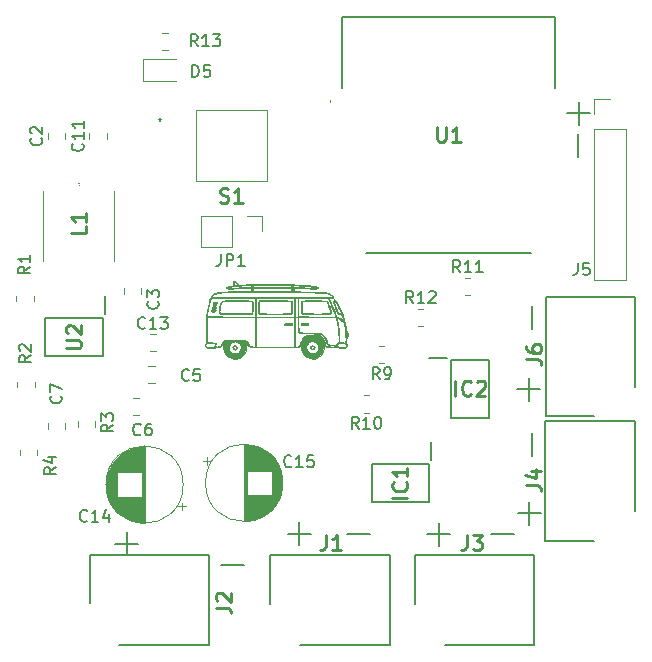
<source format=gto>
G04 #@! TF.GenerationSoftware,KiCad,Pcbnew,(5.1.8-0-10_14)*
G04 #@! TF.CreationDate,2021-10-21T22:22:27-07:00*
G04 #@! TF.ProjectId,ESP8266_12v_Relay,45535038-3236-4365-9f31-32765f52656c,rev?*
G04 #@! TF.SameCoordinates,Original*
G04 #@! TF.FileFunction,Legend,Top*
G04 #@! TF.FilePolarity,Positive*
%FSLAX46Y46*%
G04 Gerber Fmt 4.6, Leading zero omitted, Abs format (unit mm)*
G04 Created by KiCad (PCBNEW (5.1.8-0-10_14)) date 2021-10-21 22:22:27*
%MOMM*%
%LPD*%
G01*
G04 APERTURE LIST*
%ADD10C,0.150000*%
%ADD11C,0.100000*%
%ADD12C,0.200000*%
%ADD13C,0.120000*%
%ADD14C,0.010000*%
%ADD15C,0.254000*%
%ADD16C,3.716000*%
%ADD17C,1.901600*%
%ADD18O,1.801600X1.801600*%
%ADD19C,1.701600*%
G04 APERTURE END LIST*
D10*
X252301828Y-88826219D02*
X252301828Y-86890980D01*
X251355980Y-85144428D02*
X253291219Y-85144428D01*
X252323600Y-86112047D02*
X252323600Y-84176809D01*
X248364828Y-103405819D02*
X248364828Y-101470580D01*
X248364828Y-114150019D02*
X248364828Y-112214780D01*
X247139580Y-108512428D02*
X249074819Y-108512428D01*
X248107200Y-109480047D02*
X248107200Y-107544809D01*
X247164980Y-119002628D02*
X249100219Y-119002628D01*
X248132600Y-119970247D02*
X248132600Y-118035009D01*
X213078180Y-121593428D02*
X215013419Y-121593428D01*
X214045800Y-122561047D02*
X214045800Y-120625809D01*
X222018980Y-123396828D02*
X223954219Y-123396828D01*
X244904380Y-120780628D02*
X246839619Y-120780628D01*
X239494180Y-120806028D02*
X241429419Y-120806028D01*
X240461800Y-121773647D02*
X240461800Y-119838409D01*
X232712380Y-120729828D02*
X234647619Y-120729828D01*
X227708580Y-120729828D02*
X229643819Y-120729828D01*
X228676200Y-121697447D02*
X228676200Y-119762209D01*
D11*
X231287000Y-84065600D02*
X231287000Y-84065600D01*
X231287000Y-84165600D02*
X231287000Y-84165600D01*
D12*
X234287000Y-96965600D02*
X248287000Y-96965600D01*
X250287000Y-76965600D02*
X250287000Y-82965600D01*
X232287000Y-76965600D02*
X250287000Y-76965600D01*
X232287000Y-82965600D02*
X232287000Y-76965600D01*
D11*
X231287000Y-84065600D02*
G75*
G02*
X231287000Y-84165600I0J-50000D01*
G01*
X231287000Y-84165600D02*
G75*
G02*
X231287000Y-84065600I0J50000D01*
G01*
D13*
X208862600Y-87332452D02*
X208862600Y-86809948D01*
X207392600Y-87332452D02*
X207392600Y-86809948D01*
X213793400Y-100438852D02*
X213793400Y-99916348D01*
X215263400Y-100438852D02*
X215263400Y-99916348D01*
X215892748Y-108024600D02*
X216415252Y-108024600D01*
X215892748Y-106554600D02*
X216415252Y-106554600D01*
X214601248Y-110717000D02*
X215123752Y-110717000D01*
X214601248Y-109247000D02*
X215123752Y-109247000D01*
X208862600Y-111346348D02*
X208862600Y-111868852D01*
X207392600Y-111346348D02*
X207392600Y-111868852D01*
D12*
X210940000Y-122544400D02*
X210940000Y-126644400D01*
X221040000Y-122544400D02*
X210940000Y-122544400D01*
X221040000Y-130144400D02*
X221040000Y-122544400D01*
X213440000Y-130144400D02*
X221040000Y-130144400D01*
D13*
X253635200Y-83912400D02*
X254965200Y-83912400D01*
X253635200Y-85242400D02*
X253635200Y-83912400D01*
X253635200Y-86512400D02*
X256295200Y-86512400D01*
X256295200Y-86512400D02*
X256295200Y-99272400D01*
X253635200Y-86512400D02*
X253635200Y-99272400D01*
X253635200Y-99272400D02*
X256295200Y-99272400D01*
D11*
X213007200Y-91686400D02*
X213007200Y-97686400D01*
X207007200Y-91686400D02*
X207007200Y-97686400D01*
X210007200Y-91186400D02*
X210007200Y-91186400D01*
X210007200Y-91086400D02*
X210007200Y-91086400D01*
X210007200Y-91086400D02*
G75*
G03*
X210007200Y-91186400I0J-50000D01*
G01*
X210007200Y-91186400D02*
G75*
G03*
X210007200Y-91086400I0J50000D01*
G01*
D13*
X204700200Y-100610936D02*
X204700200Y-101065064D01*
X206170200Y-100610936D02*
X206170200Y-101065064D01*
X204801800Y-107875336D02*
X204801800Y-108329464D01*
X206271800Y-107875336D02*
X206271800Y-108329464D01*
X209932600Y-111682264D02*
X209932600Y-111228136D01*
X211402600Y-111682264D02*
X211402600Y-111228136D01*
X205005000Y-113615736D02*
X205005000Y-114069864D01*
X206475000Y-113615736D02*
X206475000Y-114069864D01*
D12*
X216861200Y-85758600D02*
X216861200Y-85758600D01*
X216861200Y-85558600D02*
X216861200Y-85558600D01*
D11*
X219961200Y-90858600D02*
X219961200Y-84858600D01*
X225961200Y-90858600D02*
X219961200Y-90858600D01*
X225961200Y-84858600D02*
X225961200Y-90858600D01*
X219961200Y-84858600D02*
X225961200Y-84858600D01*
D12*
X216861200Y-85558600D02*
G75*
G03*
X216861200Y-85758600I0J-100000D01*
G01*
X216861200Y-85758600D02*
G75*
G03*
X216861200Y-85558600I0J100000D01*
G01*
X212076200Y-102489200D02*
X212076200Y-105689200D01*
X212076200Y-105689200D02*
X207176200Y-105689200D01*
X207176200Y-105689200D02*
X207176200Y-102489200D01*
X207176200Y-102489200D02*
X212076200Y-102489200D01*
X212206200Y-100639200D02*
X212206200Y-102139200D01*
D13*
X212367800Y-87332452D02*
X212367800Y-86809948D01*
X210897800Y-87332452D02*
X210897800Y-86809948D01*
X216045148Y-103811400D02*
X216567652Y-103811400D01*
X216045148Y-105281400D02*
X216567652Y-105281400D01*
X218834400Y-116586000D02*
G75*
G03*
X218834400Y-116586000I-3270000J0D01*
G01*
X215564400Y-119816000D02*
X215564400Y-113356000D01*
X215524400Y-119816000D02*
X215524400Y-113356000D01*
X215484400Y-119816000D02*
X215484400Y-113356000D01*
X215444400Y-119814000D02*
X215444400Y-113358000D01*
X215404400Y-119813000D02*
X215404400Y-113359000D01*
X215364400Y-119810000D02*
X215364400Y-113362000D01*
X215324400Y-119808000D02*
X215324400Y-117626000D01*
X215324400Y-115546000D02*
X215324400Y-113364000D01*
X215284400Y-119804000D02*
X215284400Y-117626000D01*
X215284400Y-115546000D02*
X215284400Y-113368000D01*
X215244400Y-119801000D02*
X215244400Y-117626000D01*
X215244400Y-115546000D02*
X215244400Y-113371000D01*
X215204400Y-119797000D02*
X215204400Y-117626000D01*
X215204400Y-115546000D02*
X215204400Y-113375000D01*
X215164400Y-119792000D02*
X215164400Y-117626000D01*
X215164400Y-115546000D02*
X215164400Y-113380000D01*
X215124400Y-119787000D02*
X215124400Y-117626000D01*
X215124400Y-115546000D02*
X215124400Y-113385000D01*
X215084400Y-119781000D02*
X215084400Y-117626000D01*
X215084400Y-115546000D02*
X215084400Y-113391000D01*
X215044400Y-119775000D02*
X215044400Y-117626000D01*
X215044400Y-115546000D02*
X215044400Y-113397000D01*
X215004400Y-119768000D02*
X215004400Y-117626000D01*
X215004400Y-115546000D02*
X215004400Y-113404000D01*
X214964400Y-119761000D02*
X214964400Y-117626000D01*
X214964400Y-115546000D02*
X214964400Y-113411000D01*
X214924400Y-119753000D02*
X214924400Y-117626000D01*
X214924400Y-115546000D02*
X214924400Y-113419000D01*
X214884400Y-119745000D02*
X214884400Y-117626000D01*
X214884400Y-115546000D02*
X214884400Y-113427000D01*
X214843400Y-119736000D02*
X214843400Y-117626000D01*
X214843400Y-115546000D02*
X214843400Y-113436000D01*
X214803400Y-119727000D02*
X214803400Y-117626000D01*
X214803400Y-115546000D02*
X214803400Y-113445000D01*
X214763400Y-119717000D02*
X214763400Y-117626000D01*
X214763400Y-115546000D02*
X214763400Y-113455000D01*
X214723400Y-119707000D02*
X214723400Y-117626000D01*
X214723400Y-115546000D02*
X214723400Y-113465000D01*
X214683400Y-119696000D02*
X214683400Y-117626000D01*
X214683400Y-115546000D02*
X214683400Y-113476000D01*
X214643400Y-119684000D02*
X214643400Y-117626000D01*
X214643400Y-115546000D02*
X214643400Y-113488000D01*
X214603400Y-119672000D02*
X214603400Y-117626000D01*
X214603400Y-115546000D02*
X214603400Y-113500000D01*
X214563400Y-119660000D02*
X214563400Y-117626000D01*
X214563400Y-115546000D02*
X214563400Y-113512000D01*
X214523400Y-119647000D02*
X214523400Y-117626000D01*
X214523400Y-115546000D02*
X214523400Y-113525000D01*
X214483400Y-119633000D02*
X214483400Y-117626000D01*
X214483400Y-115546000D02*
X214483400Y-113539000D01*
X214443400Y-119619000D02*
X214443400Y-117626000D01*
X214443400Y-115546000D02*
X214443400Y-113553000D01*
X214403400Y-119604000D02*
X214403400Y-117626000D01*
X214403400Y-115546000D02*
X214403400Y-113568000D01*
X214363400Y-119588000D02*
X214363400Y-117626000D01*
X214363400Y-115546000D02*
X214363400Y-113584000D01*
X214323400Y-119572000D02*
X214323400Y-117626000D01*
X214323400Y-115546000D02*
X214323400Y-113600000D01*
X214283400Y-119556000D02*
X214283400Y-117626000D01*
X214283400Y-115546000D02*
X214283400Y-113616000D01*
X214243400Y-119538000D02*
X214243400Y-117626000D01*
X214243400Y-115546000D02*
X214243400Y-113634000D01*
X214203400Y-119520000D02*
X214203400Y-117626000D01*
X214203400Y-115546000D02*
X214203400Y-113652000D01*
X214163400Y-119502000D02*
X214163400Y-117626000D01*
X214163400Y-115546000D02*
X214163400Y-113670000D01*
X214123400Y-119482000D02*
X214123400Y-117626000D01*
X214123400Y-115546000D02*
X214123400Y-113690000D01*
X214083400Y-119462000D02*
X214083400Y-117626000D01*
X214083400Y-115546000D02*
X214083400Y-113710000D01*
X214043400Y-119442000D02*
X214043400Y-117626000D01*
X214043400Y-115546000D02*
X214043400Y-113730000D01*
X214003400Y-119420000D02*
X214003400Y-117626000D01*
X214003400Y-115546000D02*
X214003400Y-113752000D01*
X213963400Y-119398000D02*
X213963400Y-117626000D01*
X213963400Y-115546000D02*
X213963400Y-113774000D01*
X213923400Y-119376000D02*
X213923400Y-117626000D01*
X213923400Y-115546000D02*
X213923400Y-113796000D01*
X213883400Y-119352000D02*
X213883400Y-117626000D01*
X213883400Y-115546000D02*
X213883400Y-113820000D01*
X213843400Y-119328000D02*
X213843400Y-117626000D01*
X213843400Y-115546000D02*
X213843400Y-113844000D01*
X213803400Y-119302000D02*
X213803400Y-117626000D01*
X213803400Y-115546000D02*
X213803400Y-113870000D01*
X213763400Y-119276000D02*
X213763400Y-117626000D01*
X213763400Y-115546000D02*
X213763400Y-113896000D01*
X213723400Y-119250000D02*
X213723400Y-117626000D01*
X213723400Y-115546000D02*
X213723400Y-113922000D01*
X213683400Y-119222000D02*
X213683400Y-117626000D01*
X213683400Y-115546000D02*
X213683400Y-113950000D01*
X213643400Y-119193000D02*
X213643400Y-117626000D01*
X213643400Y-115546000D02*
X213643400Y-113979000D01*
X213603400Y-119164000D02*
X213603400Y-117626000D01*
X213603400Y-115546000D02*
X213603400Y-114008000D01*
X213563400Y-119134000D02*
X213563400Y-117626000D01*
X213563400Y-115546000D02*
X213563400Y-114038000D01*
X213523400Y-119102000D02*
X213523400Y-117626000D01*
X213523400Y-115546000D02*
X213523400Y-114070000D01*
X213483400Y-119070000D02*
X213483400Y-117626000D01*
X213483400Y-115546000D02*
X213483400Y-114102000D01*
X213443400Y-119036000D02*
X213443400Y-117626000D01*
X213443400Y-115546000D02*
X213443400Y-114136000D01*
X213403400Y-119002000D02*
X213403400Y-117626000D01*
X213403400Y-115546000D02*
X213403400Y-114170000D01*
X213363400Y-118966000D02*
X213363400Y-117626000D01*
X213363400Y-115546000D02*
X213363400Y-114206000D01*
X213323400Y-118929000D02*
X213323400Y-117626000D01*
X213323400Y-115546000D02*
X213323400Y-114243000D01*
X213283400Y-118891000D02*
X213283400Y-117626000D01*
X213283400Y-115546000D02*
X213283400Y-114281000D01*
X213243400Y-118851000D02*
X213243400Y-114321000D01*
X213203400Y-118810000D02*
X213203400Y-114362000D01*
X213163400Y-118768000D02*
X213163400Y-114404000D01*
X213123400Y-118723000D02*
X213123400Y-114449000D01*
X213083400Y-118678000D02*
X213083400Y-114494000D01*
X213043400Y-118630000D02*
X213043400Y-114542000D01*
X213003400Y-118581000D02*
X213003400Y-114591000D01*
X212963400Y-118530000D02*
X212963400Y-114642000D01*
X212923400Y-118476000D02*
X212923400Y-114696000D01*
X212883400Y-118420000D02*
X212883400Y-114752000D01*
X212843400Y-118362000D02*
X212843400Y-114810000D01*
X212803400Y-118300000D02*
X212803400Y-114872000D01*
X212763400Y-118236000D02*
X212763400Y-114936000D01*
X212723400Y-118167000D02*
X212723400Y-115005000D01*
X212683400Y-118095000D02*
X212683400Y-115077000D01*
X212643400Y-118018000D02*
X212643400Y-115154000D01*
X212603400Y-117936000D02*
X212603400Y-115236000D01*
X212563400Y-117848000D02*
X212563400Y-115324000D01*
X212523400Y-117751000D02*
X212523400Y-115421000D01*
X212483400Y-117645000D02*
X212483400Y-115527000D01*
X212443400Y-117526000D02*
X212443400Y-115646000D01*
X212403400Y-117388000D02*
X212403400Y-115784000D01*
X212363400Y-117219000D02*
X212363400Y-115953000D01*
X212323400Y-116988000D02*
X212323400Y-116184000D01*
X219064641Y-118425000D02*
X218434641Y-118425000D01*
X218749641Y-118740000D02*
X218749641Y-118110000D01*
X220811959Y-114279600D02*
X220811959Y-114909600D01*
X220496959Y-114594600D02*
X221126959Y-114594600D01*
X227238200Y-116031600D02*
X227238200Y-116835600D01*
X227198200Y-115800600D02*
X227198200Y-117066600D01*
X227158200Y-115631600D02*
X227158200Y-117235600D01*
X227118200Y-115493600D02*
X227118200Y-117373600D01*
X227078200Y-115374600D02*
X227078200Y-117492600D01*
X227038200Y-115268600D02*
X227038200Y-117598600D01*
X226998200Y-115171600D02*
X226998200Y-117695600D01*
X226958200Y-115083600D02*
X226958200Y-117783600D01*
X226918200Y-115001600D02*
X226918200Y-117865600D01*
X226878200Y-114924600D02*
X226878200Y-117942600D01*
X226838200Y-114852600D02*
X226838200Y-118014600D01*
X226798200Y-114783600D02*
X226798200Y-118083600D01*
X226758200Y-114719600D02*
X226758200Y-118147600D01*
X226718200Y-114657600D02*
X226718200Y-118209600D01*
X226678200Y-114599600D02*
X226678200Y-118267600D01*
X226638200Y-114543600D02*
X226638200Y-118323600D01*
X226598200Y-114489600D02*
X226598200Y-118377600D01*
X226558200Y-114438600D02*
X226558200Y-118428600D01*
X226518200Y-114389600D02*
X226518200Y-118477600D01*
X226478200Y-114341600D02*
X226478200Y-118525600D01*
X226438200Y-114296600D02*
X226438200Y-118570600D01*
X226398200Y-114251600D02*
X226398200Y-118615600D01*
X226358200Y-114209600D02*
X226358200Y-118657600D01*
X226318200Y-114168600D02*
X226318200Y-118698600D01*
X226278200Y-117473600D02*
X226278200Y-118738600D01*
X226278200Y-114128600D02*
X226278200Y-115393600D01*
X226238200Y-117473600D02*
X226238200Y-118776600D01*
X226238200Y-114090600D02*
X226238200Y-115393600D01*
X226198200Y-117473600D02*
X226198200Y-118813600D01*
X226198200Y-114053600D02*
X226198200Y-115393600D01*
X226158200Y-117473600D02*
X226158200Y-118849600D01*
X226158200Y-114017600D02*
X226158200Y-115393600D01*
X226118200Y-117473600D02*
X226118200Y-118883600D01*
X226118200Y-113983600D02*
X226118200Y-115393600D01*
X226078200Y-117473600D02*
X226078200Y-118917600D01*
X226078200Y-113949600D02*
X226078200Y-115393600D01*
X226038200Y-117473600D02*
X226038200Y-118949600D01*
X226038200Y-113917600D02*
X226038200Y-115393600D01*
X225998200Y-117473600D02*
X225998200Y-118981600D01*
X225998200Y-113885600D02*
X225998200Y-115393600D01*
X225958200Y-117473600D02*
X225958200Y-119011600D01*
X225958200Y-113855600D02*
X225958200Y-115393600D01*
X225918200Y-117473600D02*
X225918200Y-119040600D01*
X225918200Y-113826600D02*
X225918200Y-115393600D01*
X225878200Y-117473600D02*
X225878200Y-119069600D01*
X225878200Y-113797600D02*
X225878200Y-115393600D01*
X225838200Y-117473600D02*
X225838200Y-119097600D01*
X225838200Y-113769600D02*
X225838200Y-115393600D01*
X225798200Y-117473600D02*
X225798200Y-119123600D01*
X225798200Y-113743600D02*
X225798200Y-115393600D01*
X225758200Y-117473600D02*
X225758200Y-119149600D01*
X225758200Y-113717600D02*
X225758200Y-115393600D01*
X225718200Y-117473600D02*
X225718200Y-119175600D01*
X225718200Y-113691600D02*
X225718200Y-115393600D01*
X225678200Y-117473600D02*
X225678200Y-119199600D01*
X225678200Y-113667600D02*
X225678200Y-115393600D01*
X225638200Y-117473600D02*
X225638200Y-119223600D01*
X225638200Y-113643600D02*
X225638200Y-115393600D01*
X225598200Y-117473600D02*
X225598200Y-119245600D01*
X225598200Y-113621600D02*
X225598200Y-115393600D01*
X225558200Y-117473600D02*
X225558200Y-119267600D01*
X225558200Y-113599600D02*
X225558200Y-115393600D01*
X225518200Y-117473600D02*
X225518200Y-119289600D01*
X225518200Y-113577600D02*
X225518200Y-115393600D01*
X225478200Y-117473600D02*
X225478200Y-119309600D01*
X225478200Y-113557600D02*
X225478200Y-115393600D01*
X225438200Y-117473600D02*
X225438200Y-119329600D01*
X225438200Y-113537600D02*
X225438200Y-115393600D01*
X225398200Y-117473600D02*
X225398200Y-119349600D01*
X225398200Y-113517600D02*
X225398200Y-115393600D01*
X225358200Y-117473600D02*
X225358200Y-119367600D01*
X225358200Y-113499600D02*
X225358200Y-115393600D01*
X225318200Y-117473600D02*
X225318200Y-119385600D01*
X225318200Y-113481600D02*
X225318200Y-115393600D01*
X225278200Y-117473600D02*
X225278200Y-119403600D01*
X225278200Y-113463600D02*
X225278200Y-115393600D01*
X225238200Y-117473600D02*
X225238200Y-119419600D01*
X225238200Y-113447600D02*
X225238200Y-115393600D01*
X225198200Y-117473600D02*
X225198200Y-119435600D01*
X225198200Y-113431600D02*
X225198200Y-115393600D01*
X225158200Y-117473600D02*
X225158200Y-119451600D01*
X225158200Y-113415600D02*
X225158200Y-115393600D01*
X225118200Y-117473600D02*
X225118200Y-119466600D01*
X225118200Y-113400600D02*
X225118200Y-115393600D01*
X225078200Y-117473600D02*
X225078200Y-119480600D01*
X225078200Y-113386600D02*
X225078200Y-115393600D01*
X225038200Y-117473600D02*
X225038200Y-119494600D01*
X225038200Y-113372600D02*
X225038200Y-115393600D01*
X224998200Y-117473600D02*
X224998200Y-119507600D01*
X224998200Y-113359600D02*
X224998200Y-115393600D01*
X224958200Y-117473600D02*
X224958200Y-119519600D01*
X224958200Y-113347600D02*
X224958200Y-115393600D01*
X224918200Y-117473600D02*
X224918200Y-119531600D01*
X224918200Y-113335600D02*
X224918200Y-115393600D01*
X224878200Y-117473600D02*
X224878200Y-119543600D01*
X224878200Y-113323600D02*
X224878200Y-115393600D01*
X224838200Y-117473600D02*
X224838200Y-119554600D01*
X224838200Y-113312600D02*
X224838200Y-115393600D01*
X224798200Y-117473600D02*
X224798200Y-119564600D01*
X224798200Y-113302600D02*
X224798200Y-115393600D01*
X224758200Y-117473600D02*
X224758200Y-119574600D01*
X224758200Y-113292600D02*
X224758200Y-115393600D01*
X224718200Y-117473600D02*
X224718200Y-119583600D01*
X224718200Y-113283600D02*
X224718200Y-115393600D01*
X224677200Y-117473600D02*
X224677200Y-119592600D01*
X224677200Y-113274600D02*
X224677200Y-115393600D01*
X224637200Y-117473600D02*
X224637200Y-119600600D01*
X224637200Y-113266600D02*
X224637200Y-115393600D01*
X224597200Y-117473600D02*
X224597200Y-119608600D01*
X224597200Y-113258600D02*
X224597200Y-115393600D01*
X224557200Y-117473600D02*
X224557200Y-119615600D01*
X224557200Y-113251600D02*
X224557200Y-115393600D01*
X224517200Y-117473600D02*
X224517200Y-119622600D01*
X224517200Y-113244600D02*
X224517200Y-115393600D01*
X224477200Y-117473600D02*
X224477200Y-119628600D01*
X224477200Y-113238600D02*
X224477200Y-115393600D01*
X224437200Y-117473600D02*
X224437200Y-119634600D01*
X224437200Y-113232600D02*
X224437200Y-115393600D01*
X224397200Y-117473600D02*
X224397200Y-119639600D01*
X224397200Y-113227600D02*
X224397200Y-115393600D01*
X224357200Y-117473600D02*
X224357200Y-119644600D01*
X224357200Y-113222600D02*
X224357200Y-115393600D01*
X224317200Y-117473600D02*
X224317200Y-119648600D01*
X224317200Y-113218600D02*
X224317200Y-115393600D01*
X224277200Y-117473600D02*
X224277200Y-119651600D01*
X224277200Y-113215600D02*
X224277200Y-115393600D01*
X224237200Y-117473600D02*
X224237200Y-119655600D01*
X224237200Y-113211600D02*
X224237200Y-115393600D01*
X224197200Y-113209600D02*
X224197200Y-119657600D01*
X224157200Y-113206600D02*
X224157200Y-119660600D01*
X224117200Y-113205600D02*
X224117200Y-119661600D01*
X224077200Y-113203600D02*
X224077200Y-119663600D01*
X224037200Y-113203600D02*
X224037200Y-119663600D01*
X223997200Y-113203600D02*
X223997200Y-119663600D01*
X227267200Y-116433600D02*
G75*
G03*
X227267200Y-116433600I-3270000J0D01*
G01*
D12*
X239686000Y-114859000D02*
X239686000Y-118059000D01*
X239686000Y-118059000D02*
X234786000Y-118059000D01*
X234786000Y-118059000D02*
X234786000Y-114859000D01*
X234786000Y-114859000D02*
X239686000Y-114859000D01*
X239816000Y-113009000D02*
X239816000Y-114509000D01*
X238469800Y-122569800D02*
X238469800Y-126669800D01*
X248569800Y-122569800D02*
X238469800Y-122569800D01*
X248569800Y-130169800D02*
X248569800Y-122569800D01*
X240969800Y-130169800D02*
X248569800Y-130169800D01*
X228727000Y-130169800D02*
X236327000Y-130169800D01*
X236327000Y-130169800D02*
X236327000Y-122569800D01*
X236327000Y-122569800D02*
X226227000Y-122569800D01*
X226227000Y-122569800D02*
X226227000Y-126669800D01*
D13*
X235853464Y-104827400D02*
X235399336Y-104827400D01*
X235853464Y-106297400D02*
X235399336Y-106297400D01*
X234558064Y-110488400D02*
X234103936Y-110488400D01*
X234558064Y-109018400D02*
X234103936Y-109018400D01*
D12*
X239653800Y-105878400D02*
X241178800Y-105878400D01*
X241528800Y-110933400D02*
X241528800Y-106033400D01*
X244728800Y-110933400D02*
X241528800Y-110933400D01*
X244728800Y-106033400D02*
X244728800Y-110933400D01*
X241528800Y-106033400D02*
X244728800Y-106033400D01*
X257119000Y-108280200D02*
X257119000Y-100680200D01*
X257119000Y-100680200D02*
X249519000Y-100680200D01*
X249519000Y-100680200D02*
X249519000Y-110780200D01*
X249519000Y-110780200D02*
X253619000Y-110780200D01*
X249493600Y-121321200D02*
X253593600Y-121321200D01*
X249493600Y-111221200D02*
X249493600Y-121321200D01*
X257093600Y-111221200D02*
X249493600Y-111221200D01*
X257093600Y-118821200D02*
X257093600Y-111221200D01*
D13*
X225535800Y-93818400D02*
X225535800Y-95148400D01*
X224205800Y-93818400D02*
X225535800Y-93818400D01*
X222935800Y-93818400D02*
X222935800Y-96478400D01*
X222935800Y-96478400D02*
X220335800Y-96478400D01*
X222935800Y-93818400D02*
X220335800Y-93818400D01*
X220335800Y-93818400D02*
X220335800Y-96478400D01*
X242698536Y-99061600D02*
X243152664Y-99061600D01*
X242698536Y-100531600D02*
X243152664Y-100531600D01*
X238720136Y-103147800D02*
X239174264Y-103147800D01*
X238720136Y-101677800D02*
X239174264Y-101677800D01*
D14*
G36*
X230187286Y-100991394D02*
G01*
X230438551Y-100994270D01*
X230648174Y-100998871D01*
X230810779Y-101005038D01*
X230920991Y-101012613D01*
X230973434Y-101021438D01*
X230974705Y-101022045D01*
X231007982Y-101062982D01*
X231055814Y-101151087D01*
X231112907Y-101273212D01*
X231173967Y-101416208D01*
X231233697Y-101566926D01*
X231286804Y-101712217D01*
X231327992Y-101838931D01*
X231351966Y-101933921D01*
X231355900Y-101968669D01*
X231342980Y-102047889D01*
X231317800Y-102095299D01*
X231276431Y-102105608D01*
X231180133Y-102114427D01*
X231037459Y-102121756D01*
X230856961Y-102127597D01*
X230647192Y-102131949D01*
X230416707Y-102134811D01*
X230174057Y-102136185D01*
X229927795Y-102136069D01*
X229686476Y-102134464D01*
X229458651Y-102131370D01*
X229252874Y-102126787D01*
X229077697Y-102120714D01*
X228941675Y-102113153D01*
X228853359Y-102104102D01*
X228822250Y-102095300D01*
X228805337Y-102050308D01*
X228793514Y-101952171D01*
X228786534Y-101797530D01*
X228786116Y-101759851D01*
X228852523Y-101759851D01*
X228854496Y-101904283D01*
X228861110Y-102000261D01*
X228872825Y-102055251D01*
X228886480Y-102074948D01*
X228926456Y-102080764D01*
X229021112Y-102085889D01*
X229161633Y-102090294D01*
X229339203Y-102093952D01*
X229545005Y-102096835D01*
X229770224Y-102098916D01*
X230006044Y-102100168D01*
X230243648Y-102100563D01*
X230474221Y-102100073D01*
X230688946Y-102098671D01*
X230879009Y-102096330D01*
X231035592Y-102093023D01*
X231149880Y-102088721D01*
X231213057Y-102083397D01*
X231218766Y-102082212D01*
X231281708Y-102048391D01*
X231305783Y-102017320D01*
X231301141Y-101972920D01*
X231277162Y-101883130D01*
X231238620Y-101761303D01*
X231190296Y-101620789D01*
X231136965Y-101474942D01*
X231083407Y-101337112D01*
X231034398Y-101220654D01*
X230994716Y-101138917D01*
X230986456Y-101124904D01*
X230941119Y-101053034D01*
X229902322Y-101061404D01*
X228863525Y-101069775D01*
X228854730Y-101559496D01*
X228852523Y-101759851D01*
X228786116Y-101759851D01*
X228784153Y-101583023D01*
X228784150Y-101573692D01*
X228785237Y-101380783D01*
X228789108Y-101241599D01*
X228796673Y-101146394D01*
X228808844Y-101085419D01*
X228826534Y-101048928D01*
X228834042Y-101040292D01*
X228854875Y-101026286D01*
X228890708Y-101015118D01*
X228948130Y-101006480D01*
X229033728Y-101000063D01*
X229154092Y-100995559D01*
X229315810Y-100992659D01*
X229525469Y-100991055D01*
X229789658Y-100990439D01*
X229899755Y-100990400D01*
X230187286Y-100991394D01*
G37*
X230187286Y-100991394D02*
X230438551Y-100994270D01*
X230648174Y-100998871D01*
X230810779Y-101005038D01*
X230920991Y-101012613D01*
X230973434Y-101021438D01*
X230974705Y-101022045D01*
X231007982Y-101062982D01*
X231055814Y-101151087D01*
X231112907Y-101273212D01*
X231173967Y-101416208D01*
X231233697Y-101566926D01*
X231286804Y-101712217D01*
X231327992Y-101838931D01*
X231351966Y-101933921D01*
X231355900Y-101968669D01*
X231342980Y-102047889D01*
X231317800Y-102095299D01*
X231276431Y-102105608D01*
X231180133Y-102114427D01*
X231037459Y-102121756D01*
X230856961Y-102127597D01*
X230647192Y-102131949D01*
X230416707Y-102134811D01*
X230174057Y-102136185D01*
X229927795Y-102136069D01*
X229686476Y-102134464D01*
X229458651Y-102131370D01*
X229252874Y-102126787D01*
X229077697Y-102120714D01*
X228941675Y-102113153D01*
X228853359Y-102104102D01*
X228822250Y-102095300D01*
X228805337Y-102050308D01*
X228793514Y-101952171D01*
X228786534Y-101797530D01*
X228786116Y-101759851D01*
X228852523Y-101759851D01*
X228854496Y-101904283D01*
X228861110Y-102000261D01*
X228872825Y-102055251D01*
X228886480Y-102074948D01*
X228926456Y-102080764D01*
X229021112Y-102085889D01*
X229161633Y-102090294D01*
X229339203Y-102093952D01*
X229545005Y-102096835D01*
X229770224Y-102098916D01*
X230006044Y-102100168D01*
X230243648Y-102100563D01*
X230474221Y-102100073D01*
X230688946Y-102098671D01*
X230879009Y-102096330D01*
X231035592Y-102093023D01*
X231149880Y-102088721D01*
X231213057Y-102083397D01*
X231218766Y-102082212D01*
X231281708Y-102048391D01*
X231305783Y-102017320D01*
X231301141Y-101972920D01*
X231277162Y-101883130D01*
X231238620Y-101761303D01*
X231190296Y-101620789D01*
X231136965Y-101474942D01*
X231083407Y-101337112D01*
X231034398Y-101220654D01*
X230994716Y-101138917D01*
X230986456Y-101124904D01*
X230941119Y-101053034D01*
X229902322Y-101061404D01*
X228863525Y-101069775D01*
X228854730Y-101559496D01*
X228852523Y-101759851D01*
X228786116Y-101759851D01*
X228784153Y-101583023D01*
X228784150Y-101573692D01*
X228785237Y-101380783D01*
X228789108Y-101241599D01*
X228796673Y-101146394D01*
X228808844Y-101085419D01*
X228826534Y-101048928D01*
X228834042Y-101040292D01*
X228854875Y-101026286D01*
X228890708Y-101015118D01*
X228948130Y-101006480D01*
X229033728Y-101000063D01*
X229154092Y-100995559D01*
X229315810Y-100992659D01*
X229525469Y-100991055D01*
X229789658Y-100990439D01*
X229899755Y-100990400D01*
X230187286Y-100991394D01*
G36*
X226940591Y-100990625D02*
G01*
X227214560Y-100991438D01*
X227436396Y-100993042D01*
X227611783Y-100995638D01*
X227746403Y-100999432D01*
X227845939Y-101004626D01*
X227916076Y-101011423D01*
X227962495Y-101020026D01*
X227990880Y-101030640D01*
X228004007Y-101040292D01*
X228023801Y-101070626D01*
X228037764Y-101122098D01*
X228046807Y-101204455D01*
X228051843Y-101327445D01*
X228053783Y-101500814D01*
X228053900Y-101573692D01*
X228051687Y-101790528D01*
X228044885Y-101947373D01*
X228033250Y-102047585D01*
X228016535Y-102094525D01*
X228015799Y-102095300D01*
X227988778Y-102105164D01*
X227926485Y-102113351D01*
X227824860Y-102119971D01*
X227679843Y-102125134D01*
X227487372Y-102128948D01*
X227243386Y-102131524D01*
X226943826Y-102132971D01*
X226604042Y-102133400D01*
X226272721Y-102133305D01*
X225999197Y-102132854D01*
X225777768Y-102131798D01*
X225602729Y-102129888D01*
X225468379Y-102126876D01*
X225369013Y-102122511D01*
X225298930Y-102116546D01*
X225252426Y-102108731D01*
X225223799Y-102098816D01*
X225207345Y-102086554D01*
X225197517Y-102071987D01*
X225185432Y-102018602D01*
X225175356Y-101915308D01*
X225168181Y-101775685D01*
X225165884Y-101665437D01*
X225225823Y-101665437D01*
X225229904Y-101813520D01*
X225238570Y-101939187D01*
X225251901Y-102028143D01*
X225266250Y-102063550D01*
X225308121Y-102074350D01*
X225405032Y-102083524D01*
X225548787Y-102091089D01*
X225731190Y-102097064D01*
X225944045Y-102101465D01*
X226179159Y-102104311D01*
X226428334Y-102105620D01*
X226683375Y-102105409D01*
X226936088Y-102103698D01*
X227178276Y-102100503D01*
X227401744Y-102095843D01*
X227598297Y-102089735D01*
X227759739Y-102082198D01*
X227877875Y-102073250D01*
X227944509Y-102062907D01*
X227955631Y-102057661D01*
X227971775Y-102006591D01*
X227981564Y-101898569D01*
X227985116Y-101731396D01*
X227983332Y-101541723D01*
X227974525Y-101069775D01*
X226644702Y-101061485D01*
X226284961Y-101059827D01*
X225985457Y-101059770D01*
X225742946Y-101061380D01*
X225554182Y-101064721D01*
X225415921Y-101069861D01*
X225324917Y-101076863D01*
X225277928Y-101085793D01*
X225271514Y-101089185D01*
X225253821Y-101134891D01*
X225240328Y-101229666D01*
X225231113Y-101359213D01*
X225226252Y-101509235D01*
X225225823Y-101665437D01*
X225165884Y-101665437D01*
X225164798Y-101613316D01*
X225164650Y-101571051D01*
X225166211Y-101382155D01*
X225171569Y-101246276D01*
X225181733Y-101152993D01*
X225197713Y-101091883D01*
X225214075Y-101060964D01*
X225263500Y-100990400D01*
X226608807Y-100990400D01*
X226940591Y-100990625D01*
G37*
X226940591Y-100990625D02*
X227214560Y-100991438D01*
X227436396Y-100993042D01*
X227611783Y-100995638D01*
X227746403Y-100999432D01*
X227845939Y-101004626D01*
X227916076Y-101011423D01*
X227962495Y-101020026D01*
X227990880Y-101030640D01*
X228004007Y-101040292D01*
X228023801Y-101070626D01*
X228037764Y-101122098D01*
X228046807Y-101204455D01*
X228051843Y-101327445D01*
X228053783Y-101500814D01*
X228053900Y-101573692D01*
X228051687Y-101790528D01*
X228044885Y-101947373D01*
X228033250Y-102047585D01*
X228016535Y-102094525D01*
X228015799Y-102095300D01*
X227988778Y-102105164D01*
X227926485Y-102113351D01*
X227824860Y-102119971D01*
X227679843Y-102125134D01*
X227487372Y-102128948D01*
X227243386Y-102131524D01*
X226943826Y-102132971D01*
X226604042Y-102133400D01*
X226272721Y-102133305D01*
X225999197Y-102132854D01*
X225777768Y-102131798D01*
X225602729Y-102129888D01*
X225468379Y-102126876D01*
X225369013Y-102122511D01*
X225298930Y-102116546D01*
X225252426Y-102108731D01*
X225223799Y-102098816D01*
X225207345Y-102086554D01*
X225197517Y-102071987D01*
X225185432Y-102018602D01*
X225175356Y-101915308D01*
X225168181Y-101775685D01*
X225165884Y-101665437D01*
X225225823Y-101665437D01*
X225229904Y-101813520D01*
X225238570Y-101939187D01*
X225251901Y-102028143D01*
X225266250Y-102063550D01*
X225308121Y-102074350D01*
X225405032Y-102083524D01*
X225548787Y-102091089D01*
X225731190Y-102097064D01*
X225944045Y-102101465D01*
X226179159Y-102104311D01*
X226428334Y-102105620D01*
X226683375Y-102105409D01*
X226936088Y-102103698D01*
X227178276Y-102100503D01*
X227401744Y-102095843D01*
X227598297Y-102089735D01*
X227759739Y-102082198D01*
X227877875Y-102073250D01*
X227944509Y-102062907D01*
X227955631Y-102057661D01*
X227971775Y-102006591D01*
X227981564Y-101898569D01*
X227985116Y-101731396D01*
X227983332Y-101541723D01*
X227974525Y-101069775D01*
X226644702Y-101061485D01*
X226284961Y-101059827D01*
X225985457Y-101059770D01*
X225742946Y-101061380D01*
X225554182Y-101064721D01*
X225415921Y-101069861D01*
X225324917Y-101076863D01*
X225277928Y-101085793D01*
X225271514Y-101089185D01*
X225253821Y-101134891D01*
X225240328Y-101229666D01*
X225231113Y-101359213D01*
X225226252Y-101509235D01*
X225225823Y-101665437D01*
X225165884Y-101665437D01*
X225164798Y-101613316D01*
X225164650Y-101571051D01*
X225166211Y-101382155D01*
X225171569Y-101246276D01*
X225181733Y-101152993D01*
X225197713Y-101091883D01*
X225214075Y-101060964D01*
X225263500Y-100990400D01*
X226608807Y-100990400D01*
X226940591Y-100990625D01*
G36*
X221624905Y-101090869D02*
G01*
X221688333Y-101104333D01*
X221703900Y-101117400D01*
X221675193Y-101134787D01*
X221601140Y-101146319D01*
X221529275Y-101149150D01*
X221433644Y-101143930D01*
X221370216Y-101130466D01*
X221354650Y-101117400D01*
X221383356Y-101100012D01*
X221457409Y-101088480D01*
X221529275Y-101085650D01*
X221624905Y-101090869D01*
G37*
X221624905Y-101090869D02*
X221688333Y-101104333D01*
X221703900Y-101117400D01*
X221675193Y-101134787D01*
X221601140Y-101146319D01*
X221529275Y-101149150D01*
X221433644Y-101143930D01*
X221370216Y-101130466D01*
X221354650Y-101117400D01*
X221383356Y-101100012D01*
X221457409Y-101088480D01*
X221529275Y-101085650D01*
X221624905Y-101090869D01*
G36*
X221593155Y-101217869D02*
G01*
X221656583Y-101231333D01*
X221672150Y-101244400D01*
X221643443Y-101261787D01*
X221569390Y-101273319D01*
X221497525Y-101276150D01*
X221401894Y-101270930D01*
X221338466Y-101257466D01*
X221322900Y-101244400D01*
X221351606Y-101227012D01*
X221425659Y-101215480D01*
X221497525Y-101212650D01*
X221593155Y-101217869D01*
G37*
X221593155Y-101217869D02*
X221656583Y-101231333D01*
X221672150Y-101244400D01*
X221643443Y-101261787D01*
X221569390Y-101273319D01*
X221497525Y-101276150D01*
X221401894Y-101270930D01*
X221338466Y-101257466D01*
X221322900Y-101244400D01*
X221351606Y-101227012D01*
X221425659Y-101215480D01*
X221497525Y-101212650D01*
X221593155Y-101217869D01*
G36*
X221584837Y-101380182D02*
G01*
X221608800Y-101386407D01*
X221576385Y-101390961D01*
X221494709Y-101392961D01*
X221481650Y-101392987D01*
X221394422Y-101391361D01*
X221355584Y-101387073D01*
X221372251Y-101381005D01*
X221378462Y-101380182D01*
X221489794Y-101374927D01*
X221584837Y-101380182D01*
G37*
X221584837Y-101380182D02*
X221608800Y-101386407D01*
X221576385Y-101390961D01*
X221494709Y-101392961D01*
X221481650Y-101392987D01*
X221394422Y-101391361D01*
X221355584Y-101387073D01*
X221372251Y-101381005D01*
X221378462Y-101380182D01*
X221489794Y-101374927D01*
X221584837Y-101380182D01*
G36*
X221560130Y-101503039D02*
G01*
X221618386Y-101516166D01*
X221624525Y-101530150D01*
X221583787Y-101548668D01*
X221502204Y-101560109D01*
X221449900Y-101561900D01*
X221355785Y-101555899D01*
X221290497Y-101540637D01*
X221275275Y-101530150D01*
X221292233Y-101511664D01*
X221365842Y-101500815D01*
X221449900Y-101498400D01*
X221560130Y-101503039D01*
G37*
X221560130Y-101503039D02*
X221618386Y-101516166D01*
X221624525Y-101530150D01*
X221583787Y-101548668D01*
X221502204Y-101560109D01*
X221449900Y-101561900D01*
X221355785Y-101555899D01*
X221290497Y-101540637D01*
X221275275Y-101530150D01*
X221292233Y-101511664D01*
X221365842Y-101500815D01*
X221449900Y-101498400D01*
X221560130Y-101503039D01*
G36*
X221528380Y-101630039D02*
G01*
X221586636Y-101643166D01*
X221592775Y-101657150D01*
X221552037Y-101675668D01*
X221470454Y-101687109D01*
X221418150Y-101688900D01*
X221324035Y-101682899D01*
X221258747Y-101667637D01*
X221243525Y-101657150D01*
X221260483Y-101638664D01*
X221334092Y-101627815D01*
X221418150Y-101625400D01*
X221528380Y-101630039D01*
G37*
X221528380Y-101630039D02*
X221586636Y-101643166D01*
X221592775Y-101657150D01*
X221552037Y-101675668D01*
X221470454Y-101687109D01*
X221418150Y-101688900D01*
X221324035Y-101682899D01*
X221258747Y-101667637D01*
X221243525Y-101657150D01*
X221260483Y-101638664D01*
X221334092Y-101627815D01*
X221418150Y-101625400D01*
X221528380Y-101630039D01*
G36*
X221486760Y-101757177D02*
G01*
X221556155Y-101769682D01*
X221576900Y-101784150D01*
X221548209Y-101801618D01*
X221474272Y-101813150D01*
X221404148Y-101815900D01*
X221304715Y-101810498D01*
X221233412Y-101796609D01*
X221211775Y-101784150D01*
X221228672Y-101765608D01*
X221302143Y-101754763D01*
X221384526Y-101752400D01*
X221486760Y-101757177D01*
G37*
X221486760Y-101757177D02*
X221556155Y-101769682D01*
X221576900Y-101784150D01*
X221548209Y-101801618D01*
X221474272Y-101813150D01*
X221404148Y-101815900D01*
X221304715Y-101810498D01*
X221233412Y-101796609D01*
X221211775Y-101784150D01*
X221228672Y-101765608D01*
X221302143Y-101754763D01*
X221384526Y-101752400D01*
X221486760Y-101757177D01*
G36*
X221466155Y-101884619D02*
G01*
X221529583Y-101898083D01*
X221545150Y-101911150D01*
X221516443Y-101928537D01*
X221442390Y-101940069D01*
X221370525Y-101942900D01*
X221274894Y-101937680D01*
X221211466Y-101924216D01*
X221195900Y-101911150D01*
X221224606Y-101893762D01*
X221298659Y-101882230D01*
X221370525Y-101879400D01*
X221466155Y-101884619D01*
G37*
X221466155Y-101884619D02*
X221529583Y-101898083D01*
X221545150Y-101911150D01*
X221516443Y-101928537D01*
X221442390Y-101940069D01*
X221370525Y-101942900D01*
X221274894Y-101937680D01*
X221211466Y-101924216D01*
X221195900Y-101911150D01*
X221224606Y-101893762D01*
X221298659Y-101882230D01*
X221370525Y-101879400D01*
X221466155Y-101884619D01*
G36*
X223219950Y-100990205D02*
G01*
X223383499Y-100990400D01*
X223696608Y-100990556D01*
X223952337Y-100991209D01*
X224156804Y-100992636D01*
X224316129Y-100995113D01*
X224436430Y-100998917D01*
X224523826Y-101004324D01*
X224584437Y-101011612D01*
X224624382Y-101021057D01*
X224649779Y-101032936D01*
X224666748Y-101047525D01*
X224667604Y-101048462D01*
X224689005Y-101081972D01*
X224703867Y-101134217D01*
X224713278Y-101215750D01*
X224718323Y-101337125D01*
X224720092Y-101508895D01*
X224720150Y-101558549D01*
X224717901Y-101728302D01*
X224711715Y-101877634D01*
X224702429Y-101993440D01*
X224690884Y-102062612D01*
X224687282Y-102071987D01*
X224677195Y-102086848D01*
X224660511Y-102099098D01*
X224631505Y-102108988D01*
X224584450Y-102116772D01*
X224513623Y-102122699D01*
X224413296Y-102127023D01*
X224277747Y-102129995D01*
X224101248Y-102131867D01*
X223878074Y-102132890D01*
X223602501Y-102133317D01*
X223291014Y-102133400D01*
X221927613Y-102133400D01*
X221872552Y-102049365D01*
X221850895Y-102012356D01*
X221838791Y-101973363D01*
X221836940Y-101920478D01*
X221838713Y-101905154D01*
X221908702Y-101905154D01*
X221913835Y-101999238D01*
X221939492Y-102055298D01*
X221981734Y-102079768D01*
X222024822Y-102083036D01*
X222124297Y-102086230D01*
X222273045Y-102089252D01*
X222463953Y-102092004D01*
X222689907Y-102094390D01*
X222943793Y-102096310D01*
X223218499Y-102097669D01*
X223308862Y-102097966D01*
X223650328Y-102098442D01*
X223932564Y-102097635D01*
X224159827Y-102095435D01*
X224336375Y-102091730D01*
X224466467Y-102086407D01*
X224554361Y-102079354D01*
X224604316Y-102070461D01*
X224618549Y-102063550D01*
X224631531Y-102020183D01*
X224642285Y-101927572D01*
X224650532Y-101799940D01*
X224655994Y-101651514D01*
X224658391Y-101496517D01*
X224657443Y-101349175D01*
X224652873Y-101223713D01*
X224644400Y-101134356D01*
X224637378Y-101104121D01*
X224626905Y-101091266D01*
X224602432Y-101080786D01*
X224558119Y-101072448D01*
X224488127Y-101066021D01*
X224386618Y-101061270D01*
X224247751Y-101057962D01*
X224065688Y-101055865D01*
X223834590Y-101054745D01*
X223548617Y-101054370D01*
X223391190Y-101054386D01*
X223117391Y-101055079D01*
X222863074Y-101056849D01*
X222635338Y-101059559D01*
X222441282Y-101063077D01*
X222288007Y-101067268D01*
X222182613Y-101071999D01*
X222132199Y-101077135D01*
X222129340Y-101078198D01*
X222092154Y-101114832D01*
X222058946Y-101177410D01*
X222026361Y-101275659D01*
X221991043Y-101419307D01*
X221958650Y-101573037D01*
X221923754Y-101765576D01*
X221908702Y-101905154D01*
X221838713Y-101905154D01*
X221846044Y-101841793D01*
X221866801Y-101725400D01*
X221899912Y-101559391D01*
X221901960Y-101549303D01*
X221927716Y-101414288D01*
X221949027Y-101302794D01*
X221971812Y-101212587D01*
X222001991Y-101141435D01*
X222045483Y-101087104D01*
X222108209Y-101047361D01*
X222196087Y-101019974D01*
X222315037Y-101002709D01*
X222470979Y-100993332D01*
X222669832Y-100989611D01*
X222917515Y-100989313D01*
X223219950Y-100990205D01*
G37*
X223219950Y-100990205D02*
X223383499Y-100990400D01*
X223696608Y-100990556D01*
X223952337Y-100991209D01*
X224156804Y-100992636D01*
X224316129Y-100995113D01*
X224436430Y-100998917D01*
X224523826Y-101004324D01*
X224584437Y-101011612D01*
X224624382Y-101021057D01*
X224649779Y-101032936D01*
X224666748Y-101047525D01*
X224667604Y-101048462D01*
X224689005Y-101081972D01*
X224703867Y-101134217D01*
X224713278Y-101215750D01*
X224718323Y-101337125D01*
X224720092Y-101508895D01*
X224720150Y-101558549D01*
X224717901Y-101728302D01*
X224711715Y-101877634D01*
X224702429Y-101993440D01*
X224690884Y-102062612D01*
X224687282Y-102071987D01*
X224677195Y-102086848D01*
X224660511Y-102099098D01*
X224631505Y-102108988D01*
X224584450Y-102116772D01*
X224513623Y-102122699D01*
X224413296Y-102127023D01*
X224277747Y-102129995D01*
X224101248Y-102131867D01*
X223878074Y-102132890D01*
X223602501Y-102133317D01*
X223291014Y-102133400D01*
X221927613Y-102133400D01*
X221872552Y-102049365D01*
X221850895Y-102012356D01*
X221838791Y-101973363D01*
X221836940Y-101920478D01*
X221838713Y-101905154D01*
X221908702Y-101905154D01*
X221913835Y-101999238D01*
X221939492Y-102055298D01*
X221981734Y-102079768D01*
X222024822Y-102083036D01*
X222124297Y-102086230D01*
X222273045Y-102089252D01*
X222463953Y-102092004D01*
X222689907Y-102094390D01*
X222943793Y-102096310D01*
X223218499Y-102097669D01*
X223308862Y-102097966D01*
X223650328Y-102098442D01*
X223932564Y-102097635D01*
X224159827Y-102095435D01*
X224336375Y-102091730D01*
X224466467Y-102086407D01*
X224554361Y-102079354D01*
X224604316Y-102070461D01*
X224618549Y-102063550D01*
X224631531Y-102020183D01*
X224642285Y-101927572D01*
X224650532Y-101799940D01*
X224655994Y-101651514D01*
X224658391Y-101496517D01*
X224657443Y-101349175D01*
X224652873Y-101223713D01*
X224644400Y-101134356D01*
X224637378Y-101104121D01*
X224626905Y-101091266D01*
X224602432Y-101080786D01*
X224558119Y-101072448D01*
X224488127Y-101066021D01*
X224386618Y-101061270D01*
X224247751Y-101057962D01*
X224065688Y-101055865D01*
X223834590Y-101054745D01*
X223548617Y-101054370D01*
X223391190Y-101054386D01*
X223117391Y-101055079D01*
X222863074Y-101056849D01*
X222635338Y-101059559D01*
X222441282Y-101063077D01*
X222288007Y-101067268D01*
X222182613Y-101071999D01*
X222132199Y-101077135D01*
X222129340Y-101078198D01*
X222092154Y-101114832D01*
X222058946Y-101177410D01*
X222026361Y-101275659D01*
X221991043Y-101419307D01*
X221958650Y-101573037D01*
X221923754Y-101765576D01*
X221908702Y-101905154D01*
X221838713Y-101905154D01*
X221846044Y-101841793D01*
X221866801Y-101725400D01*
X221899912Y-101559391D01*
X221901960Y-101549303D01*
X221927716Y-101414288D01*
X221949027Y-101302794D01*
X221971812Y-101212587D01*
X222001991Y-101141435D01*
X222045483Y-101087104D01*
X222108209Y-101047361D01*
X222196087Y-101019974D01*
X222315037Y-101002709D01*
X222470979Y-100993332D01*
X222669832Y-100989611D01*
X222917515Y-100989313D01*
X223219950Y-100990205D01*
G36*
X229330930Y-102905305D02*
G01*
X229388488Y-102919719D01*
X229418214Y-102941897D01*
X229442580Y-102993062D01*
X229419150Y-103038275D01*
X229381967Y-103062333D01*
X229311470Y-103077228D01*
X229196644Y-103084507D01*
X229079778Y-103085900D01*
X228779932Y-103085900D01*
X228789978Y-102998587D01*
X228790891Y-102990650D01*
X228847650Y-102990650D01*
X228877512Y-103006082D01*
X228959711Y-103017020D01*
X229083163Y-103022169D01*
X229119398Y-103022400D01*
X229259195Y-103018985D01*
X229345042Y-103009108D01*
X229372580Y-102993317D01*
X229371525Y-102990650D01*
X229332594Y-102975741D01*
X229246868Y-102964589D01*
X229131027Y-102959142D01*
X229099776Y-102958900D01*
X228974665Y-102962638D01*
X228886830Y-102972835D01*
X228848403Y-102987963D01*
X228847650Y-102990650D01*
X228790891Y-102990650D01*
X228800025Y-102911275D01*
X229088889Y-102902209D01*
X229235244Y-102899972D01*
X229330930Y-102905305D01*
G37*
X229330930Y-102905305D02*
X229388488Y-102919719D01*
X229418214Y-102941897D01*
X229442580Y-102993062D01*
X229419150Y-103038275D01*
X229381967Y-103062333D01*
X229311470Y-103077228D01*
X229196644Y-103084507D01*
X229079778Y-103085900D01*
X228779932Y-103085900D01*
X228789978Y-102998587D01*
X228790891Y-102990650D01*
X228847650Y-102990650D01*
X228877512Y-103006082D01*
X228959711Y-103017020D01*
X229083163Y-103022169D01*
X229119398Y-103022400D01*
X229259195Y-103018985D01*
X229345042Y-103009108D01*
X229372580Y-102993317D01*
X229371525Y-102990650D01*
X229332594Y-102975741D01*
X229246868Y-102964589D01*
X229131027Y-102959142D01*
X229099776Y-102958900D01*
X228974665Y-102962638D01*
X228886830Y-102972835D01*
X228848403Y-102987963D01*
X228847650Y-102990650D01*
X228790891Y-102990650D01*
X228800025Y-102911275D01*
X229088889Y-102902209D01*
X229235244Y-102899972D01*
X229330930Y-102905305D01*
G36*
X227749160Y-102902209D02*
G01*
X228038025Y-102911275D01*
X228048071Y-102998587D01*
X228058117Y-103085900D01*
X227741905Y-103085900D01*
X227593085Y-103084258D01*
X227496149Y-103078148D01*
X227439537Y-103065795D01*
X227411692Y-103045420D01*
X227405874Y-103034250D01*
X227399411Y-102990650D01*
X227450650Y-102990650D01*
X227480496Y-103006112D01*
X227562586Y-103017061D01*
X227685742Y-103022183D01*
X227720525Y-103022400D01*
X227851953Y-103018888D01*
X227945024Y-103009230D01*
X227988562Y-102994742D01*
X227990400Y-102990650D01*
X227960553Y-102975187D01*
X227878463Y-102964238D01*
X227755307Y-102959116D01*
X227720525Y-102958900D01*
X227589096Y-102962411D01*
X227496025Y-102972069D01*
X227452487Y-102986557D01*
X227450650Y-102990650D01*
X227399411Y-102990650D01*
X227396854Y-102973404D01*
X227428671Y-102932390D01*
X227507296Y-102908913D01*
X227638699Y-102900675D01*
X227749160Y-102902209D01*
G37*
X227749160Y-102902209D02*
X228038025Y-102911275D01*
X228048071Y-102998587D01*
X228058117Y-103085900D01*
X227741905Y-103085900D01*
X227593085Y-103084258D01*
X227496149Y-103078148D01*
X227439537Y-103065795D01*
X227411692Y-103045420D01*
X227405874Y-103034250D01*
X227399411Y-102990650D01*
X227450650Y-102990650D01*
X227480496Y-103006112D01*
X227562586Y-103017061D01*
X227685742Y-103022183D01*
X227720525Y-103022400D01*
X227851953Y-103018888D01*
X227945024Y-103009230D01*
X227988562Y-102994742D01*
X227990400Y-102990650D01*
X227960553Y-102975187D01*
X227878463Y-102964238D01*
X227755307Y-102959116D01*
X227720525Y-102958900D01*
X227589096Y-102962411D01*
X227496025Y-102972069D01*
X227452487Y-102986557D01*
X227450650Y-102990650D01*
X227399411Y-102990650D01*
X227396854Y-102973404D01*
X227428671Y-102932390D01*
X227507296Y-102908913D01*
X227638699Y-102900675D01*
X227749160Y-102902209D01*
G36*
X229847775Y-104808904D02*
G01*
X229928301Y-104875814D01*
X229958380Y-104956015D01*
X229945144Y-105036026D01*
X229895724Y-105102362D01*
X229817251Y-105141539D01*
X229716858Y-105140075D01*
X229679035Y-105127938D01*
X229627060Y-105077662D01*
X229599041Y-104995619D01*
X229601962Y-104940334D01*
X229650740Y-104940334D01*
X229651811Y-104988208D01*
X229691292Y-105036257D01*
X229766407Y-105082449D01*
X229836873Y-105065478D01*
X229857300Y-105048050D01*
X229893397Y-104975099D01*
X229874209Y-104901757D01*
X229829258Y-104862486D01*
X229766534Y-104844940D01*
X229708132Y-104876949D01*
X229702258Y-104882165D01*
X229650740Y-104940334D01*
X229601962Y-104940334D01*
X229603479Y-104911631D01*
X229611721Y-104891780D01*
X229679451Y-104821071D01*
X229770533Y-104792766D01*
X229847775Y-104808904D01*
G37*
X229847775Y-104808904D02*
X229928301Y-104875814D01*
X229958380Y-104956015D01*
X229945144Y-105036026D01*
X229895724Y-105102362D01*
X229817251Y-105141539D01*
X229716858Y-105140075D01*
X229679035Y-105127938D01*
X229627060Y-105077662D01*
X229599041Y-104995619D01*
X229601962Y-104940334D01*
X229650740Y-104940334D01*
X229651811Y-104988208D01*
X229691292Y-105036257D01*
X229766407Y-105082449D01*
X229836873Y-105065478D01*
X229857300Y-105048050D01*
X229893397Y-104975099D01*
X229874209Y-104901757D01*
X229829258Y-104862486D01*
X229766534Y-104844940D01*
X229708132Y-104876949D01*
X229702258Y-104882165D01*
X229650740Y-104940334D01*
X229601962Y-104940334D01*
X229603479Y-104911631D01*
X229611721Y-104891780D01*
X229679451Y-104821071D01*
X229770533Y-104792766D01*
X229847775Y-104808904D01*
G36*
X223300073Y-104833737D02*
G01*
X223360221Y-104905859D01*
X223386620Y-104979991D01*
X223386650Y-104982089D01*
X223360795Y-105043307D01*
X223299420Y-105104520D01*
X223226805Y-105144372D01*
X223196150Y-105149650D01*
X223127032Y-105128101D01*
X223069150Y-105086150D01*
X223021649Y-105017957D01*
X223007755Y-104968885D01*
X223080704Y-104968885D01*
X223104055Y-105036558D01*
X223160021Y-105080286D01*
X223196150Y-105086150D01*
X223263256Y-105063251D01*
X223290135Y-105040048D01*
X223315885Y-104969746D01*
X223294345Y-104901641D01*
X223239523Y-104854501D01*
X223165429Y-104847094D01*
X223149733Y-104851954D01*
X223094439Y-104899829D01*
X223080704Y-104968885D01*
X223007755Y-104968885D01*
X223005650Y-104961454D01*
X223032854Y-104891983D01*
X223098338Y-104829529D01*
X223177908Y-104792476D01*
X223229248Y-104791553D01*
X223300073Y-104833737D01*
G37*
X223300073Y-104833737D02*
X223360221Y-104905859D01*
X223386620Y-104979991D01*
X223386650Y-104982089D01*
X223360795Y-105043307D01*
X223299420Y-105104520D01*
X223226805Y-105144372D01*
X223196150Y-105149650D01*
X223127032Y-105128101D01*
X223069150Y-105086150D01*
X223021649Y-105017957D01*
X223007755Y-104968885D01*
X223080704Y-104968885D01*
X223104055Y-105036558D01*
X223160021Y-105080286D01*
X223196150Y-105086150D01*
X223263256Y-105063251D01*
X223290135Y-105040048D01*
X223315885Y-104969746D01*
X223294345Y-104901641D01*
X223239523Y-104854501D01*
X223165429Y-104847094D01*
X223149733Y-104851954D01*
X223094439Y-104899829D01*
X223080704Y-104968885D01*
X223007755Y-104968885D01*
X223005650Y-104961454D01*
X223032854Y-104891983D01*
X223098338Y-104829529D01*
X223177908Y-104792476D01*
X223229248Y-104791553D01*
X223300073Y-104833737D01*
G36*
X223219634Y-99359278D02*
G01*
X223322717Y-99416412D01*
X223414601Y-99502692D01*
X223465725Y-99581378D01*
X223506226Y-99654412D01*
X223547123Y-99681710D01*
X223610623Y-99677170D01*
X223616843Y-99675948D01*
X223701728Y-99665393D01*
X223843223Y-99655504D01*
X224034443Y-99646372D01*
X224268501Y-99638092D01*
X224538510Y-99630755D01*
X224837584Y-99624455D01*
X225158837Y-99619283D01*
X225495381Y-99615334D01*
X225840332Y-99612700D01*
X226186801Y-99611473D01*
X226527903Y-99611746D01*
X226856750Y-99613613D01*
X227166458Y-99617165D01*
X227450138Y-99622496D01*
X227498275Y-99623661D01*
X228021688Y-99638526D01*
X228483713Y-99655371D01*
X228886435Y-99674405D01*
X229231941Y-99695833D01*
X229522316Y-99719863D01*
X229759648Y-99746701D01*
X229946021Y-99776556D01*
X230083523Y-99809634D01*
X230174240Y-99846142D01*
X230220257Y-99886287D01*
X230224080Y-99894239D01*
X230231468Y-99928781D01*
X230219430Y-99954926D01*
X230181514Y-99973326D01*
X230111265Y-99984636D01*
X230002230Y-99989507D01*
X229847956Y-99988593D01*
X229641990Y-99982546D01*
X229432655Y-99974328D01*
X229205231Y-99965306D01*
X228981976Y-99957289D01*
X228776549Y-99950704D01*
X228602611Y-99945979D01*
X228473820Y-99943543D01*
X228442837Y-99943312D01*
X228180900Y-99942650D01*
X228180900Y-100219428D01*
X229315962Y-100238372D01*
X229730153Y-100246861D01*
X230085917Y-100258159D01*
X230388300Y-100273302D01*
X230642352Y-100293323D01*
X230853120Y-100319257D01*
X231025651Y-100352139D01*
X231164994Y-100393002D01*
X231276196Y-100442881D01*
X231364305Y-100502811D01*
X231434368Y-100573825D01*
X231491433Y-100656958D01*
X231508499Y-100687654D01*
X231549552Y-100758125D01*
X231615433Y-100863759D01*
X231695220Y-100987237D01*
X231741013Y-101056390D01*
X232011466Y-101514766D01*
X232238964Y-102013910D01*
X232420120Y-102544925D01*
X232551549Y-103098916D01*
X232579280Y-103258840D01*
X232609272Y-103424085D01*
X232638589Y-103534291D01*
X232669765Y-103597838D01*
X232686915Y-103614783D01*
X232728925Y-103672458D01*
X232758310Y-103764235D01*
X232761557Y-103784281D01*
X232765274Y-103882687D01*
X232754885Y-103985344D01*
X232734224Y-104072909D01*
X232707126Y-104126041D01*
X232692286Y-104133650D01*
X232674537Y-104162380D01*
X232659091Y-104236513D01*
X232647217Y-104337959D01*
X232640183Y-104448627D01*
X232639256Y-104550430D01*
X232645705Y-104625276D01*
X232655908Y-104652608D01*
X232686656Y-104722892D01*
X232681401Y-104816010D01*
X232643500Y-104904967D01*
X232621148Y-104932151D01*
X232592057Y-104958290D01*
X232558746Y-104976137D01*
X232510347Y-104986641D01*
X232435997Y-104990753D01*
X232324828Y-104989421D01*
X232165975Y-104983596D01*
X232076350Y-104979776D01*
X231872940Y-104972024D01*
X231658115Y-104965602D01*
X231455683Y-104961118D01*
X231289447Y-104959183D01*
X231269960Y-104959150D01*
X231120501Y-104958188D01*
X231020405Y-104953449D01*
X230955544Y-104942154D01*
X230911790Y-104921522D01*
X230875012Y-104888773D01*
X230866555Y-104879775D01*
X230809101Y-104825957D01*
X230767396Y-104800889D01*
X230764884Y-104800650D01*
X230749839Y-104829709D01*
X230738349Y-104905279D01*
X230733244Y-105000421D01*
X230698777Y-105238495D01*
X230607225Y-105454651D01*
X230463269Y-105641711D01*
X230271589Y-105792497D01*
X230186247Y-105839266D01*
X230061730Y-105892300D01*
X229944963Y-105919263D01*
X229802639Y-105927456D01*
X229783607Y-105927525D01*
X229542218Y-105898402D01*
X229323924Y-105815648D01*
X229135759Y-105686188D01*
X228984751Y-105516944D01*
X228877934Y-105314839D01*
X228822338Y-105086797D01*
X228819376Y-105035200D01*
X229271391Y-105035200D01*
X229321574Y-105192472D01*
X229424527Y-105340728D01*
X229559893Y-105438324D01*
X229718041Y-105482185D01*
X229889338Y-105469237D01*
X230026436Y-105417437D01*
X230150988Y-105319651D01*
X230240403Y-105182619D01*
X230286313Y-105024675D01*
X230280354Y-104864154D01*
X230279877Y-104862040D01*
X230218976Y-104701020D01*
X230114855Y-104581866D01*
X230001722Y-104512324D01*
X229833135Y-104460461D01*
X229672646Y-104464105D01*
X229528246Y-104515264D01*
X229407929Y-104605945D01*
X229319685Y-104728157D01*
X229271509Y-104873906D01*
X229271391Y-105035200D01*
X228819376Y-105035200D01*
X228815900Y-104974684D01*
X228808995Y-104861402D01*
X228786630Y-104808506D01*
X228746324Y-104814221D01*
X228685598Y-104876774D01*
X228683227Y-104879775D01*
X228620791Y-104959150D01*
X224534522Y-104959150D01*
X224440190Y-104879775D01*
X224337855Y-104819595D01*
X224247254Y-104800400D01*
X224148650Y-104800400D01*
X224148650Y-105001703D01*
X224119128Y-105227600D01*
X224036119Y-105432808D01*
X223907954Y-105611150D01*
X223742963Y-105756448D01*
X223549479Y-105862526D01*
X223335834Y-105923206D01*
X223110358Y-105932312D01*
X222935901Y-105900851D01*
X222716614Y-105807842D01*
X222530503Y-105666557D01*
X222384572Y-105486150D01*
X222285826Y-105275774D01*
X222241267Y-105044585D01*
X222239682Y-104998052D01*
X222690853Y-104998052D01*
X222721999Y-105156499D01*
X222793225Y-105296051D01*
X222847046Y-105356157D01*
X222985281Y-105440874D01*
X223149350Y-105477885D01*
X223321197Y-105465374D01*
X223454487Y-105417282D01*
X223569507Y-105324844D01*
X223651706Y-105193627D01*
X223696599Y-105041201D01*
X223699701Y-104885135D01*
X223656528Y-104742999D01*
X223635522Y-104708069D01*
X223529411Y-104579486D01*
X223416228Y-104503603D01*
X223278003Y-104470562D01*
X223196150Y-104467025D01*
X223036893Y-104483384D01*
X222912307Y-104538975D01*
X222804459Y-104643565D01*
X222759587Y-104704827D01*
X222702483Y-104840798D01*
X222690853Y-104998052D01*
X222239682Y-104998052D01*
X222239424Y-104990510D01*
X222237314Y-104885115D01*
X222227887Y-104828267D01*
X222204570Y-104805015D01*
X222160788Y-104800410D01*
X222155816Y-104800400D01*
X222073890Y-104821867D01*
X221997433Y-104871501D01*
X221932137Y-104910903D01*
X221826542Y-104941465D01*
X221675426Y-104963867D01*
X221473571Y-104978786D01*
X221215754Y-104986902D01*
X221098246Y-104988375D01*
X220954666Y-104988277D01*
X220859727Y-104983233D01*
X220798604Y-104970423D01*
X220756475Y-104947028D01*
X220725184Y-104917416D01*
X220665588Y-104818607D01*
X220668631Y-104736122D01*
X220719591Y-104736122D01*
X220730692Y-104818366D01*
X220752517Y-104865987D01*
X220773709Y-104893713D01*
X220809862Y-104911644D01*
X220873328Y-104921852D01*
X220976459Y-104926412D01*
X221118427Y-104927400D01*
X221266884Y-104926892D01*
X221364266Y-104923439D01*
X221422997Y-104914148D01*
X221455503Y-104896126D01*
X221474208Y-104866479D01*
X221483822Y-104842310D01*
X221516824Y-104749993D01*
X221526717Y-104688357D01*
X221505148Y-104650760D01*
X221443764Y-104630563D01*
X221334213Y-104621124D01*
X221200023Y-104616684D01*
X220995203Y-104618448D01*
X220848853Y-104637831D01*
X220757980Y-104676500D01*
X220719591Y-104736122D01*
X220668631Y-104736122D01*
X220669263Y-104718999D01*
X220729689Y-104628723D01*
X220768173Y-104584626D01*
X220787517Y-104537912D01*
X220790925Y-104469588D01*
X220781596Y-104360659D01*
X220778945Y-104336479D01*
X220768665Y-104202034D01*
X220761109Y-104017482D01*
X220756240Y-103796156D01*
X220754023Y-103551388D01*
X220754291Y-103380485D01*
X220813895Y-103380485D01*
X220815288Y-103603870D01*
X220818241Y-103819685D01*
X220822704Y-104016088D01*
X220828627Y-104181240D01*
X220835959Y-104303299D01*
X220839585Y-104340025D01*
X220862525Y-104530525D01*
X221205093Y-104546400D01*
X221381187Y-104558174D01*
X221500984Y-104576232D01*
X221571592Y-104603394D01*
X221600120Y-104642484D01*
X221593677Y-104696325D01*
X221592306Y-104700162D01*
X221557163Y-104804404D01*
X221553753Y-104862925D01*
X221590057Y-104888894D01*
X221674060Y-104895483D01*
X221710798Y-104895650D01*
X221823712Y-104889659D01*
X221896370Y-104867184D01*
X221948782Y-104824212D01*
X222004437Y-104750218D01*
X222063964Y-104652142D01*
X222080598Y-104620511D01*
X222146314Y-104519829D01*
X222228158Y-104432140D01*
X222250868Y-104414136D01*
X222284787Y-104391381D01*
X222320393Y-104373716D01*
X222365944Y-104360382D01*
X222429698Y-104350619D01*
X222519913Y-104343667D01*
X222644847Y-104338765D01*
X222812756Y-104335154D01*
X223031899Y-104332074D01*
X223159125Y-104330544D01*
X223407047Y-104327862D01*
X223600121Y-104326733D01*
X223746992Y-104327697D01*
X223856303Y-104331294D01*
X223936699Y-104338063D01*
X223996825Y-104348545D01*
X224045324Y-104363278D01*
X224090841Y-104382802D01*
X224105036Y-104389591D01*
X224213997Y-104458865D01*
X224299157Y-104557421D01*
X224338009Y-104621322D01*
X224413857Y-104749063D01*
X224477976Y-104829772D01*
X224545325Y-104874033D01*
X224630866Y-104892434D01*
X224725705Y-104895650D01*
X224910650Y-104895650D01*
X224910650Y-102419150D01*
X224974150Y-102419150D01*
X224974150Y-104895650D01*
X228244400Y-104895650D01*
X228244400Y-102419150D01*
X228307900Y-102419150D01*
X228307900Y-104895650D01*
X228446887Y-104895650D01*
X228539486Y-104887154D01*
X228605745Y-104865843D01*
X228618176Y-104855962D01*
X228643742Y-104809893D01*
X228684699Y-104720379D01*
X228733918Y-104603347D01*
X228756350Y-104547252D01*
X228865647Y-104306642D01*
X228980860Y-104126668D01*
X229103920Y-104004593D01*
X229166008Y-103965929D01*
X229214955Y-103944828D01*
X229273427Y-103930051D01*
X229352234Y-103920807D01*
X229462189Y-103916304D01*
X229614103Y-103915749D01*
X229816025Y-103918304D01*
X230014760Y-103922102D01*
X230160744Y-103926819D01*
X230264726Y-103933847D01*
X230337452Y-103944575D01*
X230389671Y-103960393D01*
X230432130Y-103982691D01*
X230459952Y-104001579D01*
X230546960Y-104090210D01*
X230640179Y-104233164D01*
X230734911Y-104422209D01*
X230820785Y-104633625D01*
X230861752Y-104737658D01*
X230898925Y-104820045D01*
X230919510Y-104855962D01*
X230956512Y-104873605D01*
X231038833Y-104885774D01*
X231172222Y-104892949D01*
X231362426Y-104895610D01*
X231394183Y-104895650D01*
X231577757Y-104894325D01*
X231705108Y-104889905D01*
X231783464Y-104881725D01*
X231820057Y-104869115D01*
X231824320Y-104855962D01*
X231791079Y-104835428D01*
X231703995Y-104819119D01*
X231559390Y-104806500D01*
X231441667Y-104800400D01*
X231268770Y-104791612D01*
X231198363Y-104783850D01*
X231871040Y-104783850D01*
X231909872Y-104851886D01*
X231913325Y-104856835D01*
X231942318Y-104890312D01*
X231981686Y-104911172D01*
X232045666Y-104922345D01*
X232148497Y-104926760D01*
X232256225Y-104927400D01*
X232417551Y-104923006D01*
X232530071Y-104910365D01*
X232586756Y-104890282D01*
X232587799Y-104889299D01*
X232622074Y-104818944D01*
X232621245Y-104733202D01*
X232588120Y-104661771D01*
X232564487Y-104642767D01*
X232504553Y-104627183D01*
X232401280Y-104615596D01*
X232274798Y-104610089D01*
X232246987Y-104609900D01*
X232111684Y-104612504D01*
X232023497Y-104622471D01*
X231966175Y-104643029D01*
X231927400Y-104673400D01*
X231876158Y-104733802D01*
X231871040Y-104783850D01*
X231198363Y-104783850D01*
X231147348Y-104778226D01*
X231065409Y-104753586D01*
X231010963Y-104711041D01*
X230972015Y-104643936D01*
X230936576Y-104545619D01*
X230926625Y-104514650D01*
X230833220Y-104267361D01*
X230726838Y-104075175D01*
X230602447Y-103930195D01*
X230506678Y-103855636D01*
X230474691Y-103838949D01*
X230430174Y-103825549D01*
X230365648Y-103814887D01*
X230273635Y-103806413D01*
X230146657Y-103799578D01*
X229977235Y-103793832D01*
X229757892Y-103788626D01*
X229536864Y-103784400D01*
X229276963Y-103779637D01*
X229073133Y-103775289D01*
X228917958Y-103770644D01*
X228804020Y-103764988D01*
X228723902Y-103757610D01*
X228670185Y-103747797D01*
X228635452Y-103734839D01*
X228612286Y-103718021D01*
X228593268Y-103696633D01*
X228590786Y-103693570D01*
X228569425Y-103661992D01*
X228553722Y-103621428D01*
X228542825Y-103562363D01*
X228535876Y-103475280D01*
X228532022Y-103350665D01*
X228530406Y-103179001D01*
X228530150Y-103018882D01*
X228530150Y-102419150D01*
X228593650Y-102419150D01*
X228593650Y-103000456D01*
X228594779Y-103221096D01*
X228598546Y-103386381D01*
X228605517Y-103504419D01*
X228616262Y-103583322D01*
X228631347Y-103631199D01*
X228638661Y-103643394D01*
X228655385Y-103661630D01*
X228680738Y-103676113D01*
X228722008Y-103687450D01*
X228786484Y-103696249D01*
X228881454Y-103703119D01*
X229014205Y-103708668D01*
X229192027Y-103713504D01*
X229422207Y-103718236D01*
X229567349Y-103720900D01*
X229868651Y-103727452D01*
X230109412Y-103735276D01*
X230292583Y-103744541D01*
X230421112Y-103755418D01*
X230497950Y-103768076D01*
X230519219Y-103775844D01*
X230613667Y-103851817D01*
X230715944Y-103969089D01*
X230816090Y-104111585D01*
X230904146Y-104263229D01*
X230970152Y-104407946D01*
X231004151Y-104529662D01*
X231006650Y-104562609D01*
X231027656Y-104618681D01*
X231070150Y-104673400D01*
X231106864Y-104702531D01*
X231155960Y-104721230D01*
X231231124Y-104731706D01*
X231346039Y-104736169D01*
X231463373Y-104736900D01*
X231611804Y-104736109D01*
X231710009Y-104731897D01*
X231771255Y-104721506D01*
X231808811Y-104702175D01*
X231835948Y-104671147D01*
X231845105Y-104657525D01*
X231896933Y-104600414D01*
X231944006Y-104578150D01*
X231969932Y-104564216D01*
X231984459Y-104514717D01*
X231990088Y-104418104D01*
X231990408Y-104363837D01*
X231984784Y-104101682D01*
X231969989Y-103818931D01*
X231947438Y-103529118D01*
X231918548Y-103245775D01*
X231884734Y-102982435D01*
X231847412Y-102752633D01*
X231807998Y-102569901D01*
X231799429Y-102538212D01*
X231782606Y-102478886D01*
X231864383Y-102478886D01*
X231873248Y-102552545D01*
X231895449Y-102656425D01*
X231897651Y-102665212D01*
X231943119Y-102888174D01*
X231981915Y-103169659D01*
X232013542Y-103504992D01*
X232037501Y-103889495D01*
X232044396Y-104045090D01*
X232064249Y-104543906D01*
X232305387Y-104553090D01*
X232546525Y-104562275D01*
X232571135Y-104467025D01*
X232578910Y-104400147D01*
X232582644Y-104285102D01*
X232582191Y-104137102D01*
X232577403Y-103971360D01*
X232576177Y-103943150D01*
X232560927Y-103692845D01*
X232558040Y-103661504D01*
X232629306Y-103661504D01*
X232636570Y-103698172D01*
X232637102Y-103699684D01*
X232650206Y-103764509D01*
X232660492Y-103864193D01*
X232663653Y-103921934D01*
X232669656Y-104086025D01*
X232681250Y-103898835D01*
X232681732Y-103771007D01*
X232665412Y-103692134D01*
X232654699Y-103676585D01*
X232629306Y-103661504D01*
X232558040Y-103661504D01*
X232539461Y-103459863D01*
X232513194Y-103254394D01*
X232483543Y-103086628D01*
X232451923Y-102966755D01*
X232434799Y-102926027D01*
X232364710Y-102823418D01*
X232266055Y-102714685D01*
X232152658Y-102611473D01*
X232038345Y-102525428D01*
X231936940Y-102468195D01*
X231870789Y-102450900D01*
X231864383Y-102478886D01*
X231782606Y-102478886D01*
X231765665Y-102419150D01*
X228593650Y-102419150D01*
X228530150Y-102419150D01*
X228307900Y-102419150D01*
X228244400Y-102419150D01*
X224974150Y-102419150D01*
X224910650Y-102419150D01*
X220853860Y-102419150D01*
X220832075Y-102564419D01*
X220824919Y-102648049D01*
X220819573Y-102783311D01*
X220815987Y-102958365D01*
X220814111Y-103161369D01*
X220813895Y-103380485D01*
X220754291Y-103380485D01*
X220754423Y-103296510D01*
X220757403Y-103044857D01*
X220762930Y-102809759D01*
X220770966Y-102604551D01*
X220781477Y-102442564D01*
X220784065Y-102414576D01*
X220795343Y-102324861D01*
X220846650Y-102324861D01*
X220878072Y-102331513D01*
X220971041Y-102337422D01*
X221123605Y-102342556D01*
X221333814Y-102346887D01*
X221599718Y-102350385D01*
X221919366Y-102353020D01*
X222290808Y-102354764D01*
X222712094Y-102355585D01*
X222878650Y-102355650D01*
X224910650Y-102355650D01*
X224910650Y-100799900D01*
X224974150Y-100799900D01*
X224974150Y-102355650D01*
X228244400Y-102355650D01*
X228244400Y-100799900D01*
X228307900Y-100799900D01*
X228307900Y-102355650D01*
X228530150Y-102355650D01*
X228530150Y-100799900D01*
X228561900Y-100799900D01*
X228561900Y-101556608D01*
X228562752Y-101769698D01*
X228565146Y-101961342D01*
X228568836Y-102122506D01*
X228573576Y-102244154D01*
X228579119Y-102317253D01*
X228583066Y-102334483D01*
X228618077Y-102338661D01*
X228710422Y-102342566D01*
X228853940Y-102346115D01*
X229042464Y-102349226D01*
X229269830Y-102351816D01*
X229529876Y-102353803D01*
X229816435Y-102355105D01*
X230123344Y-102355640D01*
X230169158Y-102355650D01*
X231734083Y-102355650D01*
X231692050Y-102236587D01*
X231654373Y-102134329D01*
X231600410Y-101993767D01*
X231534923Y-101826721D01*
X231462674Y-101645007D01*
X231388423Y-101460445D01*
X231316933Y-101284851D01*
X231252964Y-101130045D01*
X231201277Y-101007844D01*
X231166634Y-100930065D01*
X231161202Y-100918962D01*
X231103504Y-100805586D01*
X231171960Y-100805586D01*
X231267951Y-101017055D01*
X231311228Y-101116814D01*
X231371309Y-101261425D01*
X231442316Y-101436431D01*
X231518372Y-101627372D01*
X231579784Y-101784150D01*
X231649953Y-101960344D01*
X231715158Y-102115848D01*
X231771067Y-102240974D01*
X231813352Y-102326031D01*
X231837682Y-102361331D01*
X231837700Y-102361340D01*
X231889900Y-102386477D01*
X231975734Y-102426347D01*
X232027856Y-102450163D01*
X232137659Y-102515278D01*
X232249878Y-102604996D01*
X232297731Y-102652859D01*
X232364628Y-102724981D01*
X232412264Y-102772076D01*
X232427865Y-102783238D01*
X232422042Y-102753041D01*
X232399760Y-102675392D01*
X232364815Y-102563022D01*
X232332615Y-102463726D01*
X232229025Y-102149275D01*
X231915947Y-102117525D01*
X231715298Y-101629276D01*
X231648226Y-101463564D01*
X231590675Y-101316599D01*
X231546709Y-101199148D01*
X231520392Y-101121979D01*
X231514650Y-101097733D01*
X231516676Y-101093587D01*
X231577845Y-101093587D01*
X231589349Y-101136951D01*
X231620696Y-101225974D01*
X231666762Y-101347932D01*
X231722424Y-101490097D01*
X231782559Y-101639743D01*
X231842043Y-101784144D01*
X231895752Y-101910574D01*
X231938564Y-102006307D01*
X231965355Y-102058616D01*
X231967700Y-102061962D01*
X232011205Y-102085392D01*
X232081713Y-102098984D01*
X232154333Y-102101126D01*
X232204174Y-102090206D01*
X232212858Y-102077837D01*
X232198987Y-102037201D01*
X232161792Y-101952638D01*
X232107361Y-101836497D01*
X232041785Y-101701127D01*
X231971155Y-101558877D01*
X231901559Y-101422097D01*
X231839088Y-101303135D01*
X231789833Y-101214341D01*
X231774475Y-101188894D01*
X231712725Y-101110761D01*
X231651194Y-101063126D01*
X231602312Y-101052012D01*
X231578505Y-101083442D01*
X231577845Y-101093587D01*
X231516676Y-101093587D01*
X231539006Y-101047892D01*
X231575298Y-101016562D01*
X231612155Y-100988800D01*
X231614399Y-100958611D01*
X231579968Y-100905450D01*
X231561724Y-100881355D01*
X231510646Y-100822929D01*
X231458686Y-100796272D01*
X231380559Y-100791949D01*
X231329731Y-100794805D01*
X231171960Y-100805586D01*
X231103504Y-100805586D01*
X231100609Y-100799899D01*
X229831254Y-100799900D01*
X228561900Y-100799900D01*
X228530150Y-100799900D01*
X228307900Y-100799900D01*
X228244400Y-100799900D01*
X224974150Y-100799900D01*
X224910650Y-100799900D01*
X221196752Y-100799900D01*
X221146758Y-100918962D01*
X221105315Y-101036670D01*
X221058690Y-101199882D01*
X221010043Y-101393805D01*
X220962530Y-101603642D01*
X220919311Y-101814598D01*
X220883544Y-102011877D01*
X220858386Y-102180686D01*
X220846997Y-102306228D01*
X220846650Y-102324861D01*
X220795343Y-102324861D01*
X220839209Y-101975915D01*
X220913956Y-101563390D01*
X221005506Y-101191144D01*
X221062467Y-101007342D01*
X221134489Y-100811611D01*
X221183270Y-100710878D01*
X221227650Y-100710878D01*
X221258841Y-100713696D01*
X221350183Y-100716427D01*
X221498324Y-100719055D01*
X221699916Y-100721561D01*
X221951607Y-100723930D01*
X222250048Y-100726146D01*
X222591888Y-100728190D01*
X222973779Y-100730047D01*
X223392369Y-100731700D01*
X223844309Y-100733131D01*
X224326248Y-100734325D01*
X224834837Y-100735264D01*
X225366726Y-100735933D01*
X225918564Y-100736313D01*
X226339400Y-100736400D01*
X226917126Y-100736232D01*
X227474797Y-100735740D01*
X228009217Y-100734941D01*
X228517192Y-100733853D01*
X228995529Y-100732492D01*
X229441033Y-100730875D01*
X229850510Y-100729021D01*
X230220766Y-100726945D01*
X230548607Y-100724665D01*
X230830839Y-100722199D01*
X231064267Y-100719563D01*
X231245698Y-100716775D01*
X231371937Y-100713851D01*
X231439791Y-100710809D01*
X231451150Y-100708931D01*
X231424372Y-100645346D01*
X231354161Y-100571075D01*
X231255699Y-100499856D01*
X231172355Y-100456669D01*
X231124914Y-100436814D01*
X231077291Y-100418865D01*
X231026186Y-100402718D01*
X230968295Y-100388265D01*
X230900318Y-100375401D01*
X230818953Y-100364020D01*
X230720896Y-100354016D01*
X230602846Y-100345285D01*
X230461502Y-100337718D01*
X230293560Y-100331212D01*
X230095720Y-100325660D01*
X229864678Y-100320957D01*
X229597133Y-100316996D01*
X229289784Y-100313671D01*
X228939327Y-100310878D01*
X228542461Y-100308509D01*
X228095884Y-100306460D01*
X227596294Y-100304624D01*
X227040388Y-100302896D01*
X226424865Y-100301169D01*
X226310224Y-100300858D01*
X225688356Y-100299191D01*
X225126696Y-100297791D01*
X224621954Y-100296751D01*
X224170838Y-100296166D01*
X223770059Y-100296131D01*
X223416324Y-100296739D01*
X223106344Y-100298085D01*
X222836826Y-100300264D01*
X222604480Y-100303370D01*
X222406015Y-100307497D01*
X222238140Y-100312739D01*
X222097564Y-100319191D01*
X221980996Y-100326947D01*
X221885145Y-100336102D01*
X221806720Y-100346749D01*
X221742430Y-100358984D01*
X221688984Y-100372900D01*
X221643091Y-100388592D01*
X221601460Y-100406155D01*
X221560800Y-100425682D01*
X221536848Y-100437702D01*
X221458161Y-100486338D01*
X221372060Y-100552641D01*
X221294541Y-100622477D01*
X221241602Y-100681714D01*
X221227650Y-100710878D01*
X221183270Y-100710878D01*
X221205075Y-100665853D01*
X221283780Y-100557501D01*
X221380157Y-100473985D01*
X221503759Y-100402738D01*
X221532611Y-100388844D01*
X221620498Y-100350933D01*
X221712967Y-100319448D01*
X221816659Y-100293809D01*
X221938217Y-100273438D01*
X222084283Y-100257758D01*
X222261498Y-100246189D01*
X222476503Y-100238155D01*
X222735942Y-100233076D01*
X223046456Y-100230374D01*
X223362837Y-100229507D01*
X224561400Y-100228400D01*
X224561400Y-100142867D01*
X224597104Y-100142867D01*
X224604940Y-100203215D01*
X224625714Y-100226526D01*
X224639259Y-100228400D01*
X224666489Y-100215917D01*
X224681722Y-100170280D01*
X224687846Y-100079206D01*
X224688400Y-100019379D01*
X224686280Y-99949749D01*
X224751900Y-99949749D01*
X224751900Y-100228400D01*
X227990400Y-100228400D01*
X227990400Y-100022025D01*
X228053900Y-100022025D01*
X228058386Y-100129868D01*
X228070269Y-100203703D01*
X228085650Y-100228400D01*
X228102241Y-100199240D01*
X228113600Y-100121997D01*
X228117400Y-100022025D01*
X228112913Y-99914181D01*
X228101030Y-99840346D01*
X228085650Y-99815650D01*
X228069058Y-99844809D01*
X228057699Y-99922052D01*
X228053900Y-100022025D01*
X227990400Y-100022025D01*
X227990400Y-99950180D01*
X227172837Y-99937834D01*
X226887377Y-99934666D01*
X226564338Y-99932979D01*
X226227697Y-99932775D01*
X225901432Y-99934057D01*
X225609520Y-99936828D01*
X225553587Y-99937619D01*
X224751900Y-99949749D01*
X224686280Y-99949749D01*
X224684798Y-99901123D01*
X224672938Y-99838196D01*
X224651235Y-99822775D01*
X224648712Y-99823461D01*
X224623385Y-99862767D01*
X224605626Y-99955235D01*
X224599572Y-100032482D01*
X224597104Y-100142867D01*
X224561400Y-100142867D01*
X224561400Y-99935451D01*
X223712087Y-99962379D01*
X223401014Y-99972171D01*
X223147454Y-99979788D01*
X222945455Y-99985107D01*
X222789061Y-99988004D01*
X222672320Y-99988354D01*
X222589278Y-99986034D01*
X222533982Y-99980919D01*
X222500478Y-99972886D01*
X222482812Y-99961810D01*
X222475031Y-99947568D01*
X222472453Y-99936548D01*
X222478708Y-99919010D01*
X222542195Y-99919010D01*
X222567347Y-99933430D01*
X222651174Y-99936408D01*
X222735775Y-99931161D01*
X222831367Y-99924855D01*
X222978265Y-99917555D01*
X223164288Y-99909753D01*
X223377261Y-99901938D01*
X223605003Y-99894602D01*
X223735900Y-99890846D01*
X223979839Y-99883820D01*
X224168021Y-99877245D01*
X224308177Y-99870365D01*
X224408039Y-99862426D01*
X224475338Y-99852674D01*
X224517806Y-99840353D01*
X224543174Y-99824709D01*
X224555262Y-99810863D01*
X224618721Y-99758307D01*
X224685404Y-99768223D01*
X224726287Y-99807712D01*
X224739088Y-99820213D01*
X224760727Y-99830693D01*
X224796451Y-99839330D01*
X224851508Y-99846301D01*
X224931144Y-99851781D01*
X225040607Y-99855948D01*
X225185144Y-99858977D01*
X225370004Y-99861046D01*
X225600432Y-99862332D01*
X225881678Y-99863010D01*
X226218988Y-99863257D01*
X226377460Y-99863275D01*
X226739189Y-99863164D01*
X227042578Y-99862716D01*
X227292788Y-99861753D01*
X227494979Y-99860099D01*
X227654310Y-99857577D01*
X227775942Y-99854011D01*
X227865035Y-99849225D01*
X227926750Y-99843041D01*
X227966245Y-99835283D01*
X227988682Y-99825775D01*
X227999220Y-99814341D01*
X228001675Y-99807712D01*
X228039272Y-99762798D01*
X228099654Y-99753945D01*
X228153736Y-99780585D01*
X228170489Y-99811018D01*
X228179121Y-99829268D01*
X228199273Y-99843706D01*
X228238334Y-99855058D01*
X228303692Y-99864054D01*
X228402736Y-99871420D01*
X228542855Y-99877886D01*
X228731436Y-99884178D01*
X228975869Y-99891026D01*
X228985079Y-99891272D01*
X229215564Y-99898007D01*
X229435215Y-99905479D01*
X229632782Y-99913223D01*
X229797016Y-99920776D01*
X229916668Y-99927674D01*
X229966837Y-99931754D01*
X230084538Y-99936983D01*
X230142758Y-99925456D01*
X230140462Y-99902517D01*
X230076612Y-99873510D01*
X229982712Y-99849967D01*
X229769615Y-99814873D01*
X229500452Y-99783501D01*
X229181878Y-99755868D01*
X228820544Y-99731989D01*
X228423103Y-99711880D01*
X227996208Y-99695555D01*
X227546512Y-99683031D01*
X227080667Y-99674323D01*
X226605325Y-99669446D01*
X226127140Y-99668417D01*
X225652764Y-99671251D01*
X225188850Y-99677963D01*
X224742050Y-99688569D01*
X224319018Y-99703085D01*
X223926405Y-99721525D01*
X223570864Y-99743906D01*
X223259049Y-99770244D01*
X222997611Y-99800553D01*
X222801347Y-99833167D01*
X222660939Y-99866273D01*
X222573974Y-99895756D01*
X222542195Y-99919010D01*
X222478708Y-99919010D01*
X222491865Y-99882128D01*
X222564855Y-99831673D01*
X222681515Y-99790486D01*
X222783400Y-99770079D01*
X222929237Y-99748003D01*
X223022945Y-99730199D01*
X223075069Y-99710742D01*
X223096155Y-99683708D01*
X223096750Y-99643171D01*
X223089712Y-99597995D01*
X223070704Y-99476127D01*
X223063968Y-99407024D01*
X223118815Y-99407024D01*
X223119147Y-99441941D01*
X223132078Y-99517925D01*
X223143738Y-99571099D01*
X223179538Y-99723423D01*
X223306906Y-99702409D01*
X223389746Y-99686651D01*
X223440884Y-99672996D01*
X223446640Y-99670012D01*
X223441418Y-99636975D01*
X223401459Y-99579648D01*
X223341373Y-99513704D01*
X223275770Y-99454814D01*
X223219259Y-99418654D01*
X223209118Y-99415208D01*
X223145863Y-99404258D01*
X223118815Y-99407024D01*
X223063968Y-99407024D01*
X223063612Y-99403378D01*
X223070345Y-99366160D01*
X223092810Y-99350887D01*
X223125221Y-99345077D01*
X223219634Y-99359278D01*
G37*
X223219634Y-99359278D02*
X223322717Y-99416412D01*
X223414601Y-99502692D01*
X223465725Y-99581378D01*
X223506226Y-99654412D01*
X223547123Y-99681710D01*
X223610623Y-99677170D01*
X223616843Y-99675948D01*
X223701728Y-99665393D01*
X223843223Y-99655504D01*
X224034443Y-99646372D01*
X224268501Y-99638092D01*
X224538510Y-99630755D01*
X224837584Y-99624455D01*
X225158837Y-99619283D01*
X225495381Y-99615334D01*
X225840332Y-99612700D01*
X226186801Y-99611473D01*
X226527903Y-99611746D01*
X226856750Y-99613613D01*
X227166458Y-99617165D01*
X227450138Y-99622496D01*
X227498275Y-99623661D01*
X228021688Y-99638526D01*
X228483713Y-99655371D01*
X228886435Y-99674405D01*
X229231941Y-99695833D01*
X229522316Y-99719863D01*
X229759648Y-99746701D01*
X229946021Y-99776556D01*
X230083523Y-99809634D01*
X230174240Y-99846142D01*
X230220257Y-99886287D01*
X230224080Y-99894239D01*
X230231468Y-99928781D01*
X230219430Y-99954926D01*
X230181514Y-99973326D01*
X230111265Y-99984636D01*
X230002230Y-99989507D01*
X229847956Y-99988593D01*
X229641990Y-99982546D01*
X229432655Y-99974328D01*
X229205231Y-99965306D01*
X228981976Y-99957289D01*
X228776549Y-99950704D01*
X228602611Y-99945979D01*
X228473820Y-99943543D01*
X228442837Y-99943312D01*
X228180900Y-99942650D01*
X228180900Y-100219428D01*
X229315962Y-100238372D01*
X229730153Y-100246861D01*
X230085917Y-100258159D01*
X230388300Y-100273302D01*
X230642352Y-100293323D01*
X230853120Y-100319257D01*
X231025651Y-100352139D01*
X231164994Y-100393002D01*
X231276196Y-100442881D01*
X231364305Y-100502811D01*
X231434368Y-100573825D01*
X231491433Y-100656958D01*
X231508499Y-100687654D01*
X231549552Y-100758125D01*
X231615433Y-100863759D01*
X231695220Y-100987237D01*
X231741013Y-101056390D01*
X232011466Y-101514766D01*
X232238964Y-102013910D01*
X232420120Y-102544925D01*
X232551549Y-103098916D01*
X232579280Y-103258840D01*
X232609272Y-103424085D01*
X232638589Y-103534291D01*
X232669765Y-103597838D01*
X232686915Y-103614783D01*
X232728925Y-103672458D01*
X232758310Y-103764235D01*
X232761557Y-103784281D01*
X232765274Y-103882687D01*
X232754885Y-103985344D01*
X232734224Y-104072909D01*
X232707126Y-104126041D01*
X232692286Y-104133650D01*
X232674537Y-104162380D01*
X232659091Y-104236513D01*
X232647217Y-104337959D01*
X232640183Y-104448627D01*
X232639256Y-104550430D01*
X232645705Y-104625276D01*
X232655908Y-104652608D01*
X232686656Y-104722892D01*
X232681401Y-104816010D01*
X232643500Y-104904967D01*
X232621148Y-104932151D01*
X232592057Y-104958290D01*
X232558746Y-104976137D01*
X232510347Y-104986641D01*
X232435997Y-104990753D01*
X232324828Y-104989421D01*
X232165975Y-104983596D01*
X232076350Y-104979776D01*
X231872940Y-104972024D01*
X231658115Y-104965602D01*
X231455683Y-104961118D01*
X231289447Y-104959183D01*
X231269960Y-104959150D01*
X231120501Y-104958188D01*
X231020405Y-104953449D01*
X230955544Y-104942154D01*
X230911790Y-104921522D01*
X230875012Y-104888773D01*
X230866555Y-104879775D01*
X230809101Y-104825957D01*
X230767396Y-104800889D01*
X230764884Y-104800650D01*
X230749839Y-104829709D01*
X230738349Y-104905279D01*
X230733244Y-105000421D01*
X230698777Y-105238495D01*
X230607225Y-105454651D01*
X230463269Y-105641711D01*
X230271589Y-105792497D01*
X230186247Y-105839266D01*
X230061730Y-105892300D01*
X229944963Y-105919263D01*
X229802639Y-105927456D01*
X229783607Y-105927525D01*
X229542218Y-105898402D01*
X229323924Y-105815648D01*
X229135759Y-105686188D01*
X228984751Y-105516944D01*
X228877934Y-105314839D01*
X228822338Y-105086797D01*
X228819376Y-105035200D01*
X229271391Y-105035200D01*
X229321574Y-105192472D01*
X229424527Y-105340728D01*
X229559893Y-105438324D01*
X229718041Y-105482185D01*
X229889338Y-105469237D01*
X230026436Y-105417437D01*
X230150988Y-105319651D01*
X230240403Y-105182619D01*
X230286313Y-105024675D01*
X230280354Y-104864154D01*
X230279877Y-104862040D01*
X230218976Y-104701020D01*
X230114855Y-104581866D01*
X230001722Y-104512324D01*
X229833135Y-104460461D01*
X229672646Y-104464105D01*
X229528246Y-104515264D01*
X229407929Y-104605945D01*
X229319685Y-104728157D01*
X229271509Y-104873906D01*
X229271391Y-105035200D01*
X228819376Y-105035200D01*
X228815900Y-104974684D01*
X228808995Y-104861402D01*
X228786630Y-104808506D01*
X228746324Y-104814221D01*
X228685598Y-104876774D01*
X228683227Y-104879775D01*
X228620791Y-104959150D01*
X224534522Y-104959150D01*
X224440190Y-104879775D01*
X224337855Y-104819595D01*
X224247254Y-104800400D01*
X224148650Y-104800400D01*
X224148650Y-105001703D01*
X224119128Y-105227600D01*
X224036119Y-105432808D01*
X223907954Y-105611150D01*
X223742963Y-105756448D01*
X223549479Y-105862526D01*
X223335834Y-105923206D01*
X223110358Y-105932312D01*
X222935901Y-105900851D01*
X222716614Y-105807842D01*
X222530503Y-105666557D01*
X222384572Y-105486150D01*
X222285826Y-105275774D01*
X222241267Y-105044585D01*
X222239682Y-104998052D01*
X222690853Y-104998052D01*
X222721999Y-105156499D01*
X222793225Y-105296051D01*
X222847046Y-105356157D01*
X222985281Y-105440874D01*
X223149350Y-105477885D01*
X223321197Y-105465374D01*
X223454487Y-105417282D01*
X223569507Y-105324844D01*
X223651706Y-105193627D01*
X223696599Y-105041201D01*
X223699701Y-104885135D01*
X223656528Y-104742999D01*
X223635522Y-104708069D01*
X223529411Y-104579486D01*
X223416228Y-104503603D01*
X223278003Y-104470562D01*
X223196150Y-104467025D01*
X223036893Y-104483384D01*
X222912307Y-104538975D01*
X222804459Y-104643565D01*
X222759587Y-104704827D01*
X222702483Y-104840798D01*
X222690853Y-104998052D01*
X222239682Y-104998052D01*
X222239424Y-104990510D01*
X222237314Y-104885115D01*
X222227887Y-104828267D01*
X222204570Y-104805015D01*
X222160788Y-104800410D01*
X222155816Y-104800400D01*
X222073890Y-104821867D01*
X221997433Y-104871501D01*
X221932137Y-104910903D01*
X221826542Y-104941465D01*
X221675426Y-104963867D01*
X221473571Y-104978786D01*
X221215754Y-104986902D01*
X221098246Y-104988375D01*
X220954666Y-104988277D01*
X220859727Y-104983233D01*
X220798604Y-104970423D01*
X220756475Y-104947028D01*
X220725184Y-104917416D01*
X220665588Y-104818607D01*
X220668631Y-104736122D01*
X220719591Y-104736122D01*
X220730692Y-104818366D01*
X220752517Y-104865987D01*
X220773709Y-104893713D01*
X220809862Y-104911644D01*
X220873328Y-104921852D01*
X220976459Y-104926412D01*
X221118427Y-104927400D01*
X221266884Y-104926892D01*
X221364266Y-104923439D01*
X221422997Y-104914148D01*
X221455503Y-104896126D01*
X221474208Y-104866479D01*
X221483822Y-104842310D01*
X221516824Y-104749993D01*
X221526717Y-104688357D01*
X221505148Y-104650760D01*
X221443764Y-104630563D01*
X221334213Y-104621124D01*
X221200023Y-104616684D01*
X220995203Y-104618448D01*
X220848853Y-104637831D01*
X220757980Y-104676500D01*
X220719591Y-104736122D01*
X220668631Y-104736122D01*
X220669263Y-104718999D01*
X220729689Y-104628723D01*
X220768173Y-104584626D01*
X220787517Y-104537912D01*
X220790925Y-104469588D01*
X220781596Y-104360659D01*
X220778945Y-104336479D01*
X220768665Y-104202034D01*
X220761109Y-104017482D01*
X220756240Y-103796156D01*
X220754023Y-103551388D01*
X220754291Y-103380485D01*
X220813895Y-103380485D01*
X220815288Y-103603870D01*
X220818241Y-103819685D01*
X220822704Y-104016088D01*
X220828627Y-104181240D01*
X220835959Y-104303299D01*
X220839585Y-104340025D01*
X220862525Y-104530525D01*
X221205093Y-104546400D01*
X221381187Y-104558174D01*
X221500984Y-104576232D01*
X221571592Y-104603394D01*
X221600120Y-104642484D01*
X221593677Y-104696325D01*
X221592306Y-104700162D01*
X221557163Y-104804404D01*
X221553753Y-104862925D01*
X221590057Y-104888894D01*
X221674060Y-104895483D01*
X221710798Y-104895650D01*
X221823712Y-104889659D01*
X221896370Y-104867184D01*
X221948782Y-104824212D01*
X222004437Y-104750218D01*
X222063964Y-104652142D01*
X222080598Y-104620511D01*
X222146314Y-104519829D01*
X222228158Y-104432140D01*
X222250868Y-104414136D01*
X222284787Y-104391381D01*
X222320393Y-104373716D01*
X222365944Y-104360382D01*
X222429698Y-104350619D01*
X222519913Y-104343667D01*
X222644847Y-104338765D01*
X222812756Y-104335154D01*
X223031899Y-104332074D01*
X223159125Y-104330544D01*
X223407047Y-104327862D01*
X223600121Y-104326733D01*
X223746992Y-104327697D01*
X223856303Y-104331294D01*
X223936699Y-104338063D01*
X223996825Y-104348545D01*
X224045324Y-104363278D01*
X224090841Y-104382802D01*
X224105036Y-104389591D01*
X224213997Y-104458865D01*
X224299157Y-104557421D01*
X224338009Y-104621322D01*
X224413857Y-104749063D01*
X224477976Y-104829772D01*
X224545325Y-104874033D01*
X224630866Y-104892434D01*
X224725705Y-104895650D01*
X224910650Y-104895650D01*
X224910650Y-102419150D01*
X224974150Y-102419150D01*
X224974150Y-104895650D01*
X228244400Y-104895650D01*
X228244400Y-102419150D01*
X228307900Y-102419150D01*
X228307900Y-104895650D01*
X228446887Y-104895650D01*
X228539486Y-104887154D01*
X228605745Y-104865843D01*
X228618176Y-104855962D01*
X228643742Y-104809893D01*
X228684699Y-104720379D01*
X228733918Y-104603347D01*
X228756350Y-104547252D01*
X228865647Y-104306642D01*
X228980860Y-104126668D01*
X229103920Y-104004593D01*
X229166008Y-103965929D01*
X229214955Y-103944828D01*
X229273427Y-103930051D01*
X229352234Y-103920807D01*
X229462189Y-103916304D01*
X229614103Y-103915749D01*
X229816025Y-103918304D01*
X230014760Y-103922102D01*
X230160744Y-103926819D01*
X230264726Y-103933847D01*
X230337452Y-103944575D01*
X230389671Y-103960393D01*
X230432130Y-103982691D01*
X230459952Y-104001579D01*
X230546960Y-104090210D01*
X230640179Y-104233164D01*
X230734911Y-104422209D01*
X230820785Y-104633625D01*
X230861752Y-104737658D01*
X230898925Y-104820045D01*
X230919510Y-104855962D01*
X230956512Y-104873605D01*
X231038833Y-104885774D01*
X231172222Y-104892949D01*
X231362426Y-104895610D01*
X231394183Y-104895650D01*
X231577757Y-104894325D01*
X231705108Y-104889905D01*
X231783464Y-104881725D01*
X231820057Y-104869115D01*
X231824320Y-104855962D01*
X231791079Y-104835428D01*
X231703995Y-104819119D01*
X231559390Y-104806500D01*
X231441667Y-104800400D01*
X231268770Y-104791612D01*
X231198363Y-104783850D01*
X231871040Y-104783850D01*
X231909872Y-104851886D01*
X231913325Y-104856835D01*
X231942318Y-104890312D01*
X231981686Y-104911172D01*
X232045666Y-104922345D01*
X232148497Y-104926760D01*
X232256225Y-104927400D01*
X232417551Y-104923006D01*
X232530071Y-104910365D01*
X232586756Y-104890282D01*
X232587799Y-104889299D01*
X232622074Y-104818944D01*
X232621245Y-104733202D01*
X232588120Y-104661771D01*
X232564487Y-104642767D01*
X232504553Y-104627183D01*
X232401280Y-104615596D01*
X232274798Y-104610089D01*
X232246987Y-104609900D01*
X232111684Y-104612504D01*
X232023497Y-104622471D01*
X231966175Y-104643029D01*
X231927400Y-104673400D01*
X231876158Y-104733802D01*
X231871040Y-104783850D01*
X231198363Y-104783850D01*
X231147348Y-104778226D01*
X231065409Y-104753586D01*
X231010963Y-104711041D01*
X230972015Y-104643936D01*
X230936576Y-104545619D01*
X230926625Y-104514650D01*
X230833220Y-104267361D01*
X230726838Y-104075175D01*
X230602447Y-103930195D01*
X230506678Y-103855636D01*
X230474691Y-103838949D01*
X230430174Y-103825549D01*
X230365648Y-103814887D01*
X230273635Y-103806413D01*
X230146657Y-103799578D01*
X229977235Y-103793832D01*
X229757892Y-103788626D01*
X229536864Y-103784400D01*
X229276963Y-103779637D01*
X229073133Y-103775289D01*
X228917958Y-103770644D01*
X228804020Y-103764988D01*
X228723902Y-103757610D01*
X228670185Y-103747797D01*
X228635452Y-103734839D01*
X228612286Y-103718021D01*
X228593268Y-103696633D01*
X228590786Y-103693570D01*
X228569425Y-103661992D01*
X228553722Y-103621428D01*
X228542825Y-103562363D01*
X228535876Y-103475280D01*
X228532022Y-103350665D01*
X228530406Y-103179001D01*
X228530150Y-103018882D01*
X228530150Y-102419150D01*
X228593650Y-102419150D01*
X228593650Y-103000456D01*
X228594779Y-103221096D01*
X228598546Y-103386381D01*
X228605517Y-103504419D01*
X228616262Y-103583322D01*
X228631347Y-103631199D01*
X228638661Y-103643394D01*
X228655385Y-103661630D01*
X228680738Y-103676113D01*
X228722008Y-103687450D01*
X228786484Y-103696249D01*
X228881454Y-103703119D01*
X229014205Y-103708668D01*
X229192027Y-103713504D01*
X229422207Y-103718236D01*
X229567349Y-103720900D01*
X229868651Y-103727452D01*
X230109412Y-103735276D01*
X230292583Y-103744541D01*
X230421112Y-103755418D01*
X230497950Y-103768076D01*
X230519219Y-103775844D01*
X230613667Y-103851817D01*
X230715944Y-103969089D01*
X230816090Y-104111585D01*
X230904146Y-104263229D01*
X230970152Y-104407946D01*
X231004151Y-104529662D01*
X231006650Y-104562609D01*
X231027656Y-104618681D01*
X231070150Y-104673400D01*
X231106864Y-104702531D01*
X231155960Y-104721230D01*
X231231124Y-104731706D01*
X231346039Y-104736169D01*
X231463373Y-104736900D01*
X231611804Y-104736109D01*
X231710009Y-104731897D01*
X231771255Y-104721506D01*
X231808811Y-104702175D01*
X231835948Y-104671147D01*
X231845105Y-104657525D01*
X231896933Y-104600414D01*
X231944006Y-104578150D01*
X231969932Y-104564216D01*
X231984459Y-104514717D01*
X231990088Y-104418104D01*
X231990408Y-104363837D01*
X231984784Y-104101682D01*
X231969989Y-103818931D01*
X231947438Y-103529118D01*
X231918548Y-103245775D01*
X231884734Y-102982435D01*
X231847412Y-102752633D01*
X231807998Y-102569901D01*
X231799429Y-102538212D01*
X231782606Y-102478886D01*
X231864383Y-102478886D01*
X231873248Y-102552545D01*
X231895449Y-102656425D01*
X231897651Y-102665212D01*
X231943119Y-102888174D01*
X231981915Y-103169659D01*
X232013542Y-103504992D01*
X232037501Y-103889495D01*
X232044396Y-104045090D01*
X232064249Y-104543906D01*
X232305387Y-104553090D01*
X232546525Y-104562275D01*
X232571135Y-104467025D01*
X232578910Y-104400147D01*
X232582644Y-104285102D01*
X232582191Y-104137102D01*
X232577403Y-103971360D01*
X232576177Y-103943150D01*
X232560927Y-103692845D01*
X232558040Y-103661504D01*
X232629306Y-103661504D01*
X232636570Y-103698172D01*
X232637102Y-103699684D01*
X232650206Y-103764509D01*
X232660492Y-103864193D01*
X232663653Y-103921934D01*
X232669656Y-104086025D01*
X232681250Y-103898835D01*
X232681732Y-103771007D01*
X232665412Y-103692134D01*
X232654699Y-103676585D01*
X232629306Y-103661504D01*
X232558040Y-103661504D01*
X232539461Y-103459863D01*
X232513194Y-103254394D01*
X232483543Y-103086628D01*
X232451923Y-102966755D01*
X232434799Y-102926027D01*
X232364710Y-102823418D01*
X232266055Y-102714685D01*
X232152658Y-102611473D01*
X232038345Y-102525428D01*
X231936940Y-102468195D01*
X231870789Y-102450900D01*
X231864383Y-102478886D01*
X231782606Y-102478886D01*
X231765665Y-102419150D01*
X228593650Y-102419150D01*
X228530150Y-102419150D01*
X228307900Y-102419150D01*
X228244400Y-102419150D01*
X224974150Y-102419150D01*
X224910650Y-102419150D01*
X220853860Y-102419150D01*
X220832075Y-102564419D01*
X220824919Y-102648049D01*
X220819573Y-102783311D01*
X220815987Y-102958365D01*
X220814111Y-103161369D01*
X220813895Y-103380485D01*
X220754291Y-103380485D01*
X220754423Y-103296510D01*
X220757403Y-103044857D01*
X220762930Y-102809759D01*
X220770966Y-102604551D01*
X220781477Y-102442564D01*
X220784065Y-102414576D01*
X220795343Y-102324861D01*
X220846650Y-102324861D01*
X220878072Y-102331513D01*
X220971041Y-102337422D01*
X221123605Y-102342556D01*
X221333814Y-102346887D01*
X221599718Y-102350385D01*
X221919366Y-102353020D01*
X222290808Y-102354764D01*
X222712094Y-102355585D01*
X222878650Y-102355650D01*
X224910650Y-102355650D01*
X224910650Y-100799900D01*
X224974150Y-100799900D01*
X224974150Y-102355650D01*
X228244400Y-102355650D01*
X228244400Y-100799900D01*
X228307900Y-100799900D01*
X228307900Y-102355650D01*
X228530150Y-102355650D01*
X228530150Y-100799900D01*
X228561900Y-100799900D01*
X228561900Y-101556608D01*
X228562752Y-101769698D01*
X228565146Y-101961342D01*
X228568836Y-102122506D01*
X228573576Y-102244154D01*
X228579119Y-102317253D01*
X228583066Y-102334483D01*
X228618077Y-102338661D01*
X228710422Y-102342566D01*
X228853940Y-102346115D01*
X229042464Y-102349226D01*
X229269830Y-102351816D01*
X229529876Y-102353803D01*
X229816435Y-102355105D01*
X230123344Y-102355640D01*
X230169158Y-102355650D01*
X231734083Y-102355650D01*
X231692050Y-102236587D01*
X231654373Y-102134329D01*
X231600410Y-101993767D01*
X231534923Y-101826721D01*
X231462674Y-101645007D01*
X231388423Y-101460445D01*
X231316933Y-101284851D01*
X231252964Y-101130045D01*
X231201277Y-101007844D01*
X231166634Y-100930065D01*
X231161202Y-100918962D01*
X231103504Y-100805586D01*
X231171960Y-100805586D01*
X231267951Y-101017055D01*
X231311228Y-101116814D01*
X231371309Y-101261425D01*
X231442316Y-101436431D01*
X231518372Y-101627372D01*
X231579784Y-101784150D01*
X231649953Y-101960344D01*
X231715158Y-102115848D01*
X231771067Y-102240974D01*
X231813352Y-102326031D01*
X231837682Y-102361331D01*
X231837700Y-102361340D01*
X231889900Y-102386477D01*
X231975734Y-102426347D01*
X232027856Y-102450163D01*
X232137659Y-102515278D01*
X232249878Y-102604996D01*
X232297731Y-102652859D01*
X232364628Y-102724981D01*
X232412264Y-102772076D01*
X232427865Y-102783238D01*
X232422042Y-102753041D01*
X232399760Y-102675392D01*
X232364815Y-102563022D01*
X232332615Y-102463726D01*
X232229025Y-102149275D01*
X231915947Y-102117525D01*
X231715298Y-101629276D01*
X231648226Y-101463564D01*
X231590675Y-101316599D01*
X231546709Y-101199148D01*
X231520392Y-101121979D01*
X231514650Y-101097733D01*
X231516676Y-101093587D01*
X231577845Y-101093587D01*
X231589349Y-101136951D01*
X231620696Y-101225974D01*
X231666762Y-101347932D01*
X231722424Y-101490097D01*
X231782559Y-101639743D01*
X231842043Y-101784144D01*
X231895752Y-101910574D01*
X231938564Y-102006307D01*
X231965355Y-102058616D01*
X231967700Y-102061962D01*
X232011205Y-102085392D01*
X232081713Y-102098984D01*
X232154333Y-102101126D01*
X232204174Y-102090206D01*
X232212858Y-102077837D01*
X232198987Y-102037201D01*
X232161792Y-101952638D01*
X232107361Y-101836497D01*
X232041785Y-101701127D01*
X231971155Y-101558877D01*
X231901559Y-101422097D01*
X231839088Y-101303135D01*
X231789833Y-101214341D01*
X231774475Y-101188894D01*
X231712725Y-101110761D01*
X231651194Y-101063126D01*
X231602312Y-101052012D01*
X231578505Y-101083442D01*
X231577845Y-101093587D01*
X231516676Y-101093587D01*
X231539006Y-101047892D01*
X231575298Y-101016562D01*
X231612155Y-100988800D01*
X231614399Y-100958611D01*
X231579968Y-100905450D01*
X231561724Y-100881355D01*
X231510646Y-100822929D01*
X231458686Y-100796272D01*
X231380559Y-100791949D01*
X231329731Y-100794805D01*
X231171960Y-100805586D01*
X231103504Y-100805586D01*
X231100609Y-100799899D01*
X229831254Y-100799900D01*
X228561900Y-100799900D01*
X228530150Y-100799900D01*
X228307900Y-100799900D01*
X228244400Y-100799900D01*
X224974150Y-100799900D01*
X224910650Y-100799900D01*
X221196752Y-100799900D01*
X221146758Y-100918962D01*
X221105315Y-101036670D01*
X221058690Y-101199882D01*
X221010043Y-101393805D01*
X220962530Y-101603642D01*
X220919311Y-101814598D01*
X220883544Y-102011877D01*
X220858386Y-102180686D01*
X220846997Y-102306228D01*
X220846650Y-102324861D01*
X220795343Y-102324861D01*
X220839209Y-101975915D01*
X220913956Y-101563390D01*
X221005506Y-101191144D01*
X221062467Y-101007342D01*
X221134489Y-100811611D01*
X221183270Y-100710878D01*
X221227650Y-100710878D01*
X221258841Y-100713696D01*
X221350183Y-100716427D01*
X221498324Y-100719055D01*
X221699916Y-100721561D01*
X221951607Y-100723930D01*
X222250048Y-100726146D01*
X222591888Y-100728190D01*
X222973779Y-100730047D01*
X223392369Y-100731700D01*
X223844309Y-100733131D01*
X224326248Y-100734325D01*
X224834837Y-100735264D01*
X225366726Y-100735933D01*
X225918564Y-100736313D01*
X226339400Y-100736400D01*
X226917126Y-100736232D01*
X227474797Y-100735740D01*
X228009217Y-100734941D01*
X228517192Y-100733853D01*
X228995529Y-100732492D01*
X229441033Y-100730875D01*
X229850510Y-100729021D01*
X230220766Y-100726945D01*
X230548607Y-100724665D01*
X230830839Y-100722199D01*
X231064267Y-100719563D01*
X231245698Y-100716775D01*
X231371937Y-100713851D01*
X231439791Y-100710809D01*
X231451150Y-100708931D01*
X231424372Y-100645346D01*
X231354161Y-100571075D01*
X231255699Y-100499856D01*
X231172355Y-100456669D01*
X231124914Y-100436814D01*
X231077291Y-100418865D01*
X231026186Y-100402718D01*
X230968295Y-100388265D01*
X230900318Y-100375401D01*
X230818953Y-100364020D01*
X230720896Y-100354016D01*
X230602846Y-100345285D01*
X230461502Y-100337718D01*
X230293560Y-100331212D01*
X230095720Y-100325660D01*
X229864678Y-100320957D01*
X229597133Y-100316996D01*
X229289784Y-100313671D01*
X228939327Y-100310878D01*
X228542461Y-100308509D01*
X228095884Y-100306460D01*
X227596294Y-100304624D01*
X227040388Y-100302896D01*
X226424865Y-100301169D01*
X226310224Y-100300858D01*
X225688356Y-100299191D01*
X225126696Y-100297791D01*
X224621954Y-100296751D01*
X224170838Y-100296166D01*
X223770059Y-100296131D01*
X223416324Y-100296739D01*
X223106344Y-100298085D01*
X222836826Y-100300264D01*
X222604480Y-100303370D01*
X222406015Y-100307497D01*
X222238140Y-100312739D01*
X222097564Y-100319191D01*
X221980996Y-100326947D01*
X221885145Y-100336102D01*
X221806720Y-100346749D01*
X221742430Y-100358984D01*
X221688984Y-100372900D01*
X221643091Y-100388592D01*
X221601460Y-100406155D01*
X221560800Y-100425682D01*
X221536848Y-100437702D01*
X221458161Y-100486338D01*
X221372060Y-100552641D01*
X221294541Y-100622477D01*
X221241602Y-100681714D01*
X221227650Y-100710878D01*
X221183270Y-100710878D01*
X221205075Y-100665853D01*
X221283780Y-100557501D01*
X221380157Y-100473985D01*
X221503759Y-100402738D01*
X221532611Y-100388844D01*
X221620498Y-100350933D01*
X221712967Y-100319448D01*
X221816659Y-100293809D01*
X221938217Y-100273438D01*
X222084283Y-100257758D01*
X222261498Y-100246189D01*
X222476503Y-100238155D01*
X222735942Y-100233076D01*
X223046456Y-100230374D01*
X223362837Y-100229507D01*
X224561400Y-100228400D01*
X224561400Y-100142867D01*
X224597104Y-100142867D01*
X224604940Y-100203215D01*
X224625714Y-100226526D01*
X224639259Y-100228400D01*
X224666489Y-100215917D01*
X224681722Y-100170280D01*
X224687846Y-100079206D01*
X224688400Y-100019379D01*
X224686280Y-99949749D01*
X224751900Y-99949749D01*
X224751900Y-100228400D01*
X227990400Y-100228400D01*
X227990400Y-100022025D01*
X228053900Y-100022025D01*
X228058386Y-100129868D01*
X228070269Y-100203703D01*
X228085650Y-100228400D01*
X228102241Y-100199240D01*
X228113600Y-100121997D01*
X228117400Y-100022025D01*
X228112913Y-99914181D01*
X228101030Y-99840346D01*
X228085650Y-99815650D01*
X228069058Y-99844809D01*
X228057699Y-99922052D01*
X228053900Y-100022025D01*
X227990400Y-100022025D01*
X227990400Y-99950180D01*
X227172837Y-99937834D01*
X226887377Y-99934666D01*
X226564338Y-99932979D01*
X226227697Y-99932775D01*
X225901432Y-99934057D01*
X225609520Y-99936828D01*
X225553587Y-99937619D01*
X224751900Y-99949749D01*
X224686280Y-99949749D01*
X224684798Y-99901123D01*
X224672938Y-99838196D01*
X224651235Y-99822775D01*
X224648712Y-99823461D01*
X224623385Y-99862767D01*
X224605626Y-99955235D01*
X224599572Y-100032482D01*
X224597104Y-100142867D01*
X224561400Y-100142867D01*
X224561400Y-99935451D01*
X223712087Y-99962379D01*
X223401014Y-99972171D01*
X223147454Y-99979788D01*
X222945455Y-99985107D01*
X222789061Y-99988004D01*
X222672320Y-99988354D01*
X222589278Y-99986034D01*
X222533982Y-99980919D01*
X222500478Y-99972886D01*
X222482812Y-99961810D01*
X222475031Y-99947568D01*
X222472453Y-99936548D01*
X222478708Y-99919010D01*
X222542195Y-99919010D01*
X222567347Y-99933430D01*
X222651174Y-99936408D01*
X222735775Y-99931161D01*
X222831367Y-99924855D01*
X222978265Y-99917555D01*
X223164288Y-99909753D01*
X223377261Y-99901938D01*
X223605003Y-99894602D01*
X223735900Y-99890846D01*
X223979839Y-99883820D01*
X224168021Y-99877245D01*
X224308177Y-99870365D01*
X224408039Y-99862426D01*
X224475338Y-99852674D01*
X224517806Y-99840353D01*
X224543174Y-99824709D01*
X224555262Y-99810863D01*
X224618721Y-99758307D01*
X224685404Y-99768223D01*
X224726287Y-99807712D01*
X224739088Y-99820213D01*
X224760727Y-99830693D01*
X224796451Y-99839330D01*
X224851508Y-99846301D01*
X224931144Y-99851781D01*
X225040607Y-99855948D01*
X225185144Y-99858977D01*
X225370004Y-99861046D01*
X225600432Y-99862332D01*
X225881678Y-99863010D01*
X226218988Y-99863257D01*
X226377460Y-99863275D01*
X226739189Y-99863164D01*
X227042578Y-99862716D01*
X227292788Y-99861753D01*
X227494979Y-99860099D01*
X227654310Y-99857577D01*
X227775942Y-99854011D01*
X227865035Y-99849225D01*
X227926750Y-99843041D01*
X227966245Y-99835283D01*
X227988682Y-99825775D01*
X227999220Y-99814341D01*
X228001675Y-99807712D01*
X228039272Y-99762798D01*
X228099654Y-99753945D01*
X228153736Y-99780585D01*
X228170489Y-99811018D01*
X228179121Y-99829268D01*
X228199273Y-99843706D01*
X228238334Y-99855058D01*
X228303692Y-99864054D01*
X228402736Y-99871420D01*
X228542855Y-99877886D01*
X228731436Y-99884178D01*
X228975869Y-99891026D01*
X228985079Y-99891272D01*
X229215564Y-99898007D01*
X229435215Y-99905479D01*
X229632782Y-99913223D01*
X229797016Y-99920776D01*
X229916668Y-99927674D01*
X229966837Y-99931754D01*
X230084538Y-99936983D01*
X230142758Y-99925456D01*
X230140462Y-99902517D01*
X230076612Y-99873510D01*
X229982712Y-99849967D01*
X229769615Y-99814873D01*
X229500452Y-99783501D01*
X229181878Y-99755868D01*
X228820544Y-99731989D01*
X228423103Y-99711880D01*
X227996208Y-99695555D01*
X227546512Y-99683031D01*
X227080667Y-99674323D01*
X226605325Y-99669446D01*
X226127140Y-99668417D01*
X225652764Y-99671251D01*
X225188850Y-99677963D01*
X224742050Y-99688569D01*
X224319018Y-99703085D01*
X223926405Y-99721525D01*
X223570864Y-99743906D01*
X223259049Y-99770244D01*
X222997611Y-99800553D01*
X222801347Y-99833167D01*
X222660939Y-99866273D01*
X222573974Y-99895756D01*
X222542195Y-99919010D01*
X222478708Y-99919010D01*
X222491865Y-99882128D01*
X222564855Y-99831673D01*
X222681515Y-99790486D01*
X222783400Y-99770079D01*
X222929237Y-99748003D01*
X223022945Y-99730199D01*
X223075069Y-99710742D01*
X223096155Y-99683708D01*
X223096750Y-99643171D01*
X223089712Y-99597995D01*
X223070704Y-99476127D01*
X223063968Y-99407024D01*
X223118815Y-99407024D01*
X223119147Y-99441941D01*
X223132078Y-99517925D01*
X223143738Y-99571099D01*
X223179538Y-99723423D01*
X223306906Y-99702409D01*
X223389746Y-99686651D01*
X223440884Y-99672996D01*
X223446640Y-99670012D01*
X223441418Y-99636975D01*
X223401459Y-99579648D01*
X223341373Y-99513704D01*
X223275770Y-99454814D01*
X223219259Y-99418654D01*
X223209118Y-99415208D01*
X223145863Y-99404258D01*
X223118815Y-99407024D01*
X223063968Y-99407024D01*
X223063612Y-99403378D01*
X223070345Y-99366160D01*
X223092810Y-99350887D01*
X223125221Y-99345077D01*
X223219634Y-99359278D01*
D13*
X215402600Y-82443200D02*
X218262600Y-82443200D01*
X215402600Y-80523200D02*
X215402600Y-82443200D01*
X218262600Y-80523200D02*
X215402600Y-80523200D01*
X217053936Y-79779800D02*
X217508064Y-79779800D01*
X217053936Y-78309800D02*
X217508064Y-78309800D01*
D15*
X240319380Y-86270123D02*
X240319380Y-87298219D01*
X240379857Y-87419171D01*
X240440333Y-87479647D01*
X240561285Y-87540123D01*
X240803190Y-87540123D01*
X240924142Y-87479647D01*
X240984619Y-87419171D01*
X241045095Y-87298219D01*
X241045095Y-86270123D01*
X242315095Y-87540123D02*
X241589380Y-87540123D01*
X241952238Y-87540123D02*
X241952238Y-86270123D01*
X241831285Y-86451552D01*
X241710333Y-86572504D01*
X241589380Y-86632980D01*
D10*
X206804742Y-87237866D02*
X206852361Y-87285485D01*
X206899980Y-87428342D01*
X206899980Y-87523580D01*
X206852361Y-87666438D01*
X206757123Y-87761676D01*
X206661885Y-87809295D01*
X206471409Y-87856914D01*
X206328552Y-87856914D01*
X206138076Y-87809295D01*
X206042838Y-87761676D01*
X205947600Y-87666438D01*
X205899980Y-87523580D01*
X205899980Y-87428342D01*
X205947600Y-87285485D01*
X205995219Y-87237866D01*
X205995219Y-86856914D02*
X205947600Y-86809295D01*
X205899980Y-86714057D01*
X205899980Y-86475961D01*
X205947600Y-86380723D01*
X205995219Y-86333104D01*
X206090457Y-86285485D01*
X206185695Y-86285485D01*
X206328552Y-86333104D01*
X206899980Y-86904533D01*
X206899980Y-86285485D01*
X216688942Y-101072066D02*
X216736561Y-101119685D01*
X216784180Y-101262542D01*
X216784180Y-101357780D01*
X216736561Y-101500638D01*
X216641323Y-101595876D01*
X216546085Y-101643495D01*
X216355609Y-101691114D01*
X216212752Y-101691114D01*
X216022276Y-101643495D01*
X215927038Y-101595876D01*
X215831800Y-101500638D01*
X215784180Y-101357780D01*
X215784180Y-101262542D01*
X215831800Y-101119685D01*
X215879419Y-101072066D01*
X215784180Y-100738733D02*
X215784180Y-100119685D01*
X216165133Y-100453019D01*
X216165133Y-100310161D01*
X216212752Y-100214923D01*
X216260371Y-100167304D01*
X216355609Y-100119685D01*
X216593704Y-100119685D01*
X216688942Y-100167304D01*
X216736561Y-100214923D01*
X216784180Y-100310161D01*
X216784180Y-100595876D01*
X216736561Y-100691114D01*
X216688942Y-100738733D01*
X219314733Y-107722942D02*
X219267114Y-107770561D01*
X219124257Y-107818180D01*
X219029019Y-107818180D01*
X218886161Y-107770561D01*
X218790923Y-107675323D01*
X218743304Y-107580085D01*
X218695685Y-107389609D01*
X218695685Y-107246752D01*
X218743304Y-107056276D01*
X218790923Y-106961038D01*
X218886161Y-106865800D01*
X219029019Y-106818180D01*
X219124257Y-106818180D01*
X219267114Y-106865800D01*
X219314733Y-106913419D01*
X220219495Y-106818180D02*
X219743304Y-106818180D01*
X219695685Y-107294371D01*
X219743304Y-107246752D01*
X219838542Y-107199133D01*
X220076638Y-107199133D01*
X220171876Y-107246752D01*
X220219495Y-107294371D01*
X220267114Y-107389609D01*
X220267114Y-107627704D01*
X220219495Y-107722942D01*
X220171876Y-107770561D01*
X220076638Y-107818180D01*
X219838542Y-107818180D01*
X219743304Y-107770561D01*
X219695685Y-107722942D01*
X215225333Y-112320342D02*
X215177714Y-112367961D01*
X215034857Y-112415580D01*
X214939619Y-112415580D01*
X214796761Y-112367961D01*
X214701523Y-112272723D01*
X214653904Y-112177485D01*
X214606285Y-111987009D01*
X214606285Y-111844152D01*
X214653904Y-111653676D01*
X214701523Y-111558438D01*
X214796761Y-111463200D01*
X214939619Y-111415580D01*
X215034857Y-111415580D01*
X215177714Y-111463200D01*
X215225333Y-111510819D01*
X216082476Y-111415580D02*
X215892000Y-111415580D01*
X215796761Y-111463200D01*
X215749142Y-111510819D01*
X215653904Y-111653676D01*
X215606285Y-111844152D01*
X215606285Y-112225104D01*
X215653904Y-112320342D01*
X215701523Y-112367961D01*
X215796761Y-112415580D01*
X215987238Y-112415580D01*
X216082476Y-112367961D01*
X216130095Y-112320342D01*
X216177714Y-112225104D01*
X216177714Y-111987009D01*
X216130095Y-111891771D01*
X216082476Y-111844152D01*
X215987238Y-111796533D01*
X215796761Y-111796533D01*
X215701523Y-111844152D01*
X215653904Y-111891771D01*
X215606285Y-111987009D01*
X208459342Y-109081866D02*
X208506961Y-109129485D01*
X208554580Y-109272342D01*
X208554580Y-109367580D01*
X208506961Y-109510438D01*
X208411723Y-109605676D01*
X208316485Y-109653295D01*
X208126009Y-109700914D01*
X207983152Y-109700914D01*
X207792676Y-109653295D01*
X207697438Y-109605676D01*
X207602200Y-109510438D01*
X207554580Y-109367580D01*
X207554580Y-109272342D01*
X207602200Y-109129485D01*
X207649819Y-109081866D01*
X207554580Y-108748533D02*
X207554580Y-108081866D01*
X208554580Y-108510438D01*
D15*
X221609123Y-126991533D02*
X222516266Y-126991533D01*
X222697695Y-127052009D01*
X222818647Y-127172961D01*
X222879123Y-127354390D01*
X222879123Y-127475342D01*
X221730076Y-126447247D02*
X221669600Y-126386771D01*
X221609123Y-126265819D01*
X221609123Y-125963438D01*
X221669600Y-125842485D01*
X221730076Y-125782009D01*
X221851028Y-125721533D01*
X221971980Y-125721533D01*
X222153409Y-125782009D01*
X222879123Y-126507723D01*
X222879123Y-125721533D01*
D10*
X252244266Y-97826580D02*
X252244266Y-98540866D01*
X252196647Y-98683723D01*
X252101409Y-98778961D01*
X251958552Y-98826580D01*
X251863314Y-98826580D01*
X253196647Y-97826580D02*
X252720457Y-97826580D01*
X252672838Y-98302771D01*
X252720457Y-98255152D01*
X252815695Y-98207533D01*
X253053790Y-98207533D01*
X253149028Y-98255152D01*
X253196647Y-98302771D01*
X253244266Y-98398009D01*
X253244266Y-98636104D01*
X253196647Y-98731342D01*
X253149028Y-98778961D01*
X253053790Y-98826580D01*
X252815695Y-98826580D01*
X252720457Y-98778961D01*
X252672838Y-98731342D01*
D15*
X210581723Y-94673066D02*
X210581723Y-95277828D01*
X209311723Y-95277828D01*
X210581723Y-93584495D02*
X210581723Y-94310209D01*
X210581723Y-93947352D02*
X209311723Y-93947352D01*
X209493152Y-94068304D01*
X209614104Y-94189257D01*
X209674580Y-94310209D01*
D10*
X205862180Y-98134466D02*
X205385990Y-98467800D01*
X205862180Y-98705895D02*
X204862180Y-98705895D01*
X204862180Y-98324942D01*
X204909800Y-98229704D01*
X204957419Y-98182085D01*
X205052657Y-98134466D01*
X205195514Y-98134466D01*
X205290752Y-98182085D01*
X205338371Y-98229704D01*
X205385990Y-98324942D01*
X205385990Y-98705895D01*
X205862180Y-97182085D02*
X205862180Y-97753514D01*
X205862180Y-97467800D02*
X204862180Y-97467800D01*
X205005038Y-97563038D01*
X205100276Y-97658276D01*
X205147895Y-97753514D01*
X205938380Y-105652866D02*
X205462190Y-105986200D01*
X205938380Y-106224295D02*
X204938380Y-106224295D01*
X204938380Y-105843342D01*
X204986000Y-105748104D01*
X205033619Y-105700485D01*
X205128857Y-105652866D01*
X205271714Y-105652866D01*
X205366952Y-105700485D01*
X205414571Y-105748104D01*
X205462190Y-105843342D01*
X205462190Y-106224295D01*
X205033619Y-105271914D02*
X204986000Y-105224295D01*
X204938380Y-105129057D01*
X204938380Y-104890961D01*
X204986000Y-104795723D01*
X205033619Y-104748104D01*
X205128857Y-104700485D01*
X205224095Y-104700485D01*
X205366952Y-104748104D01*
X205938380Y-105319533D01*
X205938380Y-104700485D01*
X212897980Y-111510866D02*
X212421790Y-111844200D01*
X212897980Y-112082295D02*
X211897980Y-112082295D01*
X211897980Y-111701342D01*
X211945600Y-111606104D01*
X211993219Y-111558485D01*
X212088457Y-111510866D01*
X212231314Y-111510866D01*
X212326552Y-111558485D01*
X212374171Y-111606104D01*
X212421790Y-111701342D01*
X212421790Y-112082295D01*
X211897980Y-111177533D02*
X211897980Y-110558485D01*
X212278933Y-110891819D01*
X212278933Y-110748961D01*
X212326552Y-110653723D01*
X212374171Y-110606104D01*
X212469409Y-110558485D01*
X212707504Y-110558485D01*
X212802742Y-110606104D01*
X212850361Y-110653723D01*
X212897980Y-110748961D01*
X212897980Y-111034676D01*
X212850361Y-111129914D01*
X212802742Y-111177533D01*
X208046580Y-115127066D02*
X207570390Y-115460400D01*
X208046580Y-115698495D02*
X207046580Y-115698495D01*
X207046580Y-115317542D01*
X207094200Y-115222304D01*
X207141819Y-115174685D01*
X207237057Y-115127066D01*
X207379914Y-115127066D01*
X207475152Y-115174685D01*
X207522771Y-115222304D01*
X207570390Y-115317542D01*
X207570390Y-115698495D01*
X207379914Y-114269923D02*
X208046580Y-114269923D01*
X206998961Y-114508019D02*
X207713247Y-114746114D01*
X207713247Y-114127066D01*
D15*
X221942780Y-92665247D02*
X222124209Y-92725723D01*
X222426590Y-92725723D01*
X222547542Y-92665247D01*
X222608019Y-92604771D01*
X222668495Y-92483819D01*
X222668495Y-92362866D01*
X222608019Y-92241914D01*
X222547542Y-92181438D01*
X222426590Y-92120961D01*
X222184685Y-92060485D01*
X222063733Y-92000009D01*
X222003257Y-91939533D01*
X221942780Y-91818580D01*
X221942780Y-91697628D01*
X222003257Y-91576676D01*
X222063733Y-91516200D01*
X222184685Y-91455723D01*
X222487066Y-91455723D01*
X222668495Y-91516200D01*
X223878019Y-92725723D02*
X223152304Y-92725723D01*
X223515161Y-92725723D02*
X223515161Y-91455723D01*
X223394209Y-91637152D01*
X223273257Y-91758104D01*
X223152304Y-91818580D01*
X208930723Y-105056819D02*
X209958819Y-105056819D01*
X210079771Y-104996342D01*
X210140247Y-104935866D01*
X210200723Y-104814914D01*
X210200723Y-104573009D01*
X210140247Y-104452057D01*
X210079771Y-104391580D01*
X209958819Y-104331104D01*
X208930723Y-104331104D01*
X209051676Y-103786819D02*
X208991200Y-103726342D01*
X208930723Y-103605390D01*
X208930723Y-103303009D01*
X208991200Y-103182057D01*
X209051676Y-103121580D01*
X209172628Y-103061104D01*
X209293580Y-103061104D01*
X209475009Y-103121580D01*
X210200723Y-103847295D01*
X210200723Y-103061104D01*
D10*
X210309942Y-87714057D02*
X210357561Y-87761676D01*
X210405180Y-87904533D01*
X210405180Y-87999771D01*
X210357561Y-88142628D01*
X210262323Y-88237866D01*
X210167085Y-88285485D01*
X209976609Y-88333104D01*
X209833752Y-88333104D01*
X209643276Y-88285485D01*
X209548038Y-88237866D01*
X209452800Y-88142628D01*
X209405180Y-87999771D01*
X209405180Y-87904533D01*
X209452800Y-87761676D01*
X209500419Y-87714057D01*
X210405180Y-86761676D02*
X210405180Y-87333104D01*
X210405180Y-87047390D02*
X209405180Y-87047390D01*
X209548038Y-87142628D01*
X209643276Y-87237866D01*
X209690895Y-87333104D01*
X210405180Y-85809295D02*
X210405180Y-86380723D01*
X210405180Y-86095009D02*
X209405180Y-86095009D01*
X209548038Y-86190247D01*
X209643276Y-86285485D01*
X209690895Y-86380723D01*
X215612742Y-103303342D02*
X215565123Y-103350961D01*
X215422266Y-103398580D01*
X215327028Y-103398580D01*
X215184171Y-103350961D01*
X215088933Y-103255723D01*
X215041314Y-103160485D01*
X214993695Y-102970009D01*
X214993695Y-102827152D01*
X215041314Y-102636676D01*
X215088933Y-102541438D01*
X215184171Y-102446200D01*
X215327028Y-102398580D01*
X215422266Y-102398580D01*
X215565123Y-102446200D01*
X215612742Y-102493819D01*
X216565123Y-103398580D02*
X215993695Y-103398580D01*
X216279409Y-103398580D02*
X216279409Y-102398580D01*
X216184171Y-102541438D01*
X216088933Y-102636676D01*
X215993695Y-102684295D01*
X216898457Y-102398580D02*
X217517504Y-102398580D01*
X217184171Y-102779533D01*
X217327028Y-102779533D01*
X217422266Y-102827152D01*
X217469885Y-102874771D01*
X217517504Y-102970009D01*
X217517504Y-103208104D01*
X217469885Y-103303342D01*
X217422266Y-103350961D01*
X217327028Y-103398580D01*
X217041314Y-103398580D01*
X216946076Y-103350961D01*
X216898457Y-103303342D01*
X210710542Y-119635542D02*
X210662923Y-119683161D01*
X210520066Y-119730780D01*
X210424828Y-119730780D01*
X210281971Y-119683161D01*
X210186733Y-119587923D01*
X210139114Y-119492685D01*
X210091495Y-119302209D01*
X210091495Y-119159352D01*
X210139114Y-118968876D01*
X210186733Y-118873638D01*
X210281971Y-118778400D01*
X210424828Y-118730780D01*
X210520066Y-118730780D01*
X210662923Y-118778400D01*
X210710542Y-118826019D01*
X211662923Y-119730780D02*
X211091495Y-119730780D01*
X211377209Y-119730780D02*
X211377209Y-118730780D01*
X211281971Y-118873638D01*
X211186733Y-118968876D01*
X211091495Y-119016495D01*
X212520066Y-119064114D02*
X212520066Y-119730780D01*
X212281971Y-118683161D02*
X212043876Y-119397447D01*
X212662923Y-119397447D01*
X227997142Y-115012742D02*
X227949523Y-115060361D01*
X227806666Y-115107980D01*
X227711428Y-115107980D01*
X227568571Y-115060361D01*
X227473333Y-114965123D01*
X227425714Y-114869885D01*
X227378095Y-114679409D01*
X227378095Y-114536552D01*
X227425714Y-114346076D01*
X227473333Y-114250838D01*
X227568571Y-114155600D01*
X227711428Y-114107980D01*
X227806666Y-114107980D01*
X227949523Y-114155600D01*
X227997142Y-114203219D01*
X228949523Y-115107980D02*
X228378095Y-115107980D01*
X228663809Y-115107980D02*
X228663809Y-114107980D01*
X228568571Y-114250838D01*
X228473333Y-114346076D01*
X228378095Y-114393695D01*
X229854285Y-114107980D02*
X229378095Y-114107980D01*
X229330476Y-114584171D01*
X229378095Y-114536552D01*
X229473333Y-114488933D01*
X229711428Y-114488933D01*
X229806666Y-114536552D01*
X229854285Y-114584171D01*
X229901904Y-114679409D01*
X229901904Y-114917504D01*
X229854285Y-115012742D01*
X229806666Y-115060361D01*
X229711428Y-115107980D01*
X229473333Y-115107980D01*
X229378095Y-115060361D01*
X229330476Y-115012742D01*
D15*
X237810523Y-117698761D02*
X236540523Y-117698761D01*
X237689571Y-116368285D02*
X237750047Y-116428761D01*
X237810523Y-116610190D01*
X237810523Y-116731142D01*
X237750047Y-116912571D01*
X237629095Y-117033523D01*
X237508142Y-117094000D01*
X237266238Y-117154476D01*
X237084809Y-117154476D01*
X236842904Y-117094000D01*
X236721952Y-117033523D01*
X236601000Y-116912571D01*
X236540523Y-116731142D01*
X236540523Y-116610190D01*
X236601000Y-116428761D01*
X236661476Y-116368285D01*
X237810523Y-115158761D02*
X237810523Y-115884476D01*
X237810523Y-115521619D02*
X236540523Y-115521619D01*
X236721952Y-115642571D01*
X236842904Y-115763523D01*
X236903380Y-115884476D01*
X242857866Y-120868923D02*
X242857866Y-121776066D01*
X242797390Y-121957495D01*
X242676438Y-122078447D01*
X242495009Y-122138923D01*
X242374057Y-122138923D01*
X243341676Y-120868923D02*
X244127866Y-120868923D01*
X243704533Y-121352733D01*
X243885961Y-121352733D01*
X244006914Y-121413209D01*
X244067390Y-121473685D01*
X244127866Y-121594638D01*
X244127866Y-121897019D01*
X244067390Y-122017971D01*
X244006914Y-122078447D01*
X243885961Y-122138923D01*
X243523104Y-122138923D01*
X243402152Y-122078447D01*
X243341676Y-122017971D01*
X230919866Y-120868923D02*
X230919866Y-121776066D01*
X230859390Y-121957495D01*
X230738438Y-122078447D01*
X230557009Y-122138923D01*
X230436057Y-122138923D01*
X232189866Y-122138923D02*
X231464152Y-122138923D01*
X231827009Y-122138923D02*
X231827009Y-120868923D01*
X231706057Y-121050352D01*
X231585104Y-121171304D01*
X231464152Y-121231780D01*
D10*
X235459733Y-107664780D02*
X235126400Y-107188590D01*
X234888304Y-107664780D02*
X234888304Y-106664780D01*
X235269257Y-106664780D01*
X235364495Y-106712400D01*
X235412114Y-106760019D01*
X235459733Y-106855257D01*
X235459733Y-106998114D01*
X235412114Y-107093352D01*
X235364495Y-107140971D01*
X235269257Y-107188590D01*
X234888304Y-107188590D01*
X235935923Y-107664780D02*
X236126400Y-107664780D01*
X236221638Y-107617161D01*
X236269257Y-107569542D01*
X236364495Y-107426685D01*
X236412114Y-107236209D01*
X236412114Y-106855257D01*
X236364495Y-106760019D01*
X236316876Y-106712400D01*
X236221638Y-106664780D01*
X236031161Y-106664780D01*
X235935923Y-106712400D01*
X235888304Y-106760019D01*
X235840685Y-106855257D01*
X235840685Y-107093352D01*
X235888304Y-107188590D01*
X235935923Y-107236209D01*
X236031161Y-107283828D01*
X236221638Y-107283828D01*
X236316876Y-107236209D01*
X236364495Y-107188590D01*
X236412114Y-107093352D01*
X233688142Y-111855780D02*
X233354809Y-111379590D01*
X233116714Y-111855780D02*
X233116714Y-110855780D01*
X233497666Y-110855780D01*
X233592904Y-110903400D01*
X233640523Y-110951019D01*
X233688142Y-111046257D01*
X233688142Y-111189114D01*
X233640523Y-111284352D01*
X233592904Y-111331971D01*
X233497666Y-111379590D01*
X233116714Y-111379590D01*
X234640523Y-111855780D02*
X234069095Y-111855780D01*
X234354809Y-111855780D02*
X234354809Y-110855780D01*
X234259571Y-110998638D01*
X234164333Y-111093876D01*
X234069095Y-111141495D01*
X235259571Y-110855780D02*
X235354809Y-110855780D01*
X235450047Y-110903400D01*
X235497666Y-110951019D01*
X235545285Y-111046257D01*
X235592904Y-111236733D01*
X235592904Y-111474828D01*
X235545285Y-111665304D01*
X235497666Y-111760542D01*
X235450047Y-111808161D01*
X235354809Y-111855780D01*
X235259571Y-111855780D01*
X235164333Y-111808161D01*
X235116714Y-111760542D01*
X235069095Y-111665304D01*
X235021476Y-111474828D01*
X235021476Y-111236733D01*
X235069095Y-111046257D01*
X235116714Y-110951019D01*
X235164333Y-110903400D01*
X235259571Y-110855780D01*
D15*
X241889038Y-109057923D02*
X241889038Y-107787923D01*
X243219514Y-108936971D02*
X243159038Y-108997447D01*
X242977609Y-109057923D01*
X242856657Y-109057923D01*
X242675228Y-108997447D01*
X242554276Y-108876495D01*
X242493800Y-108755542D01*
X242433323Y-108513638D01*
X242433323Y-108332209D01*
X242493800Y-108090304D01*
X242554276Y-107969352D01*
X242675228Y-107848400D01*
X242856657Y-107787923D01*
X242977609Y-107787923D01*
X243159038Y-107848400D01*
X243219514Y-107908876D01*
X243703323Y-107908876D02*
X243763800Y-107848400D01*
X243884752Y-107787923D01*
X244187133Y-107787923D01*
X244308085Y-107848400D01*
X244368561Y-107908876D01*
X244429038Y-108029828D01*
X244429038Y-108150780D01*
X244368561Y-108332209D01*
X243642847Y-109057923D01*
X244429038Y-109057923D01*
X247894323Y-105960333D02*
X248801466Y-105960333D01*
X248982895Y-106020809D01*
X249103847Y-106141761D01*
X249164323Y-106323190D01*
X249164323Y-106444142D01*
X247894323Y-104811285D02*
X247894323Y-105053190D01*
X247954800Y-105174142D01*
X248015276Y-105234619D01*
X248196704Y-105355571D01*
X248438609Y-105416047D01*
X248922419Y-105416047D01*
X249043371Y-105355571D01*
X249103847Y-105295095D01*
X249164323Y-105174142D01*
X249164323Y-104932238D01*
X249103847Y-104811285D01*
X249043371Y-104750809D01*
X248922419Y-104690333D01*
X248620038Y-104690333D01*
X248499085Y-104750809D01*
X248438609Y-104811285D01*
X248378133Y-104932238D01*
X248378133Y-105174142D01*
X248438609Y-105295095D01*
X248499085Y-105355571D01*
X248620038Y-105416047D01*
X247868923Y-116602933D02*
X248776066Y-116602933D01*
X248957495Y-116663409D01*
X249078447Y-116784361D01*
X249138923Y-116965790D01*
X249138923Y-117086742D01*
X248292257Y-115453885D02*
X249138923Y-115453885D01*
X247808447Y-115756266D02*
X248715590Y-116058647D01*
X248715590Y-115272457D01*
D10*
X222026266Y-97064580D02*
X222026266Y-97778866D01*
X221978647Y-97921723D01*
X221883409Y-98016961D01*
X221740552Y-98064580D01*
X221645314Y-98064580D01*
X222502457Y-98064580D02*
X222502457Y-97064580D01*
X222883409Y-97064580D01*
X222978647Y-97112200D01*
X223026266Y-97159819D01*
X223073885Y-97255057D01*
X223073885Y-97397914D01*
X223026266Y-97493152D01*
X222978647Y-97540771D01*
X222883409Y-97588390D01*
X222502457Y-97588390D01*
X224026266Y-98064580D02*
X223454838Y-98064580D01*
X223740552Y-98064580D02*
X223740552Y-97064580D01*
X223645314Y-97207438D01*
X223550076Y-97302676D01*
X223454838Y-97350295D01*
X242282742Y-98598980D02*
X241949409Y-98122790D01*
X241711314Y-98598980D02*
X241711314Y-97598980D01*
X242092266Y-97598980D01*
X242187504Y-97646600D01*
X242235123Y-97694219D01*
X242282742Y-97789457D01*
X242282742Y-97932314D01*
X242235123Y-98027552D01*
X242187504Y-98075171D01*
X242092266Y-98122790D01*
X241711314Y-98122790D01*
X243235123Y-98598980D02*
X242663695Y-98598980D01*
X242949409Y-98598980D02*
X242949409Y-97598980D01*
X242854171Y-97741838D01*
X242758933Y-97837076D01*
X242663695Y-97884695D01*
X244187504Y-98598980D02*
X243616076Y-98598980D01*
X243901790Y-98598980D02*
X243901790Y-97598980D01*
X243806552Y-97741838D01*
X243711314Y-97837076D01*
X243616076Y-97884695D01*
X238304342Y-101215180D02*
X237971009Y-100738990D01*
X237732914Y-101215180D02*
X237732914Y-100215180D01*
X238113866Y-100215180D01*
X238209104Y-100262800D01*
X238256723Y-100310419D01*
X238304342Y-100405657D01*
X238304342Y-100548514D01*
X238256723Y-100643752D01*
X238209104Y-100691371D01*
X238113866Y-100738990D01*
X237732914Y-100738990D01*
X239256723Y-101215180D02*
X238685295Y-101215180D01*
X238971009Y-101215180D02*
X238971009Y-100215180D01*
X238875771Y-100358038D01*
X238780533Y-100453276D01*
X238685295Y-100500895D01*
X239637676Y-100310419D02*
X239685295Y-100262800D01*
X239780533Y-100215180D01*
X240018628Y-100215180D01*
X240113866Y-100262800D01*
X240161485Y-100310419D01*
X240209104Y-100405657D01*
X240209104Y-100500895D01*
X240161485Y-100643752D01*
X239590057Y-101215180D01*
X240209104Y-101215180D01*
X219606904Y-82062580D02*
X219606904Y-81062580D01*
X219845000Y-81062580D01*
X219987857Y-81110200D01*
X220083095Y-81205438D01*
X220130714Y-81300676D01*
X220178333Y-81491152D01*
X220178333Y-81634009D01*
X220130714Y-81824485D01*
X220083095Y-81919723D01*
X219987857Y-82014961D01*
X219845000Y-82062580D01*
X219606904Y-82062580D01*
X221083095Y-81062580D02*
X220606904Y-81062580D01*
X220559285Y-81538771D01*
X220606904Y-81491152D01*
X220702142Y-81443533D01*
X220940238Y-81443533D01*
X221035476Y-81491152D01*
X221083095Y-81538771D01*
X221130714Y-81634009D01*
X221130714Y-81872104D01*
X221083095Y-81967342D01*
X221035476Y-82014961D01*
X220940238Y-82062580D01*
X220702142Y-82062580D01*
X220606904Y-82014961D01*
X220559285Y-81967342D01*
X220057742Y-79471780D02*
X219724409Y-78995590D01*
X219486314Y-79471780D02*
X219486314Y-78471780D01*
X219867266Y-78471780D01*
X219962504Y-78519400D01*
X220010123Y-78567019D01*
X220057742Y-78662257D01*
X220057742Y-78805114D01*
X220010123Y-78900352D01*
X219962504Y-78947971D01*
X219867266Y-78995590D01*
X219486314Y-78995590D01*
X221010123Y-79471780D02*
X220438695Y-79471780D01*
X220724409Y-79471780D02*
X220724409Y-78471780D01*
X220629171Y-78614638D01*
X220533933Y-78709876D01*
X220438695Y-78757495D01*
X221343457Y-78471780D02*
X221962504Y-78471780D01*
X221629171Y-78852733D01*
X221772028Y-78852733D01*
X221867266Y-78900352D01*
X221914885Y-78947971D01*
X221962504Y-79043209D01*
X221962504Y-79281304D01*
X221914885Y-79376542D01*
X221867266Y-79424161D01*
X221772028Y-79471780D01*
X221486314Y-79471780D01*
X221391076Y-79424161D01*
X221343457Y-79376542D01*
%LPC*%
G36*
G01*
X233287000Y-84566400D02*
X231787000Y-84566400D01*
G75*
G02*
X231736200Y-84515600I0J50800D01*
G01*
X231736200Y-83615600D01*
G75*
G02*
X231787000Y-83564800I50800J0D01*
G01*
X233287000Y-83564800D01*
G75*
G02*
X233337800Y-83615600I0J-50800D01*
G01*
X233337800Y-84515600D01*
G75*
G02*
X233287000Y-84566400I-50800J0D01*
G01*
G37*
G36*
G01*
X233287000Y-86066400D02*
X231787000Y-86066400D01*
G75*
G02*
X231736200Y-86015600I0J50800D01*
G01*
X231736200Y-85115600D01*
G75*
G02*
X231787000Y-85064800I50800J0D01*
G01*
X233287000Y-85064800D01*
G75*
G02*
X233337800Y-85115600I0J-50800D01*
G01*
X233337800Y-86015600D01*
G75*
G02*
X233287000Y-86066400I-50800J0D01*
G01*
G37*
G36*
G01*
X233287000Y-87566400D02*
X231787000Y-87566400D01*
G75*
G02*
X231736200Y-87515600I0J50800D01*
G01*
X231736200Y-86615600D01*
G75*
G02*
X231787000Y-86564800I50800J0D01*
G01*
X233287000Y-86564800D01*
G75*
G02*
X233337800Y-86615600I0J-50800D01*
G01*
X233337800Y-87515600D01*
G75*
G02*
X233287000Y-87566400I-50800J0D01*
G01*
G37*
G36*
G01*
X233287000Y-89066400D02*
X231787000Y-89066400D01*
G75*
G02*
X231736200Y-89015600I0J50800D01*
G01*
X231736200Y-88115600D01*
G75*
G02*
X231787000Y-88064800I50800J0D01*
G01*
X233287000Y-88064800D01*
G75*
G02*
X233337800Y-88115600I0J-50800D01*
G01*
X233337800Y-89015600D01*
G75*
G02*
X233287000Y-89066400I-50800J0D01*
G01*
G37*
G36*
G01*
X233287000Y-90566400D02*
X231787000Y-90566400D01*
G75*
G02*
X231736200Y-90515600I0J50800D01*
G01*
X231736200Y-89615600D01*
G75*
G02*
X231787000Y-89564800I50800J0D01*
G01*
X233287000Y-89564800D01*
G75*
G02*
X233337800Y-89615600I0J-50800D01*
G01*
X233337800Y-90515600D01*
G75*
G02*
X233287000Y-90566400I-50800J0D01*
G01*
G37*
G36*
G01*
X233287000Y-92066400D02*
X231787000Y-92066400D01*
G75*
G02*
X231736200Y-92015600I0J50800D01*
G01*
X231736200Y-91115600D01*
G75*
G02*
X231787000Y-91064800I50800J0D01*
G01*
X233287000Y-91064800D01*
G75*
G02*
X233337800Y-91115600I0J-50800D01*
G01*
X233337800Y-92015600D01*
G75*
G02*
X233287000Y-92066400I-50800J0D01*
G01*
G37*
G36*
G01*
X233287000Y-93566400D02*
X231787000Y-93566400D01*
G75*
G02*
X231736200Y-93515600I0J50800D01*
G01*
X231736200Y-92615600D01*
G75*
G02*
X231787000Y-92564800I50800J0D01*
G01*
X233287000Y-92564800D01*
G75*
G02*
X233337800Y-92615600I0J-50800D01*
G01*
X233337800Y-93515600D01*
G75*
G02*
X233287000Y-93566400I-50800J0D01*
G01*
G37*
G36*
G01*
X233287000Y-95066400D02*
X231787000Y-95066400D01*
G75*
G02*
X231736200Y-95015600I0J50800D01*
G01*
X231736200Y-94115600D01*
G75*
G02*
X231787000Y-94064800I50800J0D01*
G01*
X233287000Y-94064800D01*
G75*
G02*
X233337800Y-94115600I0J-50800D01*
G01*
X233337800Y-95015600D01*
G75*
G02*
X233287000Y-95066400I-50800J0D01*
G01*
G37*
G36*
G01*
X233287000Y-96566400D02*
X231787000Y-96566400D01*
G75*
G02*
X231736200Y-96515600I0J50800D01*
G01*
X231736200Y-95615600D01*
G75*
G02*
X231787000Y-95564800I50800J0D01*
G01*
X233287000Y-95564800D01*
G75*
G02*
X233337800Y-95615600I0J-50800D01*
G01*
X233337800Y-96515600D01*
G75*
G02*
X233287000Y-96566400I-50800J0D01*
G01*
G37*
G36*
G01*
X250787000Y-96566400D02*
X249287000Y-96566400D01*
G75*
G02*
X249236200Y-96515600I0J50800D01*
G01*
X249236200Y-95615600D01*
G75*
G02*
X249287000Y-95564800I50800J0D01*
G01*
X250787000Y-95564800D01*
G75*
G02*
X250837800Y-95615600I0J-50800D01*
G01*
X250837800Y-96515600D01*
G75*
G02*
X250787000Y-96566400I-50800J0D01*
G01*
G37*
G36*
G01*
X250787000Y-95066400D02*
X249287000Y-95066400D01*
G75*
G02*
X249236200Y-95015600I0J50800D01*
G01*
X249236200Y-94115600D01*
G75*
G02*
X249287000Y-94064800I50800J0D01*
G01*
X250787000Y-94064800D01*
G75*
G02*
X250837800Y-94115600I0J-50800D01*
G01*
X250837800Y-95015600D01*
G75*
G02*
X250787000Y-95066400I-50800J0D01*
G01*
G37*
G36*
G01*
X250787000Y-93566400D02*
X249287000Y-93566400D01*
G75*
G02*
X249236200Y-93515600I0J50800D01*
G01*
X249236200Y-92615600D01*
G75*
G02*
X249287000Y-92564800I50800J0D01*
G01*
X250787000Y-92564800D01*
G75*
G02*
X250837800Y-92615600I0J-50800D01*
G01*
X250837800Y-93515600D01*
G75*
G02*
X250787000Y-93566400I-50800J0D01*
G01*
G37*
G36*
G01*
X250787000Y-92066400D02*
X249287000Y-92066400D01*
G75*
G02*
X249236200Y-92015600I0J50800D01*
G01*
X249236200Y-91115600D01*
G75*
G02*
X249287000Y-91064800I50800J0D01*
G01*
X250787000Y-91064800D01*
G75*
G02*
X250837800Y-91115600I0J-50800D01*
G01*
X250837800Y-92015600D01*
G75*
G02*
X250787000Y-92066400I-50800J0D01*
G01*
G37*
G36*
G01*
X250787000Y-90566400D02*
X249287000Y-90566400D01*
G75*
G02*
X249236200Y-90515600I0J50800D01*
G01*
X249236200Y-89615600D01*
G75*
G02*
X249287000Y-89564800I50800J0D01*
G01*
X250787000Y-89564800D01*
G75*
G02*
X250837800Y-89615600I0J-50800D01*
G01*
X250837800Y-90515600D01*
G75*
G02*
X250787000Y-90566400I-50800J0D01*
G01*
G37*
G36*
G01*
X250787000Y-89066400D02*
X249287000Y-89066400D01*
G75*
G02*
X249236200Y-89015600I0J50800D01*
G01*
X249236200Y-88115600D01*
G75*
G02*
X249287000Y-88064800I50800J0D01*
G01*
X250787000Y-88064800D01*
G75*
G02*
X250837800Y-88115600I0J-50800D01*
G01*
X250837800Y-89015600D01*
G75*
G02*
X250787000Y-89066400I-50800J0D01*
G01*
G37*
G36*
G01*
X250787000Y-87566400D02*
X249287000Y-87566400D01*
G75*
G02*
X249236200Y-87515600I0J50800D01*
G01*
X249236200Y-86615600D01*
G75*
G02*
X249287000Y-86564800I50800J0D01*
G01*
X250787000Y-86564800D01*
G75*
G02*
X250837800Y-86615600I0J-50800D01*
G01*
X250837800Y-87515600D01*
G75*
G02*
X250787000Y-87566400I-50800J0D01*
G01*
G37*
G36*
G01*
X250787000Y-86066400D02*
X249287000Y-86066400D01*
G75*
G02*
X249236200Y-86015600I0J50800D01*
G01*
X249236200Y-85115600D01*
G75*
G02*
X249287000Y-85064800I50800J0D01*
G01*
X250787000Y-85064800D01*
G75*
G02*
X250837800Y-85115600I0J-50800D01*
G01*
X250837800Y-86015600D01*
G75*
G02*
X250787000Y-86066400I-50800J0D01*
G01*
G37*
G36*
G01*
X250787000Y-84566400D02*
X249287000Y-84566400D01*
G75*
G02*
X249236200Y-84515600I0J50800D01*
G01*
X249236200Y-83615600D01*
G75*
G02*
X249287000Y-83564800I50800J0D01*
G01*
X250787000Y-83564800D01*
G75*
G02*
X250837800Y-83615600I0J-50800D01*
G01*
X250837800Y-84515600D01*
G75*
G02*
X250787000Y-84566400I-50800J0D01*
G01*
G37*
D16*
X252730000Y-125730000D03*
G36*
G01*
X208631783Y-86672000D02*
X207623417Y-86672000D01*
G75*
G02*
X207351800Y-86400383I0J271617D01*
G01*
X207351800Y-85667017D01*
G75*
G02*
X207623417Y-85395400I271617J0D01*
G01*
X208631783Y-85395400D01*
G75*
G02*
X208903400Y-85667017I0J-271617D01*
G01*
X208903400Y-86400383D01*
G75*
G02*
X208631783Y-86672000I-271617J0D01*
G01*
G37*
G36*
G01*
X208631783Y-88747000D02*
X207623417Y-88747000D01*
G75*
G02*
X207351800Y-88475383I0J271617D01*
G01*
X207351800Y-87742017D01*
G75*
G02*
X207623417Y-87470400I271617J0D01*
G01*
X208631783Y-87470400D01*
G75*
G02*
X208903400Y-87742017I0J-271617D01*
G01*
X208903400Y-88475383D01*
G75*
G02*
X208631783Y-88747000I-271617J0D01*
G01*
G37*
G36*
G01*
X215032583Y-101853400D02*
X214024217Y-101853400D01*
G75*
G02*
X213752600Y-101581783I0J271617D01*
G01*
X213752600Y-100848417D01*
G75*
G02*
X214024217Y-100576800I271617J0D01*
G01*
X215032583Y-100576800D01*
G75*
G02*
X215304200Y-100848417I0J-271617D01*
G01*
X215304200Y-101581783D01*
G75*
G02*
X215032583Y-101853400I-271617J0D01*
G01*
G37*
G36*
G01*
X215032583Y-99778400D02*
X214024217Y-99778400D01*
G75*
G02*
X213752600Y-99506783I0J271617D01*
G01*
X213752600Y-98773417D01*
G75*
G02*
X214024217Y-98501800I271617J0D01*
G01*
X215032583Y-98501800D01*
G75*
G02*
X215304200Y-98773417I0J-271617D01*
G01*
X215304200Y-99506783D01*
G75*
G02*
X215032583Y-99778400I-271617J0D01*
G01*
G37*
G36*
G01*
X216553200Y-107793783D02*
X216553200Y-106785417D01*
G75*
G02*
X216824817Y-106513800I271617J0D01*
G01*
X217558183Y-106513800D01*
G75*
G02*
X217829800Y-106785417I0J-271617D01*
G01*
X217829800Y-107793783D01*
G75*
G02*
X217558183Y-108065400I-271617J0D01*
G01*
X216824817Y-108065400D01*
G75*
G02*
X216553200Y-107793783I0J271617D01*
G01*
G37*
G36*
G01*
X214478200Y-107793783D02*
X214478200Y-106785417D01*
G75*
G02*
X214749817Y-106513800I271617J0D01*
G01*
X215483183Y-106513800D01*
G75*
G02*
X215754800Y-106785417I0J-271617D01*
G01*
X215754800Y-107793783D01*
G75*
G02*
X215483183Y-108065400I-271617J0D01*
G01*
X214749817Y-108065400D01*
G75*
G02*
X214478200Y-107793783I0J271617D01*
G01*
G37*
G36*
G01*
X215261700Y-110486183D02*
X215261700Y-109477817D01*
G75*
G02*
X215533317Y-109206200I271617J0D01*
G01*
X216266683Y-109206200D01*
G75*
G02*
X216538300Y-109477817I0J-271617D01*
G01*
X216538300Y-110486183D01*
G75*
G02*
X216266683Y-110757800I-271617J0D01*
G01*
X215533317Y-110757800D01*
G75*
G02*
X215261700Y-110486183I0J271617D01*
G01*
G37*
G36*
G01*
X213186700Y-110486183D02*
X213186700Y-109477817D01*
G75*
G02*
X213458317Y-109206200I271617J0D01*
G01*
X214191683Y-109206200D01*
G75*
G02*
X214463300Y-109477817I0J-271617D01*
G01*
X214463300Y-110486183D01*
G75*
G02*
X214191683Y-110757800I-271617J0D01*
G01*
X213458317Y-110757800D01*
G75*
G02*
X213186700Y-110486183I0J271617D01*
G01*
G37*
G36*
G01*
X207623417Y-109931800D02*
X208631783Y-109931800D01*
G75*
G02*
X208903400Y-110203417I0J-271617D01*
G01*
X208903400Y-110936783D01*
G75*
G02*
X208631783Y-111208400I-271617J0D01*
G01*
X207623417Y-111208400D01*
G75*
G02*
X207351800Y-110936783I0J271617D01*
G01*
X207351800Y-110203417D01*
G75*
G02*
X207623417Y-109931800I271617J0D01*
G01*
G37*
G36*
G01*
X207623417Y-112006800D02*
X208631783Y-112006800D01*
G75*
G02*
X208903400Y-112278417I0J-271617D01*
G01*
X208903400Y-113011783D01*
G75*
G02*
X208631783Y-113283400I-271617J0D01*
G01*
X207623417Y-113283400D01*
G75*
G02*
X207351800Y-113011783I0J271617D01*
G01*
X207351800Y-112278417D01*
G75*
G02*
X207623417Y-112006800I271617J0D01*
G01*
G37*
D17*
X218440000Y-126644400D03*
G36*
G01*
X212489200Y-127544400D02*
X212489200Y-125744400D01*
G75*
G02*
X212540000Y-125693600I50800J0D01*
G01*
X214340000Y-125693600D01*
G75*
G02*
X214390800Y-125744400I0J-50800D01*
G01*
X214390800Y-127544400D01*
G75*
G02*
X214340000Y-127595200I-50800J0D01*
G01*
X212540000Y-127595200D01*
G75*
G02*
X212489200Y-127544400I0J50800D01*
G01*
G37*
D18*
X254965200Y-97942400D03*
X254965200Y-95402400D03*
X254965200Y-92862400D03*
X254965200Y-90322400D03*
X254965200Y-87782400D03*
G36*
G01*
X254064400Y-86092400D02*
X254064400Y-84392400D01*
G75*
G02*
X254115200Y-84341600I50800J0D01*
G01*
X255815200Y-84341600D01*
G75*
G02*
X255866000Y-84392400I0J-50800D01*
G01*
X255866000Y-86092400D01*
G75*
G02*
X255815200Y-86143200I-50800J0D01*
G01*
X254115200Y-86143200D01*
G75*
G02*
X254064400Y-86092400I0J50800D01*
G01*
G37*
G36*
G01*
X207106400Y-93136400D02*
X207106400Y-91536400D01*
G75*
G02*
X207157200Y-91485600I50800J0D01*
G01*
X212857200Y-91485600D01*
G75*
G02*
X212908000Y-91536400I0J-50800D01*
G01*
X212908000Y-93136400D01*
G75*
G02*
X212857200Y-93187200I-50800J0D01*
G01*
X207157200Y-93187200D01*
G75*
G02*
X207106400Y-93136400I0J50800D01*
G01*
G37*
G36*
G01*
X207106400Y-97836400D02*
X207106400Y-96236400D01*
G75*
G02*
X207157200Y-96185600I50800J0D01*
G01*
X212857200Y-96185600D01*
G75*
G02*
X212908000Y-96236400I0J-50800D01*
G01*
X212908000Y-97836400D01*
G75*
G02*
X212857200Y-97887200I-50800J0D01*
G01*
X207157200Y-97887200D01*
G75*
G02*
X207106400Y-97836400I0J50800D01*
G01*
G37*
G36*
G01*
X204955565Y-101187200D02*
X205914835Y-101187200D01*
G75*
G02*
X206186000Y-101458365I0J-271165D01*
G01*
X206186000Y-102217635D01*
G75*
G02*
X205914835Y-102488800I-271165J0D01*
G01*
X204955565Y-102488800D01*
G75*
G02*
X204684400Y-102217635I0J271165D01*
G01*
X204684400Y-101458365D01*
G75*
G02*
X204955565Y-101187200I271165J0D01*
G01*
G37*
G36*
G01*
X204955565Y-99187200D02*
X205914835Y-99187200D01*
G75*
G02*
X206186000Y-99458365I0J-271165D01*
G01*
X206186000Y-100217635D01*
G75*
G02*
X205914835Y-100488800I-271165J0D01*
G01*
X204955565Y-100488800D01*
G75*
G02*
X204684400Y-100217635I0J271165D01*
G01*
X204684400Y-99458365D01*
G75*
G02*
X204955565Y-99187200I271165J0D01*
G01*
G37*
G36*
G01*
X205057165Y-108451600D02*
X206016435Y-108451600D01*
G75*
G02*
X206287600Y-108722765I0J-271165D01*
G01*
X206287600Y-109482035D01*
G75*
G02*
X206016435Y-109753200I-271165J0D01*
G01*
X205057165Y-109753200D01*
G75*
G02*
X204786000Y-109482035I0J271165D01*
G01*
X204786000Y-108722765D01*
G75*
G02*
X205057165Y-108451600I271165J0D01*
G01*
G37*
G36*
G01*
X205057165Y-106451600D02*
X206016435Y-106451600D01*
G75*
G02*
X206287600Y-106722765I0J-271165D01*
G01*
X206287600Y-107482035D01*
G75*
G02*
X206016435Y-107753200I-271165J0D01*
G01*
X205057165Y-107753200D01*
G75*
G02*
X204786000Y-107482035I0J271165D01*
G01*
X204786000Y-106722765D01*
G75*
G02*
X205057165Y-106451600I271165J0D01*
G01*
G37*
G36*
G01*
X211147235Y-113106000D02*
X210187965Y-113106000D01*
G75*
G02*
X209916800Y-112834835I0J271165D01*
G01*
X209916800Y-112075565D01*
G75*
G02*
X210187965Y-111804400I271165J0D01*
G01*
X211147235Y-111804400D01*
G75*
G02*
X211418400Y-112075565I0J-271165D01*
G01*
X211418400Y-112834835D01*
G75*
G02*
X211147235Y-113106000I-271165J0D01*
G01*
G37*
G36*
G01*
X211147235Y-111106000D02*
X210187965Y-111106000D01*
G75*
G02*
X209916800Y-110834835I0J271165D01*
G01*
X209916800Y-110075565D01*
G75*
G02*
X210187965Y-109804400I271165J0D01*
G01*
X211147235Y-109804400D01*
G75*
G02*
X211418400Y-110075565I0J-271165D01*
G01*
X211418400Y-110834835D01*
G75*
G02*
X211147235Y-111106000I-271165J0D01*
G01*
G37*
G36*
G01*
X205260365Y-114192000D02*
X206219635Y-114192000D01*
G75*
G02*
X206490800Y-114463165I0J-271165D01*
G01*
X206490800Y-115222435D01*
G75*
G02*
X206219635Y-115493600I-271165J0D01*
G01*
X205260365Y-115493600D01*
G75*
G02*
X204989200Y-115222435I0J271165D01*
G01*
X204989200Y-114463165D01*
G75*
G02*
X205260365Y-114192000I271165J0D01*
G01*
G37*
G36*
G01*
X205260365Y-112192000D02*
X206219635Y-112192000D01*
G75*
G02*
X206490800Y-112463165I0J-271165D01*
G01*
X206490800Y-113222435D01*
G75*
G02*
X206219635Y-113493600I-271165J0D01*
G01*
X205260365Y-113493600D01*
G75*
G02*
X204989200Y-113222435I0J271165D01*
G01*
X204989200Y-112463165D01*
G75*
G02*
X205260365Y-112192000I271165J0D01*
G01*
G37*
G36*
G01*
X228561200Y-90859400D02*
X226461200Y-90859400D01*
G75*
G02*
X226410400Y-90808600I0J50800D01*
G01*
X226410400Y-89408600D01*
G75*
G02*
X226461200Y-89357800I50800J0D01*
G01*
X228561200Y-89357800D01*
G75*
G02*
X228612000Y-89408600I0J-50800D01*
G01*
X228612000Y-90808600D01*
G75*
G02*
X228561200Y-90859400I-50800J0D01*
G01*
G37*
G36*
G01*
X219461200Y-90859400D02*
X217361200Y-90859400D01*
G75*
G02*
X217310400Y-90808600I0J50800D01*
G01*
X217310400Y-89408600D01*
G75*
G02*
X217361200Y-89357800I50800J0D01*
G01*
X219461200Y-89357800D01*
G75*
G02*
X219512000Y-89408600I0J-50800D01*
G01*
X219512000Y-90808600D01*
G75*
G02*
X219461200Y-90859400I-50800J0D01*
G01*
G37*
G36*
G01*
X228561200Y-86359400D02*
X226461200Y-86359400D01*
G75*
G02*
X226410400Y-86308600I0J50800D01*
G01*
X226410400Y-84908600D01*
G75*
G02*
X226461200Y-84857800I50800J0D01*
G01*
X228561200Y-84857800D01*
G75*
G02*
X228612000Y-84908600I0J-50800D01*
G01*
X228612000Y-86308600D01*
G75*
G02*
X228561200Y-86359400I-50800J0D01*
G01*
G37*
G36*
G01*
X219461200Y-86359400D02*
X217361200Y-86359400D01*
G75*
G02*
X217310400Y-86308600I0J50800D01*
G01*
X217310400Y-84908600D01*
G75*
G02*
X217361200Y-84857800I50800J0D01*
G01*
X219461200Y-84857800D01*
G75*
G02*
X219512000Y-84908600I0J-50800D01*
G01*
X219512000Y-86308600D01*
G75*
G02*
X219461200Y-86359400I-50800J0D01*
G01*
G37*
G36*
G01*
X211155400Y-102139200D02*
X211155400Y-100639200D01*
G75*
G02*
X211206200Y-100588400I50800J0D01*
G01*
X211856200Y-100588400D01*
G75*
G02*
X211907000Y-100639200I0J-50800D01*
G01*
X211907000Y-102139200D01*
G75*
G02*
X211856200Y-102190000I-50800J0D01*
G01*
X211206200Y-102190000D01*
G75*
G02*
X211155400Y-102139200I0J50800D01*
G01*
G37*
G36*
G01*
X209885400Y-102139200D02*
X209885400Y-100639200D01*
G75*
G02*
X209936200Y-100588400I50800J0D01*
G01*
X210586200Y-100588400D01*
G75*
G02*
X210637000Y-100639200I0J-50800D01*
G01*
X210637000Y-102139200D01*
G75*
G02*
X210586200Y-102190000I-50800J0D01*
G01*
X209936200Y-102190000D01*
G75*
G02*
X209885400Y-102139200I0J50800D01*
G01*
G37*
G36*
G01*
X208615400Y-102139200D02*
X208615400Y-100639200D01*
G75*
G02*
X208666200Y-100588400I50800J0D01*
G01*
X209316200Y-100588400D01*
G75*
G02*
X209367000Y-100639200I0J-50800D01*
G01*
X209367000Y-102139200D01*
G75*
G02*
X209316200Y-102190000I-50800J0D01*
G01*
X208666200Y-102190000D01*
G75*
G02*
X208615400Y-102139200I0J50800D01*
G01*
G37*
G36*
G01*
X207345400Y-102139200D02*
X207345400Y-100639200D01*
G75*
G02*
X207396200Y-100588400I50800J0D01*
G01*
X208046200Y-100588400D01*
G75*
G02*
X208097000Y-100639200I0J-50800D01*
G01*
X208097000Y-102139200D01*
G75*
G02*
X208046200Y-102190000I-50800J0D01*
G01*
X207396200Y-102190000D01*
G75*
G02*
X207345400Y-102139200I0J50800D01*
G01*
G37*
G36*
G01*
X207345400Y-107539200D02*
X207345400Y-106039200D01*
G75*
G02*
X207396200Y-105988400I50800J0D01*
G01*
X208046200Y-105988400D01*
G75*
G02*
X208097000Y-106039200I0J-50800D01*
G01*
X208097000Y-107539200D01*
G75*
G02*
X208046200Y-107590000I-50800J0D01*
G01*
X207396200Y-107590000D01*
G75*
G02*
X207345400Y-107539200I0J50800D01*
G01*
G37*
G36*
G01*
X208615400Y-107539200D02*
X208615400Y-106039200D01*
G75*
G02*
X208666200Y-105988400I50800J0D01*
G01*
X209316200Y-105988400D01*
G75*
G02*
X209367000Y-106039200I0J-50800D01*
G01*
X209367000Y-107539200D01*
G75*
G02*
X209316200Y-107590000I-50800J0D01*
G01*
X208666200Y-107590000D01*
G75*
G02*
X208615400Y-107539200I0J50800D01*
G01*
G37*
G36*
G01*
X209885400Y-107539200D02*
X209885400Y-106039200D01*
G75*
G02*
X209936200Y-105988400I50800J0D01*
G01*
X210586200Y-105988400D01*
G75*
G02*
X210637000Y-106039200I0J-50800D01*
G01*
X210637000Y-107539200D01*
G75*
G02*
X210586200Y-107590000I-50800J0D01*
G01*
X209936200Y-107590000D01*
G75*
G02*
X209885400Y-107539200I0J50800D01*
G01*
G37*
G36*
G01*
X211155400Y-107539200D02*
X211155400Y-106039200D01*
G75*
G02*
X211206200Y-105988400I50800J0D01*
G01*
X211856200Y-105988400D01*
G75*
G02*
X211907000Y-106039200I0J-50800D01*
G01*
X211907000Y-107539200D01*
G75*
G02*
X211856200Y-107590000I-50800J0D01*
G01*
X211206200Y-107590000D01*
G75*
G02*
X211155400Y-107539200I0J50800D01*
G01*
G37*
G36*
G01*
X212136983Y-86672000D02*
X211128617Y-86672000D01*
G75*
G02*
X210857000Y-86400383I0J271617D01*
G01*
X210857000Y-85667017D01*
G75*
G02*
X211128617Y-85395400I271617J0D01*
G01*
X212136983Y-85395400D01*
G75*
G02*
X212408600Y-85667017I0J-271617D01*
G01*
X212408600Y-86400383D01*
G75*
G02*
X212136983Y-86672000I-271617J0D01*
G01*
G37*
G36*
G01*
X212136983Y-88747000D02*
X211128617Y-88747000D01*
G75*
G02*
X210857000Y-88475383I0J271617D01*
G01*
X210857000Y-87742017D01*
G75*
G02*
X211128617Y-87470400I271617J0D01*
G01*
X212136983Y-87470400D01*
G75*
G02*
X212408600Y-87742017I0J-271617D01*
G01*
X212408600Y-88475383D01*
G75*
G02*
X212136983Y-88747000I-271617J0D01*
G01*
G37*
G36*
G01*
X214630600Y-105050583D02*
X214630600Y-104042217D01*
G75*
G02*
X214902217Y-103770600I271617J0D01*
G01*
X215635583Y-103770600D01*
G75*
G02*
X215907200Y-104042217I0J-271617D01*
G01*
X215907200Y-105050583D01*
G75*
G02*
X215635583Y-105322200I-271617J0D01*
G01*
X214902217Y-105322200D01*
G75*
G02*
X214630600Y-105050583I0J271617D01*
G01*
G37*
G36*
G01*
X216705600Y-105050583D02*
X216705600Y-104042217D01*
G75*
G02*
X216977217Y-103770600I271617J0D01*
G01*
X217710583Y-103770600D01*
G75*
G02*
X217982200Y-104042217I0J-271617D01*
G01*
X217982200Y-105050583D01*
G75*
G02*
X217710583Y-105322200I-271617J0D01*
G01*
X216977217Y-105322200D01*
G75*
G02*
X216705600Y-105050583I0J271617D01*
G01*
G37*
D19*
X214314400Y-116586000D03*
G36*
G01*
X217665200Y-115786000D02*
X217665200Y-117386000D01*
G75*
G02*
X217614400Y-117436800I-50800J0D01*
G01*
X216014400Y-117436800D01*
G75*
G02*
X215963600Y-117386000I0J50800D01*
G01*
X215963600Y-115786000D01*
G75*
G02*
X216014400Y-115735200I50800J0D01*
G01*
X217614400Y-115735200D01*
G75*
G02*
X217665200Y-115786000I0J-50800D01*
G01*
G37*
G36*
G01*
X221896400Y-117233600D02*
X221896400Y-115633600D01*
G75*
G02*
X221947200Y-115582800I50800J0D01*
G01*
X223547200Y-115582800D01*
G75*
G02*
X223598000Y-115633600I0J-50800D01*
G01*
X223598000Y-117233600D01*
G75*
G02*
X223547200Y-117284400I-50800J0D01*
G01*
X221947200Y-117284400D01*
G75*
G02*
X221896400Y-117233600I0J50800D01*
G01*
G37*
X225247200Y-116433600D03*
D16*
X207772000Y-80772000D03*
G36*
G01*
X238765200Y-114509000D02*
X238765200Y-113009000D01*
G75*
G02*
X238816000Y-112958200I50800J0D01*
G01*
X239466000Y-112958200D01*
G75*
G02*
X239516800Y-113009000I0J-50800D01*
G01*
X239516800Y-114509000D01*
G75*
G02*
X239466000Y-114559800I-50800J0D01*
G01*
X238816000Y-114559800D01*
G75*
G02*
X238765200Y-114509000I0J50800D01*
G01*
G37*
G36*
G01*
X237495200Y-114509000D02*
X237495200Y-113009000D01*
G75*
G02*
X237546000Y-112958200I50800J0D01*
G01*
X238196000Y-112958200D01*
G75*
G02*
X238246800Y-113009000I0J-50800D01*
G01*
X238246800Y-114509000D01*
G75*
G02*
X238196000Y-114559800I-50800J0D01*
G01*
X237546000Y-114559800D01*
G75*
G02*
X237495200Y-114509000I0J50800D01*
G01*
G37*
G36*
G01*
X236225200Y-114509000D02*
X236225200Y-113009000D01*
G75*
G02*
X236276000Y-112958200I50800J0D01*
G01*
X236926000Y-112958200D01*
G75*
G02*
X236976800Y-113009000I0J-50800D01*
G01*
X236976800Y-114509000D01*
G75*
G02*
X236926000Y-114559800I-50800J0D01*
G01*
X236276000Y-114559800D01*
G75*
G02*
X236225200Y-114509000I0J50800D01*
G01*
G37*
G36*
G01*
X234955200Y-114509000D02*
X234955200Y-113009000D01*
G75*
G02*
X235006000Y-112958200I50800J0D01*
G01*
X235656000Y-112958200D01*
G75*
G02*
X235706800Y-113009000I0J-50800D01*
G01*
X235706800Y-114509000D01*
G75*
G02*
X235656000Y-114559800I-50800J0D01*
G01*
X235006000Y-114559800D01*
G75*
G02*
X234955200Y-114509000I0J50800D01*
G01*
G37*
G36*
G01*
X234955200Y-119909000D02*
X234955200Y-118409000D01*
G75*
G02*
X235006000Y-118358200I50800J0D01*
G01*
X235656000Y-118358200D01*
G75*
G02*
X235706800Y-118409000I0J-50800D01*
G01*
X235706800Y-119909000D01*
G75*
G02*
X235656000Y-119959800I-50800J0D01*
G01*
X235006000Y-119959800D01*
G75*
G02*
X234955200Y-119909000I0J50800D01*
G01*
G37*
G36*
G01*
X236225200Y-119909000D02*
X236225200Y-118409000D01*
G75*
G02*
X236276000Y-118358200I50800J0D01*
G01*
X236926000Y-118358200D01*
G75*
G02*
X236976800Y-118409000I0J-50800D01*
G01*
X236976800Y-119909000D01*
G75*
G02*
X236926000Y-119959800I-50800J0D01*
G01*
X236276000Y-119959800D01*
G75*
G02*
X236225200Y-119909000I0J50800D01*
G01*
G37*
G36*
G01*
X237495200Y-119909000D02*
X237495200Y-118409000D01*
G75*
G02*
X237546000Y-118358200I50800J0D01*
G01*
X238196000Y-118358200D01*
G75*
G02*
X238246800Y-118409000I0J-50800D01*
G01*
X238246800Y-119909000D01*
G75*
G02*
X238196000Y-119959800I-50800J0D01*
G01*
X237546000Y-119959800D01*
G75*
G02*
X237495200Y-119909000I0J50800D01*
G01*
G37*
G36*
G01*
X238765200Y-119909000D02*
X238765200Y-118409000D01*
G75*
G02*
X238816000Y-118358200I50800J0D01*
G01*
X239466000Y-118358200D01*
G75*
G02*
X239516800Y-118409000I0J-50800D01*
G01*
X239516800Y-119909000D01*
G75*
G02*
X239466000Y-119959800I-50800J0D01*
G01*
X238816000Y-119959800D01*
G75*
G02*
X238765200Y-119909000I0J50800D01*
G01*
G37*
D17*
X245969800Y-126669800D03*
G36*
G01*
X240019000Y-127569800D02*
X240019000Y-125769800D01*
G75*
G02*
X240069800Y-125719000I50800J0D01*
G01*
X241869800Y-125719000D01*
G75*
G02*
X241920600Y-125769800I0J-50800D01*
G01*
X241920600Y-127569800D01*
G75*
G02*
X241869800Y-127620600I-50800J0D01*
G01*
X240069800Y-127620600D01*
G75*
G02*
X240019000Y-127569800I0J50800D01*
G01*
G37*
G36*
G01*
X227776200Y-127569800D02*
X227776200Y-125769800D01*
G75*
G02*
X227827000Y-125719000I50800J0D01*
G01*
X229627000Y-125719000D01*
G75*
G02*
X229677800Y-125769800I0J-50800D01*
G01*
X229677800Y-127569800D01*
G75*
G02*
X229627000Y-127620600I-50800J0D01*
G01*
X227827000Y-127620600D01*
G75*
G02*
X227776200Y-127569800I0J50800D01*
G01*
G37*
X233727000Y-126669800D03*
G36*
G01*
X235277200Y-105082765D02*
X235277200Y-106042035D01*
G75*
G02*
X235006035Y-106313200I-271165J0D01*
G01*
X234246765Y-106313200D01*
G75*
G02*
X233975600Y-106042035I0J271165D01*
G01*
X233975600Y-105082765D01*
G75*
G02*
X234246765Y-104811600I271165J0D01*
G01*
X235006035Y-104811600D01*
G75*
G02*
X235277200Y-105082765I0J-271165D01*
G01*
G37*
G36*
G01*
X237277200Y-105082765D02*
X237277200Y-106042035D01*
G75*
G02*
X237006035Y-106313200I-271165J0D01*
G01*
X236246765Y-106313200D01*
G75*
G02*
X235975600Y-106042035I0J271165D01*
G01*
X235975600Y-105082765D01*
G75*
G02*
X236246765Y-104811600I271165J0D01*
G01*
X237006035Y-104811600D01*
G75*
G02*
X237277200Y-105082765I0J-271165D01*
G01*
G37*
G36*
G01*
X235981800Y-109273765D02*
X235981800Y-110233035D01*
G75*
G02*
X235710635Y-110504200I-271165J0D01*
G01*
X234951365Y-110504200D01*
G75*
G02*
X234680200Y-110233035I0J271165D01*
G01*
X234680200Y-109273765D01*
G75*
G02*
X234951365Y-109002600I271165J0D01*
G01*
X235710635Y-109002600D01*
G75*
G02*
X235981800Y-109273765I0J-271165D01*
G01*
G37*
G36*
G01*
X233981800Y-109273765D02*
X233981800Y-110233035D01*
G75*
G02*
X233710635Y-110504200I-271165J0D01*
G01*
X232951365Y-110504200D01*
G75*
G02*
X232680200Y-110233035I0J271165D01*
G01*
X232680200Y-109273765D01*
G75*
G02*
X232951365Y-109002600I271165J0D01*
G01*
X233710635Y-109002600D01*
G75*
G02*
X233981800Y-109273765I0J-271165D01*
G01*
G37*
G36*
G01*
X241179301Y-106979200D02*
X239654299Y-106979200D01*
G75*
G02*
X239603500Y-106928401I0J50799D01*
G01*
X239603500Y-106228399D01*
G75*
G02*
X239654299Y-106177600I50799J0D01*
G01*
X241179301Y-106177600D01*
G75*
G02*
X241230100Y-106228399I0J-50799D01*
G01*
X241230100Y-106928401D01*
G75*
G02*
X241179301Y-106979200I-50799J0D01*
G01*
G37*
G36*
G01*
X241179301Y-108249200D02*
X239654299Y-108249200D01*
G75*
G02*
X239603500Y-108198401I0J50799D01*
G01*
X239603500Y-107498399D01*
G75*
G02*
X239654299Y-107447600I50799J0D01*
G01*
X241179301Y-107447600D01*
G75*
G02*
X241230100Y-107498399I0J-50799D01*
G01*
X241230100Y-108198401D01*
G75*
G02*
X241179301Y-108249200I-50799J0D01*
G01*
G37*
G36*
G01*
X241179301Y-109519200D02*
X239654299Y-109519200D01*
G75*
G02*
X239603500Y-109468401I0J50799D01*
G01*
X239603500Y-108768399D01*
G75*
G02*
X239654299Y-108717600I50799J0D01*
G01*
X241179301Y-108717600D01*
G75*
G02*
X241230100Y-108768399I0J-50799D01*
G01*
X241230100Y-109468401D01*
G75*
G02*
X241179301Y-109519200I-50799J0D01*
G01*
G37*
G36*
G01*
X241179301Y-110789200D02*
X239654299Y-110789200D01*
G75*
G02*
X239603500Y-110738401I0J50799D01*
G01*
X239603500Y-110038399D01*
G75*
G02*
X239654299Y-109987600I50799J0D01*
G01*
X241179301Y-109987600D01*
G75*
G02*
X241230100Y-110038399I0J-50799D01*
G01*
X241230100Y-110738401D01*
G75*
G02*
X241179301Y-110789200I-50799J0D01*
G01*
G37*
G36*
G01*
X246603301Y-110789200D02*
X245078299Y-110789200D01*
G75*
G02*
X245027500Y-110738401I0J50799D01*
G01*
X245027500Y-110038399D01*
G75*
G02*
X245078299Y-109987600I50799J0D01*
G01*
X246603301Y-109987600D01*
G75*
G02*
X246654100Y-110038399I0J-50799D01*
G01*
X246654100Y-110738401D01*
G75*
G02*
X246603301Y-110789200I-50799J0D01*
G01*
G37*
G36*
G01*
X246603301Y-109519200D02*
X245078299Y-109519200D01*
G75*
G02*
X245027500Y-109468401I0J50799D01*
G01*
X245027500Y-108768399D01*
G75*
G02*
X245078299Y-108717600I50799J0D01*
G01*
X246603301Y-108717600D01*
G75*
G02*
X246654100Y-108768399I0J-50799D01*
G01*
X246654100Y-109468401D01*
G75*
G02*
X246603301Y-109519200I-50799J0D01*
G01*
G37*
G36*
G01*
X246603301Y-108249200D02*
X245078299Y-108249200D01*
G75*
G02*
X245027500Y-108198401I0J50799D01*
G01*
X245027500Y-107498399D01*
G75*
G02*
X245078299Y-107447600I50799J0D01*
G01*
X246603301Y-107447600D01*
G75*
G02*
X246654100Y-107498399I0J-50799D01*
G01*
X246654100Y-108198401D01*
G75*
G02*
X246603301Y-108249200I-50799J0D01*
G01*
G37*
G36*
G01*
X246603301Y-106979200D02*
X245078299Y-106979200D01*
G75*
G02*
X245027500Y-106928401I0J50799D01*
G01*
X245027500Y-106228399D01*
G75*
G02*
X245078299Y-106177600I50799J0D01*
G01*
X246603301Y-106177600D01*
G75*
G02*
X246654100Y-106228399I0J-50799D01*
G01*
X246654100Y-106928401D01*
G75*
G02*
X246603301Y-106979200I-50799J0D01*
G01*
G37*
X253619000Y-103280200D03*
G36*
G01*
X254519000Y-109231000D02*
X252719000Y-109231000D01*
G75*
G02*
X252668200Y-109180200I0J50800D01*
G01*
X252668200Y-107380200D01*
G75*
G02*
X252719000Y-107329400I50800J0D01*
G01*
X254519000Y-107329400D01*
G75*
G02*
X254569800Y-107380200I0J-50800D01*
G01*
X254569800Y-109180200D01*
G75*
G02*
X254519000Y-109231000I-50800J0D01*
G01*
G37*
G36*
G01*
X254493600Y-119772000D02*
X252693600Y-119772000D01*
G75*
G02*
X252642800Y-119721200I0J50800D01*
G01*
X252642800Y-117921200D01*
G75*
G02*
X252693600Y-117870400I50800J0D01*
G01*
X254493600Y-117870400D01*
G75*
G02*
X254544400Y-117921200I0J-50800D01*
G01*
X254544400Y-119721200D01*
G75*
G02*
X254493600Y-119772000I-50800J0D01*
G01*
G37*
X253593600Y-113821200D03*
G36*
G01*
X223355800Y-94247600D02*
X225055800Y-94247600D01*
G75*
G02*
X225106600Y-94298400I0J-50800D01*
G01*
X225106600Y-95998400D01*
G75*
G02*
X225055800Y-96049200I-50800J0D01*
G01*
X223355800Y-96049200D01*
G75*
G02*
X223305000Y-95998400I0J50800D01*
G01*
X223305000Y-94298400D01*
G75*
G02*
X223355800Y-94247600I50800J0D01*
G01*
G37*
D18*
X221665800Y-95148400D03*
G36*
G01*
X243274800Y-100276235D02*
X243274800Y-99316965D01*
G75*
G02*
X243545965Y-99045800I271165J0D01*
G01*
X244305235Y-99045800D01*
G75*
G02*
X244576400Y-99316965I0J-271165D01*
G01*
X244576400Y-100276235D01*
G75*
G02*
X244305235Y-100547400I-271165J0D01*
G01*
X243545965Y-100547400D01*
G75*
G02*
X243274800Y-100276235I0J271165D01*
G01*
G37*
G36*
G01*
X241274800Y-100276235D02*
X241274800Y-99316965D01*
G75*
G02*
X241545965Y-99045800I271165J0D01*
G01*
X242305235Y-99045800D01*
G75*
G02*
X242576400Y-99316965I0J-271165D01*
G01*
X242576400Y-100276235D01*
G75*
G02*
X242305235Y-100547400I-271165J0D01*
G01*
X241545965Y-100547400D01*
G75*
G02*
X241274800Y-100276235I0J271165D01*
G01*
G37*
G36*
G01*
X237296400Y-102892435D02*
X237296400Y-101933165D01*
G75*
G02*
X237567565Y-101662000I271165J0D01*
G01*
X238326835Y-101662000D01*
G75*
G02*
X238598000Y-101933165I0J-271165D01*
G01*
X238598000Y-102892435D01*
G75*
G02*
X238326835Y-103163600I-271165J0D01*
G01*
X237567565Y-103163600D01*
G75*
G02*
X237296400Y-102892435I0J271165D01*
G01*
G37*
G36*
G01*
X239296400Y-102892435D02*
X239296400Y-101933165D01*
G75*
G02*
X239567565Y-101662000I271165J0D01*
G01*
X240326835Y-101662000D01*
G75*
G02*
X240598000Y-101933165I0J-271165D01*
G01*
X240598000Y-102892435D01*
G75*
G02*
X240326835Y-103163600I-271165J0D01*
G01*
X239567565Y-103163600D01*
G75*
G02*
X239296400Y-102892435I0J271165D01*
G01*
G37*
G36*
G01*
X215611800Y-81961915D02*
X215611800Y-81004485D01*
G75*
G02*
X215883885Y-80732400I272085J0D01*
G01*
X216591315Y-80732400D01*
G75*
G02*
X216863400Y-81004485I0J-272085D01*
G01*
X216863400Y-81961915D01*
G75*
G02*
X216591315Y-82234000I-272085J0D01*
G01*
X215883885Y-82234000D01*
G75*
G02*
X215611800Y-81961915I0J272085D01*
G01*
G37*
G36*
G01*
X217661800Y-81961915D02*
X217661800Y-81004485D01*
G75*
G02*
X217933885Y-80732400I272085J0D01*
G01*
X218641315Y-80732400D01*
G75*
G02*
X218913400Y-81004485I0J-272085D01*
G01*
X218913400Y-81961915D01*
G75*
G02*
X218641315Y-82234000I-272085J0D01*
G01*
X217933885Y-82234000D01*
G75*
G02*
X217661800Y-81961915I0J272085D01*
G01*
G37*
G36*
G01*
X215630200Y-79524435D02*
X215630200Y-78565165D01*
G75*
G02*
X215901365Y-78294000I271165J0D01*
G01*
X216660635Y-78294000D01*
G75*
G02*
X216931800Y-78565165I0J-271165D01*
G01*
X216931800Y-79524435D01*
G75*
G02*
X216660635Y-79795600I-271165J0D01*
G01*
X215901365Y-79795600D01*
G75*
G02*
X215630200Y-79524435I0J271165D01*
G01*
G37*
G36*
G01*
X217630200Y-79524435D02*
X217630200Y-78565165D01*
G75*
G02*
X217901365Y-78294000I271165J0D01*
G01*
X218660635Y-78294000D01*
G75*
G02*
X218931800Y-78565165I0J-271165D01*
G01*
X218931800Y-79524435D01*
G75*
G02*
X218660635Y-79795600I-271165J0D01*
G01*
X217901365Y-79795600D01*
G75*
G02*
X217630200Y-79524435I0J271165D01*
G01*
G37*
M02*

</source>
